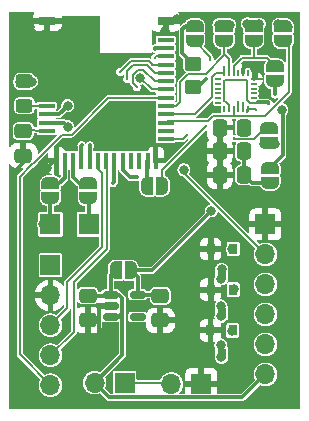
<source format=gbr>
%TF.GenerationSoftware,KiCad,Pcbnew,8.0.3*%
%TF.CreationDate,2024-07-06T18:06:20+05:30*%
%TF.ProjectId,nrf528_board,6e726635-3238-45f6-926f-6172642e6b69,rev?*%
%TF.SameCoordinates,Original*%
%TF.FileFunction,Copper,L1,Top*%
%TF.FilePolarity,Positive*%
%FSLAX46Y46*%
G04 Gerber Fmt 4.6, Leading zero omitted, Abs format (unit mm)*
G04 Created by KiCad (PCBNEW 8.0.3) date 2024-07-06 18:06:20*
%MOMM*%
%LPD*%
G01*
G04 APERTURE LIST*
G04 Aperture macros list*
%AMRoundRect*
0 Rectangle with rounded corners*
0 $1 Rounding radius*
0 $2 $3 $4 $5 $6 $7 $8 $9 X,Y pos of 4 corners*
0 Add a 4 corners polygon primitive as box body*
4,1,4,$2,$3,$4,$5,$6,$7,$8,$9,$2,$3,0*
0 Add four circle primitives for the rounded corners*
1,1,$1+$1,$2,$3*
1,1,$1+$1,$4,$5*
1,1,$1+$1,$6,$7*
1,1,$1+$1,$8,$9*
0 Add four rect primitives between the rounded corners*
20,1,$1+$1,$2,$3,$4,$5,0*
20,1,$1+$1,$4,$5,$6,$7,0*
20,1,$1+$1,$6,$7,$8,$9,0*
20,1,$1+$1,$8,$9,$2,$3,0*%
%AMFreePoly0*
4,1,33,0.500000,-0.750000,0.000000,-0.750000,0.000000,-0.749013,-0.031395,-0.749013,-0.093691,-0.741144,-0.154508,-0.725528,-0.212890,-0.702414,-0.267913,-0.672164,-0.318712,-0.635257,-0.364484,-0.592274,-0.404508,-0.543893,-0.438153,-0.490877,-0.464888,-0.434062,-0.484292,-0.374345,-0.496057,-0.312667,-0.500000,-0.250000,-0.500000,0.250000,-0.496057,0.312667,-0.484292,0.374345,-0.464888,0.434062,
-0.438153,0.490877,-0.404508,0.543893,-0.364484,0.592274,-0.318712,0.635257,-0.267913,0.672164,-0.212890,0.702414,-0.154508,0.725528,-0.093691,0.741144,-0.031395,0.749013,0.000000,0.749013,0.000000,0.750000,0.500000,0.750000,0.500000,-0.750000,0.500000,-0.750000,$1*%
%AMFreePoly1*
4,1,33,0.000000,0.749013,0.031395,0.749013,0.093691,0.741144,0.154508,0.725528,0.212890,0.702414,0.267913,0.672164,0.318712,0.635257,0.364484,0.592274,0.404508,0.543893,0.438153,0.490877,0.464888,0.434062,0.484292,0.374345,0.496057,0.312667,0.500000,0.250000,0.500000,-0.250000,0.496057,-0.312667,0.484292,-0.374345,0.464888,-0.434062,0.438153,-0.490877,0.404508,-0.543893,
0.364484,-0.592274,0.318712,-0.635257,0.267913,-0.672164,0.212890,-0.702414,0.154508,-0.725528,0.093691,-0.741144,0.031395,-0.749013,0.000000,-0.749013,0.000000,-0.750000,-0.500000,-0.750000,-0.500000,0.750000,0.000000,0.750000,0.000000,0.749013,0.000000,0.749013,$1*%
G04 Aperture macros list end*
%TA.AperFunction,SMDPad,CuDef*%
%ADD10RoundRect,0.250000X0.475000X-0.337500X0.475000X0.337500X-0.475000X0.337500X-0.475000X-0.337500X0*%
%TD*%
%TA.AperFunction,ComponentPad*%
%ADD11R,1.700000X1.700000*%
%TD*%
%TA.AperFunction,ComponentPad*%
%ADD12O,1.700000X1.700000*%
%TD*%
%TA.AperFunction,SMDPad,CuDef*%
%ADD13FreePoly0,90.000000*%
%TD*%
%TA.AperFunction,SMDPad,CuDef*%
%ADD14FreePoly1,90.000000*%
%TD*%
%TA.AperFunction,SMDPad,CuDef*%
%ADD15RoundRect,0.250000X-0.337500X-0.475000X0.337500X-0.475000X0.337500X0.475000X-0.337500X0.475000X0*%
%TD*%
%TA.AperFunction,SMDPad,CuDef*%
%ADD16FreePoly0,270.000000*%
%TD*%
%TA.AperFunction,SMDPad,CuDef*%
%ADD17FreePoly1,270.000000*%
%TD*%
%TA.AperFunction,SMDPad,CuDef*%
%ADD18RoundRect,0.050000X-0.225000X-0.050000X0.225000X-0.050000X0.225000X0.050000X-0.225000X0.050000X0*%
%TD*%
%TA.AperFunction,SMDPad,CuDef*%
%ADD19RoundRect,0.050000X0.050000X-0.225000X0.050000X0.225000X-0.050000X0.225000X-0.050000X-0.225000X0*%
%TD*%
%TA.AperFunction,SMDPad,CuDef*%
%ADD20RoundRect,0.250000X-0.450000X0.325000X-0.450000X-0.325000X0.450000X-0.325000X0.450000X0.325000X0*%
%TD*%
%TA.AperFunction,SMDPad,CuDef*%
%ADD21R,1.750000X1.800000*%
%TD*%
%TA.AperFunction,SMDPad,CuDef*%
%ADD22RoundRect,0.150000X-0.512500X-0.150000X0.512500X-0.150000X0.512500X0.150000X-0.512500X0.150000X0*%
%TD*%
%TA.AperFunction,SMDPad,CuDef*%
%ADD23FreePoly0,0.000000*%
%TD*%
%TA.AperFunction,SMDPad,CuDef*%
%ADD24FreePoly1,0.000000*%
%TD*%
%TA.AperFunction,SMDPad,CuDef*%
%ADD25R,0.800000X0.900000*%
%TD*%
%TA.AperFunction,SMDPad,CuDef*%
%ADD26R,1.400000X0.800000*%
%TD*%
%TA.AperFunction,SMDPad,CuDef*%
%ADD27R,1.400000X0.400000*%
%TD*%
%TA.AperFunction,SMDPad,CuDef*%
%ADD28R,0.400000X1.400000*%
%TD*%
%TA.AperFunction,SMDPad,CuDef*%
%ADD29RoundRect,0.250000X-0.450000X0.350000X-0.450000X-0.350000X0.450000X-0.350000X0.450000X0.350000X0*%
%TD*%
%TA.AperFunction,ViaPad*%
%ADD30C,0.300000*%
%TD*%
%TA.AperFunction,ViaPad*%
%ADD31C,0.800000*%
%TD*%
%TA.AperFunction,Conductor*%
%ADD32C,0.200000*%
%TD*%
%TA.AperFunction,Conductor*%
%ADD33C,0.300000*%
%TD*%
G04 APERTURE END LIST*
D10*
%TO.P,C3,1*%
%TO.N,GND*%
X135105500Y-71528300D03*
%TO.P,C3,2*%
%TO.N,+1V8*%
X135105500Y-69453300D03*
%TD*%
D11*
%TO.P,J7,1,Pin_1*%
%TO.N,Current_Measure_In*%
X132075000Y-76800000D03*
D12*
%TO.P,J7,2,Pin_2*%
%TO.N,+5V*%
X129535000Y-76800000D03*
%TD*%
D11*
%TO.P,J12,1,Pin_1*%
%TO.N,+5V*%
X125800000Y-66860000D03*
D12*
%TO.P,J12,2,Pin_2*%
%TO.N,GND*%
X125800000Y-69400000D03*
%TO.P,J12,3,Pin_3*%
%TO.N,Prox_SCL*%
X125800000Y-71940000D03*
%TO.P,J12,4,Pin_4*%
%TO.N,Prox_SDA*%
X125800000Y-74480000D03*
%TO.P,J12,5,Pin_5*%
%TO.N,Prox_INT*%
X125800000Y-77020000D03*
%TD*%
D13*
%TO.P,JP2,1,A*%
%TO.N,IMU_SDO*%
X145500000Y-47900000D03*
D14*
%TO.P,JP2,2,B*%
%TO.N,Net-(JP2-B)*%
X145500000Y-46600000D03*
%TD*%
D15*
%TO.P,C6,1*%
%TO.N,GND*%
X140125000Y-57200000D03*
%TO.P,C6,2*%
%TO.N,+1V8*%
X142200000Y-57200000D03*
%TD*%
D16*
%TO.P,JP1,1,A*%
%TO.N,Net-(JP1-A)*%
X144386000Y-58594000D03*
D17*
%TO.P,JP1,2,B*%
%TO.N,+1V8*%
X144386000Y-59894000D03*
%TD*%
D18*
%TO.P,U1,1,NC*%
%TO.N,unconnected-(U1-NC-Pad1)*%
X140000000Y-51100000D03*
%TO.P,U1,2,NC*%
%TO.N,unconnected-(U1-NC-Pad2)*%
X140000000Y-51500000D03*
%TO.P,U1,3,NC*%
%TO.N,unconnected-(U1-NC-Pad3)*%
X140000000Y-51900000D03*
%TO.P,U1,4,NC*%
%TO.N,unconnected-(U1-NC-Pad4)*%
X140000000Y-52300000D03*
%TO.P,U1,5,NC*%
%TO.N,unconnected-(U1-NC-Pad5)*%
X140000000Y-52700000D03*
%TO.P,U1,6,NC*%
%TO.N,unconnected-(U1-NC-Pad6)*%
X140000000Y-53100000D03*
D19*
%TO.P,U1,7,AUX_CL*%
%TO.N,unconnected-(U1-AUX_CL-Pad7)*%
X140500000Y-53600000D03*
%TO.P,U1,8,VDDIO*%
%TO.N,Net-(JP1-A)*%
X140900000Y-53600000D03*
%TO.P,U1,9,SDO/AD0*%
%TO.N,IMU_SDO*%
X141300000Y-53600000D03*
%TO.P,U1,10,REGOUT*%
%TO.N,IMU_REGOUT*%
X141700000Y-53600000D03*
%TO.P,U1,11,FSYNC*%
%TO.N,IMU_FSYNC*%
X142100000Y-53600000D03*
%TO.P,U1,12,INT1*%
%TO.N,IMU_INT*%
X142500000Y-53600000D03*
D18*
%TO.P,U1,13,VDD*%
%TO.N,Net-(JP1-A)*%
X143000000Y-53100000D03*
%TO.P,U1,14,NC*%
%TO.N,unconnected-(U1-NC-Pad14)*%
X143000000Y-52700000D03*
%TO.P,U1,15,NC*%
%TO.N,unconnected-(U1-NC-Pad15)*%
X143000000Y-52300000D03*
%TO.P,U1,16,NC*%
%TO.N,unconnected-(U1-NC-Pad16)*%
X143000000Y-51900000D03*
%TO.P,U1,17,NC*%
%TO.N,unconnected-(U1-NC-Pad17)*%
X143000000Y-51500000D03*
%TO.P,U1,18,GND*%
%TO.N,GND*%
X143000000Y-51100000D03*
D19*
%TO.P,U1,19,RESV*%
%TO.N,unconnected-(U1-RESV-Pad19)*%
X142500000Y-50600000D03*
%TO.P,U1,20,GND*%
%TO.N,GND*%
X142100000Y-50600000D03*
%TO.P,U1,21,AUX_DA*%
%TO.N,unconnected-(U1-AUX_DA-Pad21)*%
X141700000Y-50600000D03*
%TO.P,U1,22,~{CS}*%
%TO.N,IMU_CS*%
X141300000Y-50600000D03*
%TO.P,U1,23,SCL/SCLK*%
%TO.N,IMU_SCL*%
X140900000Y-50600000D03*
%TO.P,U1,24,SDA/SDI*%
%TO.N,IMU_SDA*%
X140500000Y-50600000D03*
%TD*%
D20*
%TO.P,D1,1,K*%
%TO.N,Net-(D1-K)*%
X123600000Y-51300000D03*
%TO.P,D1,2,A*%
%TO.N,BLE_Status*%
X123600000Y-53350000D03*
%TD*%
D11*
%TO.P,J5,1,Pin_1*%
%TO.N,GND*%
X138575000Y-76900000D03*
D12*
%TO.P,J5,2,Pin_2*%
%TO.N,Current_Measure_In*%
X136035000Y-76900000D03*
%TD*%
D21*
%TO.P,Y1,1,1*%
%TO.N,Net-(JP10-B)*%
X125800000Y-63400000D03*
%TO.P,Y1,2,2*%
%TO.N,Net-(JP12-B)*%
X129050000Y-63400000D03*
%TD*%
D22*
%TO.P,U2,1,VIN*%
%TO.N,+5V*%
X130900000Y-69350000D03*
%TO.P,U2,2,GND*%
%TO.N,GND*%
X130900000Y-70300000D03*
%TO.P,U2,3,EN*%
%TO.N,+5V*%
X130900000Y-71250000D03*
%TO.P,U2,4,NC*%
%TO.N,unconnected-(U2-NC-Pad4)*%
X133175000Y-71250000D03*
%TO.P,U2,5,VOUT*%
%TO.N,+1V8*%
X133175000Y-69350000D03*
%TD*%
D23*
%TO.P,JP9,1,A*%
%TO.N,+5V*%
X131305900Y-67290400D03*
D24*
%TO.P,JP9,2,B*%
%TO.N,+1V8*%
X132605900Y-67290400D03*
%TD*%
D10*
%TO.P,C5,1*%
%TO.N,GND*%
X128958700Y-71499000D03*
%TO.P,C5,2*%
%TO.N,+5V*%
X128958700Y-69424000D03*
%TD*%
D25*
%TO.P,Q1,1,G*%
%TO.N,LED_GREEN_MCU*%
X141247200Y-72381600D03*
%TO.P,Q1,2,S*%
%TO.N,GND*%
X139347200Y-72381600D03*
%TO.P,Q1,3,D*%
%TO.N,Net-(Q1-D)*%
X140297200Y-74381600D03*
%TD*%
D13*
%TO.P,JP7,1,A*%
%TO.N,Net-(JP7-A)*%
X144800000Y-51300000D03*
D14*
%TO.P,JP7,2,B*%
%TO.N,IMU_CS*%
X144800000Y-50000000D03*
%TD*%
D26*
%TO.P,E1,1,GND*%
%TO.N,GND*%
X125537700Y-46170000D03*
D27*
%TO.P,E1,8,P0.31*%
%TO.N,BLE_Status*%
X125486900Y-53380000D03*
%TO.P,E1,9,DEC4*%
%TO.N,BLE_DEC4*%
X125486900Y-54080000D03*
%TO.P,E1,10,DCC*%
%TO.N,BLE_DCC*%
X125486900Y-54780000D03*
%TO.P,E1,11,VDD*%
%TO.N,+1V8*%
X125486900Y-55480000D03*
D28*
%TO.P,E1,12,GND*%
%TO.N,GND*%
X126316100Y-58006400D03*
%TO.P,E1,13,P0.00/XL1*%
%TO.N,MCU_XL1*%
X127016100Y-58006400D03*
%TO.P,E1,14,P0.01/XL2*%
%TO.N,MCU_XL2*%
X127716100Y-58006400D03*
%TO.P,E1,15,P0.02*%
%TO.N,V_Measure*%
X128416100Y-58006400D03*
%TO.P,E1,16,P0.03*%
%TO.N,Net-(E1-P0.03)*%
X129116100Y-58006400D03*
%TO.P,E1,17,P0.04*%
%TO.N,Prox_SCL*%
X129816100Y-58006400D03*
%TO.P,E1,18,P0.05*%
%TO.N,Prox_SDA*%
X130516100Y-58006400D03*
%TO.P,E1,19,P0.06*%
%TO.N,Net-(E1-P0.06)*%
X131216100Y-58006400D03*
%TO.P,E1,20,P0.07*%
%TO.N,Net-(E1-P0.07)*%
X131916100Y-58006400D03*
%TO.P,E1,21,P0.08*%
%TO.N,unconnected-(E1-P0.08-Pad21)*%
X132616100Y-58006400D03*
%TO.P,E1,22,P0.09*%
%TO.N,unconnected-(E1-P0.09-Pad22)*%
X133316100Y-58006400D03*
%TO.P,E1,23,P0.10*%
%TO.N,Net-(E1-P0.10)*%
X134016100Y-58006400D03*
%TO.P,E1,24,GND*%
%TO.N,GND*%
X134716100Y-58006400D03*
D27*
%TO.P,E1,25,P0.11*%
%TO.N,IMU_INT*%
X135545300Y-56180000D03*
%TO.P,E1,26,P0.12*%
%TO.N,unconnected-(E1-P0.12-Pad26)*%
X135545300Y-55480000D03*
%TO.P,E1,27,P0.13*%
%TO.N,IMU_SDO*%
X135545300Y-54780000D03*
%TO.P,E1,28,P0.14*%
%TO.N,IMU_SDA*%
X135545300Y-54080000D03*
%TO.P,E1,29,P0.15*%
%TO.N,IMU_SCL*%
X135545300Y-53380000D03*
%TO.P,E1,30,P0.16*%
%TO.N,Prox_INT*%
X135545300Y-52680000D03*
%TO.P,E1,31,P0.17*%
%TO.N,LED_DATA*%
X135545300Y-51980000D03*
%TO.P,E1,32,P0.18*%
%TO.N,LED_BLUE_MCU*%
X135545300Y-51280000D03*
%TO.P,E1,33,P0.19*%
%TO.N,LED_RED_MCU*%
X135545300Y-50580000D03*
%TO.P,E1,34,P0.20*%
%TO.N,LED_GREEN_MCU*%
X135545300Y-49880000D03*
%TO.P,E1,35,P0.21/RESET*%
%TO.N,MCU_Reset*%
X135545300Y-49180000D03*
%TO.P,E1,36,SWDCLK*%
%TO.N,MCU_SWCLK*%
X135545300Y-48480000D03*
%TO.P,E1,37,SWDIO*%
%TO.N,MCU_SWCDIO*%
X135545300Y-47780000D03*
D26*
%TO.P,E1,39,GND*%
%TO.N,GND*%
X135545300Y-46180000D03*
%TD*%
D13*
%TO.P,JP4,1,A*%
%TO.N,IMU_SCL*%
X140500000Y-47900000D03*
D14*
%TO.P,JP4,2,B*%
%TO.N,Net-(JP4-B)*%
X140500000Y-46600000D03*
%TD*%
D13*
%TO.P,JP6,1,A*%
%TO.N,IMU_CS*%
X143000000Y-47900000D03*
D14*
%TO.P,JP6,2,B*%
%TO.N,Net-(JP6-B)*%
X143000000Y-46600000D03*
%TD*%
D15*
%TO.P,C8,1*%
%TO.N,GND*%
X140125000Y-55200000D03*
%TO.P,C8,2*%
%TO.N,IMU_REGOUT*%
X142200000Y-55200000D03*
%TD*%
D16*
%TO.P,JP10,1,A*%
%TO.N,MCU_XL1*%
X125800000Y-59900000D03*
D17*
%TO.P,JP10,2,B*%
%TO.N,Net-(JP10-B)*%
X125800000Y-61200000D03*
%TD*%
D25*
%TO.P,Q3,1,G*%
%TO.N,LED_BLUE_MCU*%
X141261200Y-65482800D03*
%TO.P,Q3,2,S*%
%TO.N,GND*%
X139361200Y-65482800D03*
%TO.P,Q3,3,D*%
%TO.N,Net-(Q3-D)*%
X140311200Y-67482800D03*
%TD*%
D16*
%TO.P,JP5,1,A*%
%TO.N,IMU_INT*%
X144300000Y-55200000D03*
D17*
%TO.P,JP5,2,B*%
%TO.N,Net-(JP5-B)*%
X144300000Y-56500000D03*
%TD*%
D13*
%TO.P,JP3,1,A*%
%TO.N,IMU_SDA*%
X138000000Y-47900000D03*
D14*
%TO.P,JP3,2,B*%
%TO.N,Net-(JP3-B)*%
X138000000Y-46600000D03*
%TD*%
D25*
%TO.P,Q2,1,G*%
%TO.N,LED_RED_MCU*%
X141259600Y-68921200D03*
%TO.P,Q2,2,S*%
%TO.N,GND*%
X139359600Y-68921200D03*
%TO.P,Q2,3,D*%
%TO.N,Net-(Q2-D)*%
X140309600Y-70921200D03*
%TD*%
D11*
%TO.P,J6,1,Pin_1*%
%TO.N,GND*%
X144000000Y-63400000D03*
D12*
%TO.P,J6,2,Pin_2*%
%TO.N,LED_DATA*%
X144000000Y-65940000D03*
%TO.P,J6,3,Pin_3*%
%TO.N,LED_BLUE*%
X144000000Y-68480000D03*
%TO.P,J6,4,Pin_4*%
%TO.N,LED_RED*%
X144000000Y-71020000D03*
%TO.P,J6,5,Pin_5*%
%TO.N,LED_GREEN*%
X144000000Y-73560000D03*
%TO.P,J6,6,Pin_6*%
%TO.N,+5V*%
X144000000Y-76100000D03*
%TD*%
D23*
%TO.P,JP11,1,A*%
%TO.N,Net-(E1-P0.10)*%
X133970000Y-60150000D03*
D24*
%TO.P,JP11,2,B*%
%TO.N,IMU_FSYNC*%
X135270000Y-60150000D03*
%TD*%
D15*
%TO.P,C7,1*%
%TO.N,GND*%
X140125000Y-59200000D03*
%TO.P,C7,2*%
%TO.N,+1V8*%
X142200000Y-59200000D03*
%TD*%
D16*
%TO.P,JP12,1,A*%
%TO.N,MCU_XL2*%
X129000000Y-59900000D03*
D17*
%TO.P,JP12,2,B*%
%TO.N,Net-(JP12-B)*%
X129000000Y-61200000D03*
%TD*%
D10*
%TO.P,C2,1*%
%TO.N,GND*%
X123500000Y-57575000D03*
%TO.P,C2,2*%
%TO.N,+1V8*%
X123500000Y-55500000D03*
%TD*%
D29*
%TO.P,R2,1*%
%TO.N,Net-(JP3-B)*%
X137900000Y-49800000D03*
%TO.P,R2,2*%
%TO.N,+1V8*%
X137900000Y-51800000D03*
%TD*%
D30*
%TO.N,+1V8*%
X139000000Y-51075000D03*
D31*
X123444000Y-55372000D03*
X132588000Y-67310000D03*
X142240000Y-57150000D03*
X139408380Y-62267620D03*
%TO.N,+5V*%
X131318000Y-67310000D03*
D30*
%TO.N,MCU_SWCLK*%
X134620000Y-48514000D03*
%TO.N,IMU_REGOUT*%
X141650000Y-53050000D03*
X142160000Y-55130000D03*
%TO.N,MCU_Reset*%
X134650000Y-49300000D03*
%TO.N,MCU_SWCDIO*%
X135545300Y-47780000D03*
%TO.N,IMU_SDA*%
X140480000Y-50070000D03*
X139300000Y-49500000D03*
D31*
%TO.N,GND*%
X131300000Y-53600000D03*
X125500000Y-58600000D03*
X123700000Y-48500000D03*
X128200000Y-48000000D03*
X128750000Y-65375000D03*
D30*
X139200000Y-53625000D03*
D31*
X146200000Y-66700000D03*
X137475000Y-73850000D03*
D30*
X142300000Y-50000000D03*
D31*
X146100000Y-78300000D03*
X126800000Y-47200000D03*
X125200000Y-47400000D03*
D30*
X129937500Y-72525000D03*
D31*
X131000000Y-51700000D03*
D30*
X130000000Y-70300000D03*
D31*
X128975000Y-71600000D03*
X124175000Y-70900000D03*
X123375000Y-46050000D03*
D30*
X122800000Y-58900000D03*
D31*
X135471962Y-47029998D03*
X123200000Y-77900000D03*
X129200000Y-47000000D03*
X136400000Y-62675000D03*
X136550000Y-46000000D03*
X137100000Y-71200000D03*
X126700000Y-49000000D03*
X141200000Y-61800000D03*
X129500000Y-74200000D03*
X132500000Y-54000000D03*
X127775000Y-75650000D03*
X132900000Y-62500000D03*
X131000000Y-49900000D03*
X138325000Y-58950000D03*
X126500000Y-65100000D03*
D30*
X143200000Y-50400000D03*
D31*
X146300000Y-61800000D03*
X133900000Y-64800000D03*
X125000000Y-49800000D03*
X124100000Y-46700000D03*
X146300000Y-72400000D03*
D30*
X129937500Y-71250000D03*
D31*
X139300000Y-64100000D03*
X140125000Y-55150000D03*
X127600000Y-46400000D03*
X128600000Y-49900000D03*
X137175000Y-68075000D03*
%TO.N,BLE_DEC4*%
X127254000Y-53340000D03*
D30*
%TO.N,LED_BLUE_MCU*%
X133100000Y-51800000D03*
D31*
X141200000Y-65500000D03*
%TO.N,LED_DATA*%
X137097120Y-58777880D03*
X133419210Y-51012214D03*
%TO.N,LED_RED_MCU*%
X141300000Y-68900000D03*
D30*
X132300000Y-51100000D03*
D31*
%TO.N,BLE_DCC*%
X127254000Y-55118000D03*
%TO.N,Net-(Q2-D)*%
X140240000Y-70310000D03*
X140230000Y-71200000D03*
%TO.N,Net-(Q3-D)*%
X140300000Y-67210000D03*
X140280000Y-67990000D03*
%TO.N,Net-(JP4-B)*%
X140060000Y-46480000D03*
X140970000Y-46490000D03*
%TO.N,Net-(JP5-B)*%
X143880000Y-56630000D03*
X144780000Y-56630000D03*
%TO.N,Net-(JP6-B)*%
X143490000Y-46430000D03*
X142470000Y-46410000D03*
D30*
%TO.N,IMU_FSYNC*%
X142100000Y-53085000D03*
X139000000Y-55100000D03*
%TO.N,IMU_INT*%
X141300000Y-56100000D03*
X144250000Y-55510000D03*
X143240000Y-53680000D03*
X137350000Y-55825000D03*
%TO.N,V_Measure*%
X128440000Y-56700000D03*
D31*
%TO.N,Net-(JP12-B)*%
X129500000Y-63500000D03*
X128600000Y-63500000D03*
D30*
%TO.N,Net-(JP1-A)*%
X144300000Y-53200000D03*
D31*
X145400000Y-53700000D03*
%TO.N,LED_GREEN_MCU*%
X141200000Y-72400000D03*
D30*
X131700000Y-50500000D03*
D31*
%TO.N,Net-(Q1-D)*%
X140270000Y-74660000D03*
X140230000Y-73610000D03*
%TO.N,Net-(D1-K)*%
X124206000Y-51308000D03*
X123190000Y-51308000D03*
D30*
%TO.N,Net-(E1-P0.03)*%
X129140000Y-56720000D03*
D31*
%TO.N,Net-(JP10-B)*%
X125200000Y-63400000D03*
X126100000Y-63400000D03*
D30*
%TO.N,Net-(E1-P0.06)*%
X131100000Y-59900000D03*
%TO.N,Net-(E1-P0.07)*%
X133100000Y-59400000D03*
D31*
%TO.N,Net-(JP2-B)*%
X145901910Y-46728205D03*
X145092110Y-46469887D03*
D30*
%TO.N,Net-(JP7-A)*%
X144800000Y-52400000D03*
%TD*%
D32*
%TO.N,+1V8*%
X123444000Y-55372000D02*
X125466900Y-55500000D01*
D33*
X142200000Y-59200000D02*
X142200000Y-57200000D01*
X135002200Y-69350000D02*
X135105500Y-69453300D01*
X133175000Y-69350000D02*
X135002200Y-69350000D01*
D32*
X125466900Y-55500000D02*
X125486900Y-55480000D01*
D33*
X133175000Y-69350000D02*
X133175000Y-67859500D01*
X139408380Y-62267620D02*
X134385600Y-67290400D01*
X139000000Y-51075000D02*
X138275000Y-51800000D01*
X133175000Y-67859500D02*
X132605900Y-67290400D01*
D32*
X123500000Y-55500000D02*
X123444000Y-55372000D01*
D33*
X138275000Y-51800000D02*
X137900000Y-51800000D01*
X142894000Y-59894000D02*
X144386000Y-59894000D01*
X142200000Y-59200000D02*
X142894000Y-59894000D01*
X134385600Y-67290400D02*
X132605900Y-67290400D01*
%TO.N,+5V*%
X130785000Y-78050000D02*
X129535000Y-76800000D01*
X144000000Y-76100000D02*
X142050000Y-78050000D01*
X131562499Y-69350000D02*
X130900000Y-69350000D01*
X142050000Y-78050000D02*
X130785000Y-78050000D01*
X131562499Y-71250000D02*
X131880000Y-70932499D01*
X131880000Y-70932499D02*
X131880000Y-74455000D01*
X131880000Y-74455000D02*
X129535000Y-76800000D01*
X130900000Y-69350000D02*
X130900000Y-67696300D01*
X128958700Y-69424000D02*
X130826000Y-69424000D01*
X130900000Y-71250000D02*
X131562499Y-71250000D01*
X130900000Y-67696300D02*
X131305900Y-67290400D01*
X131880000Y-70932499D02*
X131880000Y-69667501D01*
X131880000Y-69667501D02*
X131562499Y-69350000D01*
X130826000Y-69424000D02*
X130900000Y-69350000D01*
%TO.N,MCU_SWCLK*%
X134654000Y-48480000D02*
X135545300Y-48480000D01*
X134620000Y-48514000D02*
X134654000Y-48480000D01*
D32*
%TO.N,IMU_REGOUT*%
X141671091Y-53071091D02*
X141671091Y-53218909D01*
X141700000Y-53100000D02*
X141700000Y-53600000D01*
X141650000Y-53050000D02*
X141671091Y-53071091D01*
X141650000Y-53050000D02*
X141700000Y-53100000D01*
%TO.N,MCU_Reset*%
X134650000Y-49300000D02*
X134770000Y-49180000D01*
X134770000Y-49180000D02*
X135545300Y-49180000D01*
%TO.N,IMU_SCL*%
X140900000Y-49375000D02*
X140500000Y-48975000D01*
X135545300Y-53380000D02*
X136445300Y-53380000D01*
X140500000Y-49077818D02*
X140500000Y-47900000D01*
X140900000Y-50600000D02*
X140900000Y-49375000D01*
X136800000Y-51330000D02*
X137480000Y-50650000D01*
X136445300Y-53380000D02*
X136800000Y-53025300D01*
X140500000Y-48975000D02*
X140500000Y-47900000D01*
X137480000Y-50650000D02*
X138927818Y-50650000D01*
X138927818Y-50650000D02*
X140500000Y-49077818D01*
X136800000Y-53025300D02*
X136800000Y-51330000D01*
%TO.N,IMU_SDA*%
X139300000Y-49500000D02*
X139300000Y-49200000D01*
X139475000Y-52650000D02*
X139475000Y-50924350D01*
X140500000Y-50600000D02*
X140500000Y-50090000D01*
X139809350Y-50590000D02*
X140510000Y-50590000D01*
X140500000Y-50090000D02*
X140480000Y-50070000D01*
X138000000Y-47900000D02*
X139300000Y-49200000D01*
X139475000Y-50924350D02*
X139809350Y-50590000D01*
X138045000Y-54080000D02*
X139475000Y-52650000D01*
X135545300Y-54080000D02*
X138045000Y-54080000D01*
D33*
%TO.N,GND*%
X126316100Y-58006400D02*
X126093600Y-58006400D01*
X142328640Y-50000000D02*
X142800000Y-50000000D01*
X142300000Y-50028640D02*
X142300000Y-50000000D01*
X142300000Y-50000000D02*
X142328640Y-50000000D01*
X142328640Y-50000000D02*
X142328640Y-50000000D01*
X130100000Y-70300000D02*
X129937500Y-70462500D01*
X142100000Y-50228640D02*
X142300000Y-50028640D01*
X126093600Y-58006400D02*
X125500000Y-58600000D01*
X129937500Y-73762500D02*
X129500000Y-74200000D01*
X142800000Y-50000000D02*
X143200000Y-50400000D01*
X129937500Y-70462500D02*
X129937500Y-73762500D01*
X122800000Y-58900000D02*
X123500000Y-58200000D01*
X123500000Y-58200000D02*
X123500000Y-57575000D01*
X143200000Y-50900000D02*
X143200000Y-50400000D01*
X130900000Y-70300000D02*
X130100000Y-70300000D01*
X143000000Y-51100000D02*
X143200000Y-50900000D01*
X142100000Y-50600000D02*
X142100000Y-50228640D01*
D32*
%TO.N,IMU_SDO*%
X141310000Y-54225000D02*
X141195000Y-54225000D01*
X139158466Y-54640000D02*
X135685300Y-54640000D01*
X141300000Y-54215000D02*
X141310000Y-54225000D01*
X145500000Y-47900000D02*
X145959496Y-48359496D01*
X145959496Y-52215504D02*
X143955000Y-54220000D01*
X143955000Y-54220000D02*
X141200000Y-54220000D01*
X145959496Y-48359496D02*
X145959496Y-52215504D01*
X141300000Y-53600000D02*
X141300000Y-54215000D01*
X135685300Y-54640000D02*
X135545300Y-54780000D01*
X141195000Y-54225000D02*
X139573466Y-54225000D01*
X141200000Y-54220000D02*
X141195000Y-54225000D01*
X139573466Y-54225000D02*
X139158466Y-54640000D01*
%TO.N,IMU_CS*%
X144100000Y-49300000D02*
X144800000Y-50000000D01*
X141300000Y-50600000D02*
X141300000Y-50000000D01*
X143000000Y-49300000D02*
X143000000Y-47900000D01*
X142000000Y-49300000D02*
X144100000Y-49300000D01*
X141300000Y-50000000D02*
X142000000Y-49300000D01*
D33*
%TO.N,MCU_XL1*%
X126555000Y-59900000D02*
X127016100Y-59438900D01*
X127016100Y-59438900D02*
X127016100Y-58006400D01*
X125800000Y-59900000D02*
X126555000Y-59900000D01*
%TO.N,MCU_XL2*%
X127716100Y-58006400D02*
X127716100Y-59371100D01*
X128245000Y-59900000D02*
X129000000Y-59900000D01*
X127716100Y-59371100D02*
X128245000Y-59900000D01*
D32*
%TO.N,Current_Measure_In*%
X135935000Y-76800000D02*
X136035000Y-76900000D01*
X132075000Y-76800000D02*
X135935000Y-76800000D01*
D33*
%TO.N,BLE_DEC4*%
X125486900Y-54080000D02*
X126514000Y-54080000D01*
X126514000Y-54080000D02*
X127254000Y-53340000D01*
D32*
%TO.N,LED_BLUE_MCU*%
X133200000Y-50300000D02*
X133665300Y-50300000D01*
X133665300Y-50300000D02*
X134645300Y-51280000D01*
X132769210Y-51469210D02*
X132769210Y-50730790D01*
X132769210Y-50730790D02*
X133200000Y-50300000D01*
X133100000Y-51800000D02*
X132769210Y-51469210D01*
X134645300Y-51280000D02*
X135545300Y-51280000D01*
%TO.N,LED_DATA*%
X133419210Y-51012214D02*
X134386996Y-51980000D01*
X137097120Y-59037120D02*
X144000000Y-65940000D01*
X137097120Y-58777880D02*
X137097120Y-59037120D01*
X134386996Y-51980000D02*
X135545300Y-51980000D01*
%TO.N,LED_RED_MCU*%
X132300000Y-50400000D02*
X132750000Y-49950000D01*
X132750000Y-49950000D02*
X134008182Y-49950000D01*
X134008182Y-49950000D02*
X134638182Y-50580000D01*
X132300000Y-51100000D02*
X132300000Y-50400000D01*
X134638182Y-50580000D02*
X135545300Y-50580000D01*
D33*
%TO.N,BLE_DCC*%
X126916000Y-54780000D02*
X127254000Y-55118000D01*
X125486900Y-54780000D02*
X126916000Y-54780000D01*
D32*
%TO.N,Net-(Q2-D)*%
X140240000Y-70851600D02*
X140309600Y-70921200D01*
X140240000Y-70310000D02*
X140240000Y-70851600D01*
%TO.N,Net-(Q3-D)*%
X140300000Y-67210000D02*
X140300000Y-67970000D01*
X140300000Y-67970000D02*
X140280000Y-67990000D01*
%TO.N,Prox_SDA*%
X130550000Y-65525000D02*
X130550000Y-58040300D01*
X127800000Y-68275000D02*
X130550000Y-65525000D01*
X125800000Y-74480000D02*
X127800000Y-72480000D01*
X127800000Y-72480000D02*
X127800000Y-68275000D01*
X130550000Y-58040300D02*
X130516100Y-58006400D01*
%TO.N,Prox_INT*%
X124475000Y-58080026D02*
X126755026Y-55800000D01*
X127588000Y-55800000D02*
X130708000Y-52680000D01*
X124475000Y-58119606D02*
X124475000Y-58080026D01*
X123190000Y-74410000D02*
X123190000Y-59365026D01*
X130708000Y-52680000D02*
X135545300Y-52680000D01*
X124142526Y-58412500D02*
X124182106Y-58412500D01*
X125800000Y-77020000D02*
X123190000Y-74410000D01*
X126755026Y-55800000D02*
X127588000Y-55800000D01*
X124182106Y-58412500D02*
X124475000Y-58119606D01*
X123190000Y-59365026D02*
X124142526Y-58412500D01*
%TO.N,Prox_SCL*%
X129816100Y-58706400D02*
X129816100Y-58006400D01*
X130200000Y-65317000D02*
X130200000Y-59090300D01*
X127225000Y-70515000D02*
X127225000Y-68292000D01*
X127225000Y-68292000D02*
X130200000Y-65317000D01*
X130200000Y-59090300D02*
X129816100Y-58706400D01*
X125800000Y-71940000D02*
X127225000Y-70515000D01*
%TO.N,IMU_FSYNC*%
X139000000Y-55100000D02*
X138950000Y-55100000D01*
X142100000Y-53600000D02*
X142100000Y-53085000D01*
X138950000Y-55100000D02*
X135270000Y-58780000D01*
X135270000Y-58780000D02*
X135270000Y-60150000D01*
%TO.N,IMU_INT*%
X137350000Y-55825000D02*
X136995000Y-56180000D01*
X142450000Y-53605849D02*
X142450000Y-53870000D01*
X143240000Y-53680000D02*
X143240000Y-53720000D01*
X141375000Y-56175000D02*
X143014373Y-56175000D01*
X143240000Y-53720000D02*
X143170000Y-53650000D01*
X142455849Y-53600000D02*
X142450000Y-53605849D01*
X143200000Y-53680000D02*
X143240000Y-53680000D01*
X143014373Y-56175000D02*
X143989373Y-55200000D01*
X136995000Y-56180000D02*
X135545300Y-56180000D01*
X142500000Y-53600000D02*
X142455849Y-53600000D01*
X142500000Y-53600000D02*
X143120000Y-53600000D01*
X143120000Y-53600000D02*
X143200000Y-53680000D01*
X143989373Y-55200000D02*
X144300000Y-55200000D01*
X141300000Y-56100000D02*
X141375000Y-56175000D01*
D33*
%TO.N,V_Measure*%
X128416100Y-56783900D02*
X128416100Y-56723900D01*
X128416100Y-56723900D02*
X128440000Y-56700000D01*
X128416100Y-58006400D02*
X128416100Y-56783900D01*
%TO.N,Net-(JP12-B)*%
X129050000Y-63400000D02*
X129050000Y-61250000D01*
X129050000Y-61250000D02*
X129000000Y-61200000D01*
D32*
%TO.N,Net-(JP1-A)*%
X142416422Y-51205000D02*
X140583578Y-51205000D01*
X140525000Y-51263578D02*
X140525000Y-52945000D01*
X142699350Y-53100000D02*
X142475000Y-52875650D01*
D33*
X145480000Y-57500000D02*
X145480000Y-53880000D01*
X143700000Y-53080000D02*
X143391360Y-53080000D01*
D32*
X140583578Y-51205000D02*
X140525000Y-51263578D01*
D33*
X145300000Y-53700000D02*
X145200000Y-53600000D01*
X145400000Y-53700000D02*
X145300000Y-53700000D01*
D32*
X142475000Y-52875650D02*
X142475000Y-51263578D01*
X140675650Y-53075000D02*
X140900000Y-53299350D01*
X143680000Y-53100000D02*
X143700000Y-53080000D01*
D33*
X144386000Y-58594000D02*
X145480000Y-57500000D01*
D32*
X140525000Y-52945000D02*
X140655000Y-53075000D01*
X143000000Y-53100000D02*
X142699350Y-53100000D01*
D33*
X145400000Y-53800000D02*
X145400000Y-53700000D01*
X144200000Y-53100000D02*
X144180000Y-53080000D01*
D32*
X142475000Y-51263578D02*
X142416422Y-51205000D01*
D33*
X144180000Y-53080000D02*
X143700000Y-53080000D01*
D32*
X140900000Y-53299350D02*
X140900000Y-53600000D01*
D33*
X145480000Y-53880000D02*
X145400000Y-53800000D01*
D32*
X143000000Y-53100000D02*
X143680000Y-53100000D01*
X140655000Y-53075000D02*
X140675650Y-53075000D01*
%TO.N,LED_GREEN_MCU*%
X134433156Y-49880000D02*
X134358182Y-49805025D01*
X131700000Y-50500000D02*
X132600000Y-49600000D01*
X134358182Y-49805025D02*
X134153157Y-49600000D01*
X135545300Y-49880000D02*
X134433156Y-49880000D01*
X132600000Y-49600000D02*
X133222182Y-49600000D01*
X134153157Y-49600000D02*
X133222182Y-49600000D01*
%TO.N,Net-(Q1-D)*%
X140230000Y-74314400D02*
X140297200Y-74381600D01*
X140230000Y-73610000D02*
X140230000Y-74314400D01*
%TO.N,BLE_Status*%
X123600000Y-53350000D02*
X125456900Y-53350000D01*
X125456900Y-53350000D02*
X125486900Y-53380000D01*
D33*
%TO.N,Net-(E1-P0.03)*%
X129116100Y-58006400D02*
X129116100Y-56716100D01*
%TO.N,Net-(E1-P0.10)*%
X133970000Y-60150000D02*
X133970000Y-58052500D01*
X133970000Y-58052500D02*
X134016100Y-58006400D01*
%TO.N,Net-(JP10-B)*%
X125800000Y-63400000D02*
X125800000Y-61200000D01*
%TO.N,Net-(E1-P0.06)*%
X131216100Y-58006400D02*
X131216100Y-59783900D01*
X131216100Y-59783900D02*
X131100000Y-59900000D01*
%TO.N,Net-(E1-P0.07)*%
X133100000Y-59400000D02*
X132509700Y-59400000D01*
X132509700Y-59400000D02*
X131916100Y-58806400D01*
X131916100Y-58806400D02*
X131916100Y-58006400D01*
%TO.N,Net-(JP3-B)*%
X137245000Y-46600000D02*
X138000000Y-46600000D01*
X137900000Y-49800000D02*
X136950000Y-48850000D01*
X136950000Y-46895000D02*
X137245000Y-46600000D01*
X136950000Y-48850000D02*
X136950000Y-46895000D01*
%TO.N,Net-(JP7-A)*%
X144800000Y-52400000D02*
X144800000Y-52300000D01*
X144800000Y-51300000D02*
X144800000Y-52400000D01*
%TD*%
%TA.AperFunction,Conductor*%
%TO.N,GND*%
G36*
X146869751Y-45403730D02*
G01*
X146885648Y-45414352D01*
X146896270Y-45430249D01*
X146900000Y-45449000D01*
X146900000Y-79001000D01*
X146896270Y-79019751D01*
X146885648Y-79035648D01*
X146869751Y-79046270D01*
X146851000Y-79050000D01*
X122349000Y-79050000D01*
X122330249Y-79046270D01*
X122314352Y-79035648D01*
X122303730Y-79019751D01*
X122300000Y-79001000D01*
X122300000Y-58339376D01*
X122303730Y-58320625D01*
X122314352Y-58304728D01*
X122330249Y-58294106D01*
X122349000Y-58290376D01*
X122367751Y-58294106D01*
X122383648Y-58304728D01*
X122391330Y-58314695D01*
X122396568Y-58323679D01*
X122396576Y-58323691D01*
X122442171Y-58386108D01*
X122442181Y-58386121D01*
X122493965Y-58443534D01*
X122551378Y-58495318D01*
X122551391Y-58495328D01*
X122613808Y-58540923D01*
X122613813Y-58540926D01*
X122680623Y-58579883D01*
X122680622Y-58579883D01*
X122751051Y-58611747D01*
X122751067Y-58611753D01*
X122824399Y-58636208D01*
X122824405Y-58636210D01*
X122899886Y-58653001D01*
X122899900Y-58653003D01*
X122976681Y-58661939D01*
X122994085Y-58662499D01*
X123419968Y-58662499D01*
X123438719Y-58666229D01*
X123454616Y-58676851D01*
X123465238Y-58692747D01*
X123468968Y-58711499D01*
X123465238Y-58730250D01*
X123454616Y-58746147D01*
X123127954Y-59072811D01*
X123026810Y-59173955D01*
X123019303Y-59181462D01*
X122998929Y-59201835D01*
X122975753Y-59233735D01*
X122957850Y-59268870D01*
X122945667Y-59306367D01*
X122939500Y-59345311D01*
X122939500Y-74429714D01*
X122945667Y-74468658D01*
X122957850Y-74506155D01*
X122957851Y-74506158D01*
X122957852Y-74506159D01*
X122975753Y-74541291D01*
X122996447Y-74569774D01*
X122998930Y-74573191D01*
X122998933Y-74573195D01*
X124911618Y-76485879D01*
X124922240Y-76501775D01*
X124925970Y-76520527D01*
X124922240Y-76539278D01*
X124920120Y-76543746D01*
X124897668Y-76585470D01*
X124862353Y-76668093D01*
X124862352Y-76668096D01*
X124834584Y-76753557D01*
X124814586Y-76841177D01*
X124802524Y-76930224D01*
X124798492Y-77020000D01*
X124802524Y-77109775D01*
X124814586Y-77198822D01*
X124834584Y-77286442D01*
X124862352Y-77371903D01*
X124862353Y-77371906D01*
X124897667Y-77454529D01*
X124940257Y-77533674D01*
X124972824Y-77583010D01*
X124989763Y-77608672D01*
X125030723Y-77660034D01*
X125045793Y-77678931D01*
X125100195Y-77735832D01*
X125107895Y-77743885D01*
X125175570Y-77803010D01*
X125248272Y-77855832D01*
X125325417Y-77901923D01*
X125369841Y-77923316D01*
X125406374Y-77940911D01*
X125406379Y-77940913D01*
X125490516Y-77972491D01*
X125490520Y-77972492D01*
X125538843Y-77985827D01*
X125577144Y-77996398D01*
X125665564Y-78012444D01*
X125755068Y-78020500D01*
X125755074Y-78020500D01*
X125844926Y-78020500D01*
X125844932Y-78020500D01*
X125934436Y-78012444D01*
X126022856Y-77996398D01*
X126109483Y-77972491D01*
X126193618Y-77940914D01*
X126193620Y-77940912D01*
X126193625Y-77940911D01*
X126209523Y-77933254D01*
X126274583Y-77901923D01*
X126351728Y-77855832D01*
X126424430Y-77803010D01*
X126492105Y-77743885D01*
X126554207Y-77678931D01*
X126610237Y-77608672D01*
X126659743Y-77533673D01*
X126702328Y-77454538D01*
X126737647Y-77371905D01*
X126765417Y-77286438D01*
X126785413Y-77198826D01*
X126797476Y-77109774D01*
X126801508Y-77020000D01*
X126797476Y-76930226D01*
X126785413Y-76841174D01*
X126765417Y-76753562D01*
X126737647Y-76668095D01*
X126722885Y-76633557D01*
X126702332Y-76585470D01*
X126694848Y-76571563D01*
X126659743Y-76506327D01*
X126656738Y-76501775D01*
X126610240Y-76431333D01*
X126610237Y-76431328D01*
X126554207Y-76361069D01*
X126492105Y-76296115D01*
X126424430Y-76236990D01*
X126389110Y-76211328D01*
X126351730Y-76184169D01*
X126326561Y-76169132D01*
X126274583Y-76138077D01*
X126252370Y-76127380D01*
X126193625Y-76099088D01*
X126193620Y-76099086D01*
X126109483Y-76067508D01*
X126109479Y-76067507D01*
X126022869Y-76043605D01*
X126022862Y-76043603D01*
X126022856Y-76043602D01*
X125934436Y-76027556D01*
X125844932Y-76019500D01*
X125755068Y-76019500D01*
X125665564Y-76027556D01*
X125577144Y-76043602D01*
X125577139Y-76043603D01*
X125577130Y-76043605D01*
X125490520Y-76067507D01*
X125490516Y-76067508D01*
X125406379Y-76099086D01*
X125406374Y-76099088D01*
X125325422Y-76138074D01*
X125325405Y-76138083D01*
X125324963Y-76138348D01*
X125324817Y-76138399D01*
X125324436Y-76138605D01*
X125324404Y-76138546D01*
X125306952Y-76144761D01*
X125287857Y-76143793D01*
X125270587Y-76135592D01*
X125265189Y-76130928D01*
X123454852Y-74320591D01*
X123444230Y-74304694D01*
X123440500Y-74285943D01*
X123440500Y-65999963D01*
X124799500Y-65999963D01*
X124799500Y-67720036D01*
X124801604Y-67740638D01*
X124801605Y-67740641D01*
X124812672Y-67774037D01*
X124831141Y-67803981D01*
X124856019Y-67828859D01*
X124885963Y-67847328D01*
X124919359Y-67858395D01*
X124929662Y-67859447D01*
X124939964Y-67860500D01*
X124939966Y-67860500D01*
X126660036Y-67860500D01*
X126668276Y-67859658D01*
X126680641Y-67858395D01*
X126714037Y-67847328D01*
X126743981Y-67828859D01*
X126768859Y-67803981D01*
X126787328Y-67774037D01*
X126798395Y-67740641D01*
X126800500Y-67720034D01*
X126800500Y-65999966D01*
X126800180Y-65996838D01*
X126798456Y-65979954D01*
X126798395Y-65979359D01*
X126787328Y-65945963D01*
X126768859Y-65916019D01*
X126743981Y-65891141D01*
X126714037Y-65872672D01*
X126680641Y-65861605D01*
X126680638Y-65861604D01*
X126660036Y-65859500D01*
X126660034Y-65859500D01*
X124939966Y-65859500D01*
X124939964Y-65859500D01*
X124919361Y-65861604D01*
X124919359Y-65861605D01*
X124885963Y-65872672D01*
X124885961Y-65872672D01*
X124885961Y-65872673D01*
X124856020Y-65891140D01*
X124856018Y-65891141D01*
X124831141Y-65916018D01*
X124831140Y-65916020D01*
X124812673Y-65945961D01*
X124812672Y-65945963D01*
X124801605Y-65979359D01*
X124801605Y-65979361D01*
X124801604Y-65979361D01*
X124799500Y-65999963D01*
X123440500Y-65999963D01*
X123440500Y-59489082D01*
X123444230Y-59470331D01*
X123454850Y-59454436D01*
X124249763Y-58659522D01*
X124265656Y-58648903D01*
X124269271Y-58647570D01*
X124274423Y-58645896D01*
X124278265Y-58644648D01*
X124313397Y-58626747D01*
X124345296Y-58603571D01*
X124498034Y-58450831D01*
X124499814Y-58449142D01*
X124506034Y-58443533D01*
X124511644Y-58437312D01*
X124513352Y-58435512D01*
X124638186Y-58310679D01*
X124638190Y-58310677D01*
X124666071Y-58282796D01*
X124689247Y-58250897D01*
X124707148Y-58215765D01*
X124710070Y-58206771D01*
X124719410Y-58190089D01*
X124722012Y-58187273D01*
X125532455Y-57376830D01*
X125548349Y-57366211D01*
X125567100Y-57362481D01*
X125585851Y-57366211D01*
X125601748Y-57376833D01*
X125612370Y-57392730D01*
X125616100Y-57411481D01*
X125616100Y-57806400D01*
X126116100Y-57806400D01*
X126116100Y-56813481D01*
X126119830Y-56794730D01*
X126130449Y-56778836D01*
X126844434Y-56064852D01*
X126860331Y-56054230D01*
X126879082Y-56050500D01*
X127607715Y-56050500D01*
X127646659Y-56044332D01*
X127684159Y-56032148D01*
X127719291Y-56014247D01*
X127751190Y-55991071D01*
X130797409Y-52944852D01*
X130813306Y-52934230D01*
X130832057Y-52930500D01*
X134672275Y-52930500D01*
X134691026Y-52934230D01*
X134706923Y-52944852D01*
X134713976Y-52953772D01*
X134722660Y-52967851D01*
X134726441Y-52973981D01*
X134747812Y-52995352D01*
X134758434Y-53011249D01*
X134762164Y-53030000D01*
X134758434Y-53048751D01*
X134747812Y-53064648D01*
X134726441Y-53086018D01*
X134726440Y-53086020D01*
X134708815Y-53114596D01*
X134707972Y-53115963D01*
X134696905Y-53149359D01*
X134696905Y-53149361D01*
X134696904Y-53149361D01*
X134694800Y-53169963D01*
X134694800Y-53590036D01*
X134696904Y-53610638D01*
X134696905Y-53610641D01*
X134707972Y-53644037D01*
X134713980Y-53653778D01*
X134726440Y-53673979D01*
X134726441Y-53673981D01*
X134747812Y-53695352D01*
X134758434Y-53711249D01*
X134762164Y-53730000D01*
X134758434Y-53748751D01*
X134747812Y-53764648D01*
X134726441Y-53786018D01*
X134726440Y-53786020D01*
X134707973Y-53815961D01*
X134707972Y-53815963D01*
X134696905Y-53849359D01*
X134696905Y-53849361D01*
X134696904Y-53849361D01*
X134694800Y-53869963D01*
X134694800Y-54290036D01*
X134696904Y-54310638D01*
X134696905Y-54310641D01*
X134707972Y-54344037D01*
X134725898Y-54373100D01*
X134726440Y-54373979D01*
X134726441Y-54373981D01*
X134747812Y-54395352D01*
X134758434Y-54411249D01*
X134762164Y-54430000D01*
X134758434Y-54448751D01*
X134747812Y-54464648D01*
X134726441Y-54486018D01*
X134726440Y-54486020D01*
X134714272Y-54505749D01*
X134707972Y-54515963D01*
X134696905Y-54549359D01*
X134696905Y-54549361D01*
X134696904Y-54549361D01*
X134694800Y-54569963D01*
X134694800Y-54990036D01*
X134696904Y-55010638D01*
X134696905Y-55010641D01*
X134707972Y-55044037D01*
X134723038Y-55068464D01*
X134726440Y-55073979D01*
X134726441Y-55073981D01*
X134747812Y-55095352D01*
X134758434Y-55111249D01*
X134762164Y-55130000D01*
X134758434Y-55148751D01*
X134747812Y-55164648D01*
X134726441Y-55186018D01*
X134726440Y-55186020D01*
X134707973Y-55215961D01*
X134707972Y-55215963D01*
X134696905Y-55249359D01*
X134696905Y-55249361D01*
X134696904Y-55249361D01*
X134694800Y-55269963D01*
X134694800Y-55690036D01*
X134696904Y-55710638D01*
X134696905Y-55710641D01*
X134707972Y-55744037D01*
X134725601Y-55772619D01*
X134726440Y-55773979D01*
X134726441Y-55773981D01*
X134747812Y-55795352D01*
X134758434Y-55811249D01*
X134762164Y-55830000D01*
X134758434Y-55848751D01*
X134747812Y-55864648D01*
X134726441Y-55886018D01*
X134726440Y-55886020D01*
X134707973Y-55915961D01*
X134707972Y-55915963D01*
X134696905Y-55949359D01*
X134696905Y-55949361D01*
X134696904Y-55949361D01*
X134694800Y-55969963D01*
X134694800Y-56390036D01*
X134696904Y-56410638D01*
X134696905Y-56410641D01*
X134707972Y-56444037D01*
X134726441Y-56473981D01*
X134751319Y-56498859D01*
X134781263Y-56517328D01*
X134814659Y-56528395D01*
X134824962Y-56529447D01*
X134835264Y-56530500D01*
X134835266Y-56530500D01*
X136255336Y-56530500D01*
X136263576Y-56529658D01*
X136275941Y-56528395D01*
X136309337Y-56517328D01*
X136339281Y-56498859D01*
X136364159Y-56473981D01*
X136376621Y-56453775D01*
X136389637Y-56439776D01*
X136407023Y-56431821D01*
X136418325Y-56430500D01*
X137014715Y-56430500D01*
X137053659Y-56424332D01*
X137091159Y-56412148D01*
X137126291Y-56394247D01*
X137158190Y-56371071D01*
X137339409Y-56189852D01*
X137355305Y-56179230D01*
X137374057Y-56175500D01*
X137376264Y-56175500D01*
X137376266Y-56175500D01*
X137398545Y-56172142D01*
X137417641Y-56173036D01*
X137434943Y-56181170D01*
X137447816Y-56195306D01*
X137454299Y-56213292D01*
X137453405Y-56232390D01*
X137445271Y-56249692D01*
X137440494Y-56255243D01*
X135487367Y-58208370D01*
X135471470Y-58218992D01*
X135452719Y-58222722D01*
X135433968Y-58218992D01*
X135418071Y-58208370D01*
X135416101Y-58206400D01*
X134565100Y-58206400D01*
X134546349Y-58202670D01*
X134530452Y-58192048D01*
X134519830Y-58176151D01*
X134516100Y-58157400D01*
X134516100Y-57806400D01*
X134916100Y-57806400D01*
X135416099Y-57806400D01*
X135416099Y-57285440D01*
X135416098Y-57285419D01*
X135414865Y-57259245D01*
X135405024Y-57197115D01*
X135405021Y-57197100D01*
X135387475Y-57136708D01*
X135387474Y-57136704D01*
X135362485Y-57078958D01*
X135330461Y-57024808D01*
X135291893Y-56975086D01*
X135247413Y-56930606D01*
X135197691Y-56892038D01*
X135143541Y-56860014D01*
X135085795Y-56835025D01*
X135085791Y-56835024D01*
X135025399Y-56817478D01*
X135025384Y-56817475D01*
X134963249Y-56807634D01*
X134963256Y-56807634D01*
X134937079Y-56806400D01*
X134916100Y-56806400D01*
X134916100Y-57806400D01*
X134516100Y-57806400D01*
X134516100Y-56806400D01*
X134516099Y-56806399D01*
X134495142Y-56806400D01*
X134495118Y-56806401D01*
X134468945Y-56807634D01*
X134406815Y-56817475D01*
X134406800Y-56817478D01*
X134346408Y-56835024D01*
X134346404Y-56835025D01*
X134288658Y-56860014D01*
X134234508Y-56892038D01*
X134184786Y-56930606D01*
X134140306Y-56975086D01*
X134101738Y-57024808D01*
X134069716Y-57078956D01*
X134049202Y-57126361D01*
X134038331Y-57142089D01*
X134022270Y-57152459D01*
X134004232Y-57155900D01*
X133806064Y-57155900D01*
X133785461Y-57158004D01*
X133785459Y-57158005D01*
X133752063Y-57169072D01*
X133752061Y-57169072D01*
X133752061Y-57169073D01*
X133722120Y-57187540D01*
X133722118Y-57187541D01*
X133700748Y-57208912D01*
X133684851Y-57219534D01*
X133666100Y-57223264D01*
X133647349Y-57219534D01*
X133631452Y-57208912D01*
X133610081Y-57187541D01*
X133610079Y-57187540D01*
X133600296Y-57181506D01*
X133580137Y-57169072D01*
X133546741Y-57158005D01*
X133546738Y-57158004D01*
X133526136Y-57155900D01*
X133526134Y-57155900D01*
X133106066Y-57155900D01*
X133106064Y-57155900D01*
X133085461Y-57158004D01*
X133085459Y-57158005D01*
X133052063Y-57169072D01*
X133052061Y-57169072D01*
X133052061Y-57169073D01*
X133022120Y-57187540D01*
X133022118Y-57187541D01*
X133000748Y-57208912D01*
X132984851Y-57219534D01*
X132966100Y-57223264D01*
X132947349Y-57219534D01*
X132931452Y-57208912D01*
X132910081Y-57187541D01*
X132910079Y-57187540D01*
X132900296Y-57181506D01*
X132880137Y-57169072D01*
X132846741Y-57158005D01*
X132846738Y-57158004D01*
X132826136Y-57155900D01*
X132826134Y-57155900D01*
X132406066Y-57155900D01*
X132406064Y-57155900D01*
X132385461Y-57158004D01*
X132385459Y-57158005D01*
X132352063Y-57169072D01*
X132352061Y-57169072D01*
X132352061Y-57169073D01*
X132322120Y-57187540D01*
X132322118Y-57187541D01*
X132300748Y-57208912D01*
X132284851Y-57219534D01*
X132266100Y-57223264D01*
X132247349Y-57219534D01*
X132231452Y-57208912D01*
X132210081Y-57187541D01*
X132210079Y-57187540D01*
X132200296Y-57181506D01*
X132180137Y-57169072D01*
X132146741Y-57158005D01*
X132146738Y-57158004D01*
X132126136Y-57155900D01*
X132126134Y-57155900D01*
X131706066Y-57155900D01*
X131706064Y-57155900D01*
X131685461Y-57158004D01*
X131685459Y-57158005D01*
X131652063Y-57169072D01*
X131652061Y-57169072D01*
X131652061Y-57169073D01*
X131622120Y-57187540D01*
X131622118Y-57187541D01*
X131600748Y-57208912D01*
X131584851Y-57219534D01*
X131566100Y-57223264D01*
X131547349Y-57219534D01*
X131531452Y-57208912D01*
X131510081Y-57187541D01*
X131510079Y-57187540D01*
X131500296Y-57181506D01*
X131480137Y-57169072D01*
X131446741Y-57158005D01*
X131446738Y-57158004D01*
X131426136Y-57155900D01*
X131426134Y-57155900D01*
X131006066Y-57155900D01*
X131006064Y-57155900D01*
X130985461Y-57158004D01*
X130985459Y-57158005D01*
X130952063Y-57169072D01*
X130952061Y-57169072D01*
X130952061Y-57169073D01*
X130922120Y-57187540D01*
X130922118Y-57187541D01*
X130900748Y-57208912D01*
X130884851Y-57219534D01*
X130866100Y-57223264D01*
X130847349Y-57219534D01*
X130831452Y-57208912D01*
X130810081Y-57187541D01*
X130810079Y-57187540D01*
X130800296Y-57181506D01*
X130780137Y-57169072D01*
X130746741Y-57158005D01*
X130746738Y-57158004D01*
X130726136Y-57155900D01*
X130726134Y-57155900D01*
X130306066Y-57155900D01*
X130306064Y-57155900D01*
X130285461Y-57158004D01*
X130285459Y-57158005D01*
X130252063Y-57169072D01*
X130252061Y-57169072D01*
X130252061Y-57169073D01*
X130222120Y-57187540D01*
X130222118Y-57187541D01*
X130200748Y-57208912D01*
X130184851Y-57219534D01*
X130166100Y-57223264D01*
X130147349Y-57219534D01*
X130131452Y-57208912D01*
X130110081Y-57187541D01*
X130110079Y-57187540D01*
X130100296Y-57181506D01*
X130080137Y-57169072D01*
X130046741Y-57158005D01*
X130046738Y-57158004D01*
X130026136Y-57155900D01*
X130026134Y-57155900D01*
X129606066Y-57155900D01*
X129606064Y-57155900D01*
X129585461Y-57158004D01*
X129585459Y-57158005D01*
X129552063Y-57169072D01*
X129552061Y-57169072D01*
X129552061Y-57169073D01*
X129522120Y-57187540D01*
X129522118Y-57187541D01*
X129500748Y-57208912D01*
X129484851Y-57219534D01*
X129466100Y-57223264D01*
X129447349Y-57219534D01*
X129431452Y-57208912D01*
X129430952Y-57208412D01*
X129420330Y-57192515D01*
X129416600Y-57173764D01*
X129416600Y-56952458D01*
X129420330Y-56933707D01*
X129427291Y-56921907D01*
X129430403Y-56918004D01*
X129430409Y-56917997D01*
X129456675Y-56872503D01*
X129475868Y-56823601D01*
X129487557Y-56772386D01*
X129491483Y-56720000D01*
X129487557Y-56667614D01*
X129475868Y-56616399D01*
X129456675Y-56567497D01*
X129454972Y-56564548D01*
X129430408Y-56522001D01*
X129430407Y-56522000D01*
X129397659Y-56480935D01*
X129397654Y-56480930D01*
X129359147Y-56445201D01*
X129359145Y-56445199D01*
X129349016Y-56438293D01*
X129315742Y-56415607D01*
X129268411Y-56392814D01*
X129268408Y-56392813D01*
X129268406Y-56392812D01*
X129268404Y-56392811D01*
X129218206Y-56377327D01*
X129172545Y-56370446D01*
X129166266Y-56369500D01*
X129113734Y-56369500D01*
X129106590Y-56370576D01*
X129061795Y-56377327D01*
X129061789Y-56377328D01*
X129061788Y-56377329D01*
X129011589Y-56392814D01*
X129011585Y-56392815D01*
X129011581Y-56392817D01*
X128964259Y-56415606D01*
X128920854Y-56445199D01*
X128920852Y-56445201D01*
X128882345Y-56480930D01*
X128882340Y-56480935D01*
X128849592Y-56522000D01*
X128849592Y-56522001D01*
X128838207Y-56541719D01*
X128825601Y-56556093D01*
X128808453Y-56564548D01*
X128789375Y-56565798D01*
X128771271Y-56559651D01*
X128756897Y-56547045D01*
X128753338Y-56541717D01*
X128730408Y-56502001D01*
X128730407Y-56502000D01*
X128697659Y-56460935D01*
X128697654Y-56460930D01*
X128659147Y-56425201D01*
X128659145Y-56425199D01*
X128649016Y-56418293D01*
X128615742Y-56395607D01*
X128568411Y-56372814D01*
X128568408Y-56372813D01*
X128568406Y-56372812D01*
X128568404Y-56372811D01*
X128518206Y-56357327D01*
X128472545Y-56350446D01*
X128466266Y-56349500D01*
X128413734Y-56349500D01*
X128406590Y-56350576D01*
X128361795Y-56357327D01*
X128361789Y-56357328D01*
X128361788Y-56357329D01*
X128311589Y-56372814D01*
X128311585Y-56372815D01*
X128311581Y-56372817D01*
X128264259Y-56395606D01*
X128220854Y-56425199D01*
X128220852Y-56425201D01*
X128182345Y-56460930D01*
X128182340Y-56460935D01*
X128149592Y-56502000D01*
X128149591Y-56502001D01*
X128123326Y-56547493D01*
X128123324Y-56547498D01*
X128104131Y-56596400D01*
X128092443Y-56647616D01*
X128092442Y-56647619D01*
X128088517Y-56699999D01*
X128088517Y-56700000D01*
X128092442Y-56752380D01*
X128092442Y-56752382D01*
X128092443Y-56752386D01*
X128097007Y-56772383D01*
X128104132Y-56803603D01*
X128112212Y-56824189D01*
X128115600Y-56842092D01*
X128115600Y-57173764D01*
X128111870Y-57192515D01*
X128101248Y-57208412D01*
X128100748Y-57208912D01*
X128084851Y-57219534D01*
X128066100Y-57223264D01*
X128047349Y-57219534D01*
X128031452Y-57208912D01*
X128010081Y-57187541D01*
X128010079Y-57187540D01*
X128000296Y-57181506D01*
X127980137Y-57169072D01*
X127946741Y-57158005D01*
X127946738Y-57158004D01*
X127926136Y-57155900D01*
X127926134Y-57155900D01*
X127506066Y-57155900D01*
X127506064Y-57155900D01*
X127485461Y-57158004D01*
X127485459Y-57158005D01*
X127452063Y-57169072D01*
X127452061Y-57169072D01*
X127452061Y-57169073D01*
X127422120Y-57187540D01*
X127422118Y-57187541D01*
X127400748Y-57208912D01*
X127384851Y-57219534D01*
X127366100Y-57223264D01*
X127347349Y-57219534D01*
X127331452Y-57208912D01*
X127310081Y-57187541D01*
X127310079Y-57187540D01*
X127300296Y-57181506D01*
X127280137Y-57169072D01*
X127246741Y-57158005D01*
X127246738Y-57158004D01*
X127226136Y-57155900D01*
X127226134Y-57155900D01*
X127027968Y-57155900D01*
X127009217Y-57152170D01*
X126993320Y-57141548D01*
X126982998Y-57126361D01*
X126962483Y-57078956D01*
X126930461Y-57024808D01*
X126891893Y-56975086D01*
X126847413Y-56930606D01*
X126797691Y-56892038D01*
X126743541Y-56860014D01*
X126685795Y-56835025D01*
X126685791Y-56835024D01*
X126625399Y-56817478D01*
X126625384Y-56817475D01*
X126563249Y-56807634D01*
X126563256Y-56807634D01*
X126537079Y-56806400D01*
X126516100Y-56806400D01*
X126516100Y-59206399D01*
X126537059Y-59206399D01*
X126537080Y-59206398D01*
X126563254Y-59205165D01*
X126625384Y-59195324D01*
X126625394Y-59195322D01*
X126652929Y-59187322D01*
X126671976Y-59185672D01*
X126690205Y-59191437D01*
X126704840Y-59203738D01*
X126713654Y-59220705D01*
X126715600Y-59234376D01*
X126715600Y-59294131D01*
X126711870Y-59312882D01*
X126701248Y-59328779D01*
X126585418Y-59444609D01*
X126569521Y-59455231D01*
X126550770Y-59458961D01*
X126532019Y-59455231D01*
X126516122Y-59444609D01*
X126515088Y-59443543D01*
X126503390Y-59431086D01*
X126489521Y-59418063D01*
X126441044Y-59377959D01*
X126425651Y-59366775D01*
X126425646Y-59366771D01*
X126425638Y-59366766D01*
X126372553Y-59333078D01*
X126372541Y-59333071D01*
X126372530Y-59333064D01*
X126355859Y-59323899D01*
X126355853Y-59323896D01*
X126355851Y-59323895D01*
X126355850Y-59323894D01*
X126312573Y-59303530D01*
X126298932Y-59297111D01*
X126281243Y-59290107D01*
X126281238Y-59290105D01*
X126221412Y-59270666D01*
X126221398Y-59270662D01*
X126202995Y-59265936D01*
X126202968Y-59265930D01*
X126155918Y-59256955D01*
X126138198Y-59249777D01*
X126124573Y-59236365D01*
X126117118Y-59218759D01*
X126116100Y-59208823D01*
X126116100Y-58206400D01*
X125616101Y-58206400D01*
X125616101Y-58727380D01*
X125617334Y-58753554D01*
X125627175Y-58815684D01*
X125627178Y-58815699D01*
X125644724Y-58876091D01*
X125644725Y-58876095D01*
X125669714Y-58933841D01*
X125701738Y-58987991D01*
X125740306Y-59037713D01*
X125784786Y-59082193D01*
X125834508Y-59120761D01*
X125888658Y-59152785D01*
X125892691Y-59154530D01*
X125908419Y-59165400D01*
X125918790Y-59181462D01*
X125922225Y-59200270D01*
X125918201Y-59218960D01*
X125907331Y-59234688D01*
X125891269Y-59245059D01*
X125873231Y-59248500D01*
X125572015Y-59248500D01*
X125568939Y-59248403D01*
X125566858Y-59248272D01*
X125559518Y-59247810D01*
X125559511Y-59247810D01*
X125540488Y-59247810D01*
X125540478Y-59247810D01*
X125477710Y-59251758D01*
X125477707Y-59251759D01*
X125477701Y-59251759D01*
X125477697Y-59251760D01*
X125458821Y-59254144D01*
X125458816Y-59254145D01*
X125397036Y-59265929D01*
X125397004Y-59265936D01*
X125378601Y-59270662D01*
X125378587Y-59270666D01*
X125318761Y-59290105D01*
X125301068Y-59297111D01*
X125244149Y-59323894D01*
X125244148Y-59323895D01*
X125244141Y-59323899D01*
X125227470Y-59333064D01*
X125227465Y-59333067D01*
X125227458Y-59333071D01*
X125227446Y-59333078D01*
X125174361Y-59366766D01*
X125158948Y-59377965D01*
X125110484Y-59418058D01*
X125110480Y-59418061D01*
X125096609Y-59431086D01*
X125053546Y-59476944D01*
X125053545Y-59476944D01*
X125041414Y-59491609D01*
X125004436Y-59542506D01*
X125004427Y-59542519D01*
X124994242Y-59558566D01*
X124963930Y-59613703D01*
X124955828Y-59630922D01*
X124955822Y-59630937D01*
X124932673Y-59689404D01*
X124932669Y-59689413D01*
X124926795Y-59707496D01*
X124926792Y-59707504D01*
X124926791Y-59707510D01*
X124911145Y-59768448D01*
X124911141Y-59768464D01*
X124907581Y-59787129D01*
X124899693Y-59849567D01*
X124898500Y-59868533D01*
X124898500Y-60399996D01*
X124898501Y-60400020D01*
X124900801Y-60426304D01*
X124910890Y-60460005D01*
X124910891Y-60460008D01*
X124917989Y-60472303D01*
X124928478Y-60490470D01*
X124934997Y-60497380D01*
X124953405Y-60516890D01*
X124963560Y-60533089D01*
X124966743Y-60551941D01*
X124962470Y-60570576D01*
X124951392Y-60586156D01*
X124933940Y-60602622D01*
X124914617Y-60632003D01*
X124914613Y-60632011D01*
X124902584Y-60665060D01*
X124902584Y-60665062D01*
X124898503Y-60699979D01*
X124898500Y-60700004D01*
X124898500Y-61231466D01*
X124899693Y-61250432D01*
X124907581Y-61312870D01*
X124911141Y-61331535D01*
X124911143Y-61331546D01*
X124911145Y-61331552D01*
X124926791Y-61392490D01*
X124926794Y-61392499D01*
X124926795Y-61392503D01*
X124932669Y-61410586D01*
X124932673Y-61410595D01*
X124955822Y-61469062D01*
X124955828Y-61469077D01*
X124963930Y-61486296D01*
X124994242Y-61541433D01*
X125004427Y-61557480D01*
X125004436Y-61557493D01*
X125041414Y-61608390D01*
X125053545Y-61623055D01*
X125070503Y-61641113D01*
X125096610Y-61668914D01*
X125110479Y-61681937D01*
X125158956Y-61722041D01*
X125174349Y-61733225D01*
X125174356Y-61733229D01*
X125174361Y-61733233D01*
X125203860Y-61751953D01*
X125227470Y-61766936D01*
X125244141Y-61776101D01*
X125244148Y-61776104D01*
X125244149Y-61776105D01*
X125250909Y-61779286D01*
X125301068Y-61802889D01*
X125318757Y-61809893D01*
X125378592Y-61829335D01*
X125387065Y-61831510D01*
X125397004Y-61834063D01*
X125397013Y-61834065D01*
X125397021Y-61834067D01*
X125397031Y-61834068D01*
X125397036Y-61834070D01*
X125409670Y-61836480D01*
X125458821Y-61845856D01*
X125458824Y-61845856D01*
X125459577Y-61846000D01*
X125459521Y-61846289D01*
X125475917Y-61852256D01*
X125490014Y-61865171D01*
X125498095Y-61882498D01*
X125499500Y-61894148D01*
X125499500Y-62300500D01*
X125495770Y-62319251D01*
X125485148Y-62335148D01*
X125469251Y-62345770D01*
X125450500Y-62349500D01*
X124914964Y-62349500D01*
X124894361Y-62351604D01*
X124894359Y-62351605D01*
X124860963Y-62362672D01*
X124860961Y-62362672D01*
X124860961Y-62362673D01*
X124831020Y-62381140D01*
X124831018Y-62381141D01*
X124806141Y-62406018D01*
X124806140Y-62406020D01*
X124787672Y-62435963D01*
X124776605Y-62469359D01*
X124776605Y-62469361D01*
X124776604Y-62469361D01*
X124774500Y-62489963D01*
X124774500Y-63033574D01*
X124770770Y-63052325D01*
X124764072Y-63063793D01*
X124746127Y-63086697D01*
X124746114Y-63086717D01*
X124731914Y-63110208D01*
X124711666Y-63143702D01*
X124697537Y-63175093D01*
X124684335Y-63204427D01*
X124684329Y-63204443D01*
X124664524Y-63268000D01*
X124664518Y-63268023D01*
X124652516Y-63333513D01*
X124652515Y-63333522D01*
X124648494Y-63400000D01*
X124652515Y-63466477D01*
X124652516Y-63466486D01*
X124664518Y-63531976D01*
X124664524Y-63531999D01*
X124684329Y-63595556D01*
X124684332Y-63595565D01*
X124684333Y-63595567D01*
X124711666Y-63656298D01*
X124746119Y-63713291D01*
X124764073Y-63736207D01*
X124772700Y-63753266D01*
X124774500Y-63766425D01*
X124774500Y-64310036D01*
X124776604Y-64330638D01*
X124776605Y-64330641D01*
X124787672Y-64364037D01*
X124806141Y-64393981D01*
X124831019Y-64418859D01*
X124860963Y-64437328D01*
X124894359Y-64448395D01*
X124904662Y-64449447D01*
X124914964Y-64450500D01*
X124914966Y-64450500D01*
X126685036Y-64450500D01*
X126693276Y-64449658D01*
X126705641Y-64448395D01*
X126739037Y-64437328D01*
X126768981Y-64418859D01*
X126793859Y-64393981D01*
X126812328Y-64364037D01*
X126823395Y-64330641D01*
X126825500Y-64310034D01*
X126825500Y-62489966D01*
X126823395Y-62469359D01*
X126812328Y-62435963D01*
X126793859Y-62406019D01*
X126768981Y-62381141D01*
X126739037Y-62362672D01*
X126705641Y-62351605D01*
X126705638Y-62351604D01*
X126685036Y-62349500D01*
X126685034Y-62349500D01*
X126149500Y-62349500D01*
X126130749Y-62345770D01*
X126114852Y-62335148D01*
X126104230Y-62319251D01*
X126100500Y-62300500D01*
X126100500Y-61894148D01*
X126104230Y-61875397D01*
X126114852Y-61859500D01*
X126130749Y-61848878D01*
X126140454Y-61846163D01*
X126140423Y-61846000D01*
X126141175Y-61845856D01*
X126141179Y-61845856D01*
X126202979Y-61834067D01*
X126203003Y-61834061D01*
X126205943Y-61833305D01*
X126221408Y-61829335D01*
X126281243Y-61809893D01*
X126298932Y-61802889D01*
X126355859Y-61776101D01*
X126372530Y-61766936D01*
X126425651Y-61733225D01*
X126441044Y-61722041D01*
X126489521Y-61681937D01*
X126503390Y-61668914D01*
X126546458Y-61623051D01*
X126558585Y-61608391D01*
X126595565Y-61557492D01*
X126605760Y-61541429D01*
X126636069Y-61486297D01*
X126644169Y-61469083D01*
X126667330Y-61410586D01*
X126673209Y-61392490D01*
X126688855Y-61331552D01*
X126692420Y-61312863D01*
X126700305Y-61250444D01*
X126700306Y-61250432D01*
X126701500Y-61231466D01*
X126701500Y-60700003D01*
X126701498Y-60699979D01*
X126699198Y-60673695D01*
X126699198Y-60673692D01*
X126689110Y-60639994D01*
X126671522Y-60609530D01*
X126647382Y-60583944D01*
X126647381Y-60583943D01*
X126646594Y-60583109D01*
X126636439Y-60566910D01*
X126633256Y-60548058D01*
X126637529Y-60529423D01*
X126648606Y-60513844D01*
X126666056Y-60497382D01*
X126685385Y-60467993D01*
X126697416Y-60434938D01*
X126701500Y-60400000D01*
X126701500Y-60189966D01*
X126705230Y-60171215D01*
X126715852Y-60155318D01*
X126721700Y-60150323D01*
X126724061Y-60148608D01*
X126750763Y-60129209D01*
X127245309Y-59634662D01*
X127245341Y-59634618D01*
X127273106Y-59596402D01*
X127273106Y-59596400D01*
X127273110Y-59596396D01*
X127294584Y-59554252D01*
X127309200Y-59509267D01*
X127312125Y-59490800D01*
X127316600Y-59462550D01*
X127316600Y-58839036D01*
X127320330Y-58820285D01*
X127330952Y-58804388D01*
X127331452Y-58803888D01*
X127347349Y-58793266D01*
X127366100Y-58789536D01*
X127384851Y-58793266D01*
X127400748Y-58803888D01*
X127401248Y-58804388D01*
X127411870Y-58820285D01*
X127415600Y-58839036D01*
X127415600Y-59394749D01*
X127421057Y-59429205D01*
X127423000Y-59441467D01*
X127437615Y-59486450D01*
X127459089Y-59528594D01*
X127459090Y-59528597D01*
X127486888Y-59566859D01*
X127486900Y-59566873D01*
X128049236Y-60129208D01*
X128078300Y-60150323D01*
X128091279Y-60164362D01*
X128097896Y-60182299D01*
X128098500Y-60189966D01*
X128098500Y-60399996D01*
X128098501Y-60400020D01*
X128100801Y-60426304D01*
X128110890Y-60460005D01*
X128110891Y-60460008D01*
X128117989Y-60472303D01*
X128128478Y-60490470D01*
X128134997Y-60497380D01*
X128153405Y-60516890D01*
X128163560Y-60533089D01*
X128166743Y-60551941D01*
X128162470Y-60570576D01*
X128151392Y-60586156D01*
X128133940Y-60602622D01*
X128114617Y-60632003D01*
X128114613Y-60632011D01*
X128102584Y-60665060D01*
X128102584Y-60665062D01*
X128098503Y-60699979D01*
X128098500Y-60700004D01*
X128098500Y-61231466D01*
X128099693Y-61250432D01*
X128107581Y-61312870D01*
X128111141Y-61331535D01*
X128111143Y-61331546D01*
X128111145Y-61331552D01*
X128126791Y-61392490D01*
X128126794Y-61392499D01*
X128126795Y-61392503D01*
X128132669Y-61410586D01*
X128132673Y-61410595D01*
X128155822Y-61469062D01*
X128155828Y-61469077D01*
X128163930Y-61486296D01*
X128194242Y-61541433D01*
X128204427Y-61557480D01*
X128204436Y-61557493D01*
X128241414Y-61608390D01*
X128253545Y-61623055D01*
X128270503Y-61641113D01*
X128296610Y-61668914D01*
X128310479Y-61681937D01*
X128358956Y-61722041D01*
X128374349Y-61733225D01*
X128374356Y-61733229D01*
X128374361Y-61733233D01*
X128403860Y-61751953D01*
X128427470Y-61766936D01*
X128444141Y-61776101D01*
X128444148Y-61776104D01*
X128444149Y-61776105D01*
X128450909Y-61779286D01*
X128501068Y-61802889D01*
X128518757Y-61809893D01*
X128578592Y-61829335D01*
X128587065Y-61831510D01*
X128597004Y-61834063D01*
X128597013Y-61834065D01*
X128597021Y-61834067D01*
X128597031Y-61834068D01*
X128597036Y-61834070D01*
X128604262Y-61835448D01*
X128658821Y-61845856D01*
X128677697Y-61848240D01*
X128677710Y-61848240D01*
X128677711Y-61848241D01*
X128703576Y-61849868D01*
X128722056Y-61854767D01*
X128737255Y-61866366D01*
X128746858Y-61882898D01*
X128749500Y-61898771D01*
X128749500Y-62300500D01*
X128745770Y-62319251D01*
X128735148Y-62335148D01*
X128719251Y-62345770D01*
X128700500Y-62349500D01*
X128164964Y-62349500D01*
X128144361Y-62351604D01*
X128144359Y-62351605D01*
X128110963Y-62362672D01*
X128110961Y-62362672D01*
X128110961Y-62362673D01*
X128081020Y-62381140D01*
X128081018Y-62381141D01*
X128056141Y-62406018D01*
X128056140Y-62406020D01*
X128037672Y-62435963D01*
X128026605Y-62469359D01*
X128026605Y-62469361D01*
X128026604Y-62469361D01*
X128024500Y-62489963D01*
X128024500Y-64310036D01*
X128026604Y-64330638D01*
X128026605Y-64330641D01*
X128037672Y-64364037D01*
X128056141Y-64393981D01*
X128081019Y-64418859D01*
X128110963Y-64437328D01*
X128144359Y-64448395D01*
X128154662Y-64449447D01*
X128164964Y-64450500D01*
X129900500Y-64450500D01*
X129919251Y-64454230D01*
X129935148Y-64464852D01*
X129945770Y-64480749D01*
X129949500Y-64499500D01*
X129949500Y-65192943D01*
X129945770Y-65211694D01*
X129935148Y-65227591D01*
X127061810Y-68100929D01*
X127054346Y-68108393D01*
X127033929Y-68128809D01*
X127010753Y-68160709D01*
X126992850Y-68195844D01*
X126980667Y-68233341D01*
X126974500Y-68272285D01*
X126974500Y-68568795D01*
X126970770Y-68587546D01*
X126960148Y-68603443D01*
X126944251Y-68614065D01*
X126925500Y-68617795D01*
X126906749Y-68614065D01*
X126890852Y-68603443D01*
X126886531Y-68598500D01*
X126842276Y-68540443D01*
X126773412Y-68463173D01*
X126698844Y-68391408D01*
X126619008Y-68325568D01*
X126534355Y-68266025D01*
X126445389Y-68213134D01*
X126445387Y-68213133D01*
X126352653Y-68167218D01*
X126352654Y-68167218D01*
X126256654Y-68128527D01*
X126256647Y-68128524D01*
X126157994Y-68097303D01*
X126057223Y-68073722D01*
X126057207Y-68073719D01*
X126050001Y-68072605D01*
X126050000Y-68072606D01*
X126050000Y-68966574D01*
X126042241Y-68961699D01*
X125991643Y-68937332D01*
X125938636Y-68918784D01*
X125883885Y-68906288D01*
X125828079Y-68900000D01*
X125771921Y-68900000D01*
X125716115Y-68906288D01*
X125661364Y-68918784D01*
X125608357Y-68937332D01*
X125557759Y-68961699D01*
X125550000Y-68966574D01*
X125550000Y-68072606D01*
X125549998Y-68072605D01*
X125542792Y-68073719D01*
X125542776Y-68073722D01*
X125442005Y-68097303D01*
X125343352Y-68128524D01*
X125343345Y-68128527D01*
X125247345Y-68167218D01*
X125154612Y-68213133D01*
X125154610Y-68213134D01*
X125065644Y-68266025D01*
X124980991Y-68325568D01*
X124901155Y-68391408D01*
X124826587Y-68463173D01*
X124757723Y-68540443D01*
X124694990Y-68622742D01*
X124694982Y-68622753D01*
X124638729Y-68709617D01*
X124638717Y-68709637D01*
X124589291Y-68800530D01*
X124546951Y-68894980D01*
X124511968Y-68992383D01*
X124511965Y-68992392D01*
X124484550Y-69092154D01*
X124484545Y-69092177D01*
X124473332Y-69150000D01*
X125366574Y-69150000D01*
X125361699Y-69157759D01*
X125337332Y-69208357D01*
X125318784Y-69261364D01*
X125306288Y-69316115D01*
X125300000Y-69371921D01*
X125300000Y-69428079D01*
X125306288Y-69483885D01*
X125318784Y-69538636D01*
X125337332Y-69591643D01*
X125361699Y-69642241D01*
X125366574Y-69650000D01*
X124473332Y-69650000D01*
X124484545Y-69707822D01*
X124484550Y-69707845D01*
X124511965Y-69807607D01*
X124511968Y-69807616D01*
X124546951Y-69905019D01*
X124589291Y-69999469D01*
X124638717Y-70090362D01*
X124638729Y-70090382D01*
X124694982Y-70177246D01*
X124694990Y-70177257D01*
X124757723Y-70259556D01*
X124826587Y-70336826D01*
X124901155Y-70408591D01*
X124980991Y-70474431D01*
X125065644Y-70533974D01*
X125154610Y-70586865D01*
X125154612Y-70586866D01*
X125247346Y-70632781D01*
X125247345Y-70632781D01*
X125343345Y-70671472D01*
X125343352Y-70671475D01*
X125442005Y-70702696D01*
X125542780Y-70726278D01*
X125542801Y-70726282D01*
X125550000Y-70727393D01*
X125550000Y-69833425D01*
X125557759Y-69838301D01*
X125608357Y-69862668D01*
X125661364Y-69881216D01*
X125716115Y-69893712D01*
X125771921Y-69900000D01*
X125828079Y-69900000D01*
X125883885Y-69893712D01*
X125938636Y-69881216D01*
X125991643Y-69862668D01*
X126042241Y-69838301D01*
X126050000Y-69833425D01*
X126050000Y-70727392D01*
X126057198Y-70726282D01*
X126057219Y-70726278D01*
X126157994Y-70702696D01*
X126256647Y-70671475D01*
X126256654Y-70671472D01*
X126352654Y-70632781D01*
X126445387Y-70586866D01*
X126445389Y-70586865D01*
X126534355Y-70533974D01*
X126619008Y-70474431D01*
X126698844Y-70408591D01*
X126773412Y-70336826D01*
X126842269Y-70259564D01*
X126886530Y-70201499D01*
X126900864Y-70188847D01*
X126918949Y-70182644D01*
X126938031Y-70183833D01*
X126955205Y-70192234D01*
X126967857Y-70206568D01*
X126974060Y-70224653D01*
X126974500Y-70231204D01*
X126974500Y-70390942D01*
X126970770Y-70409693D01*
X126960148Y-70425590D01*
X126334810Y-71050927D01*
X126318913Y-71061549D01*
X126300162Y-71065279D01*
X126281410Y-71061549D01*
X126275045Y-71058352D01*
X126274605Y-71058089D01*
X126274586Y-71058079D01*
X126274583Y-71058077D01*
X126274577Y-71058074D01*
X126193625Y-71019088D01*
X126193620Y-71019086D01*
X126109483Y-70987508D01*
X126109479Y-70987507D01*
X126022869Y-70963605D01*
X126022862Y-70963603D01*
X126022856Y-70963602D01*
X125934436Y-70947556D01*
X125844932Y-70939500D01*
X125755068Y-70939500D01*
X125665564Y-70947556D01*
X125577144Y-70963602D01*
X125577139Y-70963603D01*
X125577130Y-70963605D01*
X125490520Y-70987507D01*
X125490516Y-70987508D01*
X125406379Y-71019086D01*
X125406374Y-71019088D01*
X125325415Y-71058078D01*
X125248269Y-71104169D01*
X125175573Y-71156987D01*
X125175570Y-71156989D01*
X125107890Y-71216119D01*
X125045793Y-71281068D01*
X124989759Y-71351333D01*
X124940257Y-71426325D01*
X124897667Y-71505470D01*
X124862353Y-71588093D01*
X124862352Y-71588096D01*
X124834584Y-71673557D01*
X124814586Y-71761177D01*
X124802524Y-71850224D01*
X124798492Y-71940000D01*
X124802524Y-72029775D01*
X124807484Y-72066394D01*
X124814587Y-72118826D01*
X124834122Y-72204420D01*
X124834584Y-72206442D01*
X124862352Y-72291903D01*
X124862353Y-72291906D01*
X124897667Y-72374529D01*
X124940257Y-72453674D01*
X124967461Y-72494886D01*
X124989763Y-72528672D01*
X125033571Y-72583605D01*
X125045793Y-72598931D01*
X125088109Y-72643191D01*
X125107895Y-72663885D01*
X125175570Y-72723010D01*
X125248272Y-72775832D01*
X125325417Y-72821923D01*
X125366347Y-72841634D01*
X125406374Y-72860911D01*
X125406379Y-72860913D01*
X125490516Y-72892491D01*
X125490520Y-72892492D01*
X125501920Y-72895638D01*
X125577144Y-72916398D01*
X125665564Y-72932444D01*
X125755068Y-72940500D01*
X125755074Y-72940500D01*
X125844926Y-72940500D01*
X125844932Y-72940500D01*
X125934436Y-72932444D01*
X126022856Y-72916398D01*
X126109483Y-72892491D01*
X126193618Y-72860914D01*
X126193620Y-72860912D01*
X126193625Y-72860911D01*
X126210963Y-72852561D01*
X126274583Y-72821923D01*
X126351728Y-72775832D01*
X126424430Y-72723010D01*
X126492105Y-72663885D01*
X126554207Y-72598931D01*
X126610237Y-72528672D01*
X126659743Y-72453673D01*
X126702328Y-72374538D01*
X126737647Y-72291905D01*
X126765417Y-72206438D01*
X126785413Y-72118826D01*
X126797476Y-72029774D01*
X126801508Y-71940000D01*
X126797476Y-71850226D01*
X126785413Y-71761174D01*
X126765417Y-71673562D01*
X126737647Y-71588095D01*
X126709421Y-71522057D01*
X126702332Y-71505471D01*
X126702331Y-71505469D01*
X126702328Y-71505462D01*
X126679877Y-71463743D01*
X126674278Y-71445468D01*
X126676098Y-71426436D01*
X126685063Y-71409549D01*
X126688370Y-71405889D01*
X127416071Y-70678190D01*
X127439247Y-70646291D01*
X127456841Y-70611760D01*
X127468677Y-70596746D01*
X127485358Y-70587404D01*
X127504344Y-70585157D01*
X127522745Y-70590347D01*
X127537760Y-70602183D01*
X127547102Y-70618864D01*
X127549500Y-70634006D01*
X127549500Y-72355942D01*
X127545770Y-72374693D01*
X127535148Y-72390590D01*
X126334810Y-73590927D01*
X126318913Y-73601549D01*
X126300162Y-73605279D01*
X126281410Y-73601549D01*
X126275045Y-73598352D01*
X126274605Y-73598089D01*
X126274586Y-73598079D01*
X126274583Y-73598077D01*
X126274577Y-73598074D01*
X126193625Y-73559088D01*
X126193620Y-73559086D01*
X126109483Y-73527508D01*
X126109479Y-73527507D01*
X126022869Y-73503605D01*
X126022862Y-73503603D01*
X126022856Y-73503602D01*
X125934436Y-73487556D01*
X125844932Y-73479500D01*
X125755068Y-73479500D01*
X125665564Y-73487556D01*
X125577144Y-73503602D01*
X125577139Y-73503603D01*
X125577130Y-73503605D01*
X125490520Y-73527507D01*
X125490516Y-73527508D01*
X125406379Y-73559086D01*
X125406374Y-73559088D01*
X125325415Y-73598078D01*
X125248269Y-73644169D01*
X125175573Y-73696987D01*
X125175570Y-73696989D01*
X125107890Y-73756119D01*
X125045793Y-73821068D01*
X124989759Y-73891333D01*
X124940257Y-73966325D01*
X124897667Y-74045470D01*
X124862353Y-74128093D01*
X124862352Y-74128096D01*
X124834584Y-74213557D01*
X124814586Y-74301177D01*
X124802524Y-74390224D01*
X124798492Y-74480000D01*
X124802524Y-74569775D01*
X124814586Y-74658822D01*
X124834584Y-74746442D01*
X124862352Y-74831903D01*
X124862353Y-74831906D01*
X124897667Y-74914529D01*
X124940257Y-74993674D01*
X124941635Y-74995761D01*
X124989763Y-75068672D01*
X125045793Y-75138931D01*
X125107895Y-75203885D01*
X125175570Y-75263010D01*
X125248272Y-75315832D01*
X125325417Y-75361923D01*
X125369841Y-75383316D01*
X125406374Y-75400911D01*
X125406379Y-75400913D01*
X125490516Y-75432491D01*
X125490520Y-75432492D01*
X125521596Y-75441068D01*
X125577144Y-75456398D01*
X125665564Y-75472444D01*
X125755068Y-75480500D01*
X125755074Y-75480500D01*
X125844926Y-75480500D01*
X125844932Y-75480500D01*
X125934436Y-75472444D01*
X126022856Y-75456398D01*
X126109483Y-75432491D01*
X126193618Y-75400914D01*
X126193620Y-75400912D01*
X126193625Y-75400911D01*
X126209523Y-75393254D01*
X126274583Y-75361923D01*
X126351728Y-75315832D01*
X126424430Y-75263010D01*
X126492105Y-75203885D01*
X126554207Y-75138931D01*
X126610237Y-75068672D01*
X126659743Y-74993673D01*
X126702328Y-74914538D01*
X126737647Y-74831905D01*
X126765417Y-74746438D01*
X126785413Y-74658826D01*
X126797476Y-74569774D01*
X126801508Y-74480000D01*
X126797476Y-74390226D01*
X126785413Y-74301174D01*
X126765417Y-74213562D01*
X126737647Y-74128095D01*
X126702328Y-74045462D01*
X126679877Y-74003743D01*
X126674278Y-73985468D01*
X126676098Y-73966436D01*
X126685063Y-73949549D01*
X126688370Y-73945889D01*
X127991071Y-72643190D01*
X128014247Y-72611291D01*
X128032148Y-72576159D01*
X128044332Y-72538659D01*
X128044793Y-72535753D01*
X128046200Y-72526864D01*
X128052816Y-72508926D01*
X128065793Y-72494886D01*
X128083155Y-72486881D01*
X128102259Y-72486129D01*
X128119279Y-72492196D01*
X128139323Y-72503883D01*
X128139322Y-72503883D01*
X128209751Y-72535747D01*
X128209767Y-72535753D01*
X128283099Y-72560208D01*
X128283105Y-72560210D01*
X128358586Y-72577001D01*
X128358600Y-72577003D01*
X128435381Y-72585939D01*
X128452785Y-72586499D01*
X128708699Y-72586499D01*
X128708700Y-72586498D01*
X128708700Y-70411500D01*
X128452785Y-70411500D01*
X128435380Y-70412060D01*
X128358602Y-70420995D01*
X128358586Y-70420998D01*
X128283105Y-70437789D01*
X128283099Y-70437791D01*
X128209767Y-70462246D01*
X128209751Y-70462252D01*
X128139322Y-70494116D01*
X128139314Y-70494121D01*
X128124181Y-70502945D01*
X128106104Y-70509168D01*
X128087021Y-70507999D01*
X128069837Y-70499617D01*
X128057170Y-70485296D01*
X128050947Y-70467219D01*
X128050500Y-70460615D01*
X128050500Y-69995817D01*
X128054230Y-69977066D01*
X128064852Y-69961169D01*
X128080749Y-69950547D01*
X128099500Y-69946817D01*
X128118251Y-69950547D01*
X128134148Y-69961169D01*
X128142507Y-69972335D01*
X128145916Y-69978578D01*
X128180248Y-70024442D01*
X128220757Y-70064951D01*
X128248191Y-70085487D01*
X128266620Y-70099283D01*
X128316901Y-70126738D01*
X128370578Y-70146758D01*
X128426557Y-70158936D01*
X128469397Y-70162000D01*
X129448002Y-70161999D01*
X129448009Y-70161999D01*
X129475264Y-70160049D01*
X129490843Y-70158936D01*
X129546822Y-70146758D01*
X129600499Y-70126738D01*
X129650780Y-70099283D01*
X129696642Y-70064951D01*
X129696645Y-70064948D01*
X129697242Y-70064352D01*
X129697643Y-70064083D01*
X129697964Y-70063806D01*
X129697998Y-70063846D01*
X129713139Y-70053730D01*
X129731890Y-70050000D01*
X131101000Y-70050000D01*
X131119751Y-70053730D01*
X131135648Y-70064352D01*
X131146270Y-70080249D01*
X131150000Y-70099000D01*
X131150000Y-70501000D01*
X131146270Y-70519751D01*
X131135648Y-70535648D01*
X131119751Y-70546270D01*
X131101000Y-70550000D01*
X129747500Y-70550000D01*
X129728749Y-70546270D01*
X129712852Y-70535648D01*
X129702230Y-70519751D01*
X129698500Y-70501000D01*
X129698500Y-70459200D01*
X129634288Y-70437788D01*
X129558813Y-70420998D01*
X129558799Y-70420996D01*
X129482018Y-70412060D01*
X129464615Y-70411500D01*
X129208700Y-70411500D01*
X129208700Y-72586499D01*
X129464615Y-72586499D01*
X129482019Y-72585939D01*
X129558797Y-72577004D01*
X129558813Y-72577001D01*
X129634294Y-72560210D01*
X129634300Y-72560208D01*
X129707632Y-72535753D01*
X129707648Y-72535747D01*
X129778076Y-72503883D01*
X129844886Y-72464926D01*
X129844891Y-72464923D01*
X129907308Y-72419328D01*
X129907321Y-72419318D01*
X129964734Y-72367534D01*
X130016518Y-72310121D01*
X130016528Y-72310108D01*
X130062123Y-72247691D01*
X130062126Y-72247686D01*
X130101083Y-72180876D01*
X130132947Y-72110448D01*
X130132953Y-72110432D01*
X130157408Y-72037100D01*
X130157410Y-72037094D01*
X130174201Y-71961613D01*
X130174203Y-71961599D01*
X130183139Y-71884818D01*
X130183699Y-71867414D01*
X130183699Y-71714497D01*
X130187429Y-71695746D01*
X130198051Y-71679849D01*
X130213947Y-71669227D01*
X130232699Y-71665497D01*
X130251450Y-71669227D01*
X130254229Y-71670481D01*
X130255068Y-71670891D01*
X130255069Y-71670892D01*
X130301463Y-71688995D01*
X130350203Y-71699214D01*
X130370913Y-71700500D01*
X131429086Y-71700499D01*
X131449797Y-71699214D01*
X131498537Y-71688995D01*
X131498540Y-71688993D01*
X131498546Y-71688992D01*
X131512687Y-71683474D01*
X131531511Y-71680131D01*
X131550182Y-71684248D01*
X131565856Y-71695195D01*
X131576147Y-71711308D01*
X131579500Y-71729121D01*
X131579500Y-74310231D01*
X131575770Y-74328982D01*
X131565148Y-74344879D01*
X130022266Y-75887760D01*
X130006369Y-75898382D01*
X129987618Y-75902112D01*
X129968866Y-75898382D01*
X129966358Y-75897260D01*
X129928619Y-75879086D01*
X129928608Y-75879082D01*
X129844483Y-75847508D01*
X129844479Y-75847507D01*
X129757869Y-75823605D01*
X129757862Y-75823603D01*
X129757856Y-75823602D01*
X129669436Y-75807556D01*
X129579932Y-75799500D01*
X129490068Y-75799500D01*
X129400564Y-75807556D01*
X129312144Y-75823602D01*
X129312139Y-75823603D01*
X129312130Y-75823605D01*
X129225520Y-75847507D01*
X129225516Y-75847508D01*
X129141379Y-75879086D01*
X129141374Y-75879088D01*
X129060415Y-75918078D01*
X128983269Y-75964169D01*
X128910573Y-76016987D01*
X128910570Y-76016989D01*
X128842890Y-76076119D01*
X128780793Y-76141068D01*
X128724759Y-76211333D01*
X128675257Y-76286325D01*
X128632667Y-76365470D01*
X128597353Y-76448093D01*
X128597352Y-76448096D01*
X128569584Y-76533557D01*
X128549586Y-76621177D01*
X128537524Y-76710224D01*
X128533492Y-76800000D01*
X128537524Y-76889775D01*
X128549586Y-76978822D01*
X128569584Y-77066442D01*
X128597352Y-77151903D01*
X128597353Y-77151906D01*
X128632667Y-77234529D01*
X128675257Y-77313674D01*
X128707598Y-77362668D01*
X128724763Y-77388672D01*
X128780793Y-77458931D01*
X128842895Y-77523885D01*
X128910570Y-77583010D01*
X128983272Y-77635832D01*
X129060417Y-77681923D01*
X129099273Y-77700635D01*
X129141374Y-77720911D01*
X129141379Y-77720913D01*
X129225516Y-77752491D01*
X129225520Y-77752492D01*
X129273843Y-77765827D01*
X129312144Y-77776398D01*
X129400564Y-77792444D01*
X129490068Y-77800500D01*
X129490074Y-77800500D01*
X129579926Y-77800500D01*
X129579932Y-77800500D01*
X129669436Y-77792444D01*
X129757856Y-77776398D01*
X129844483Y-77752491D01*
X129928618Y-77720914D01*
X129966360Y-77702737D01*
X129984869Y-77697963D01*
X130003800Y-77700635D01*
X130020268Y-77710348D01*
X130022266Y-77712238D01*
X130589238Y-78279210D01*
X130627497Y-78307006D01*
X130627501Y-78307008D01*
X130627504Y-78307010D01*
X130669648Y-78328484D01*
X130714633Y-78343100D01*
X130761350Y-78350500D01*
X130761353Y-78350500D01*
X142073647Y-78350500D01*
X142073650Y-78350500D01*
X142120367Y-78343100D01*
X142165352Y-78328484D01*
X142207496Y-78307010D01*
X142245763Y-78279209D01*
X143512735Y-77012234D01*
X143528628Y-77001615D01*
X143547380Y-76997885D01*
X143566131Y-77001615D01*
X143568631Y-77002733D01*
X143606382Y-77020914D01*
X143653601Y-77038636D01*
X143690516Y-77052491D01*
X143690520Y-77052492D01*
X143696818Y-77054230D01*
X143777144Y-77076398D01*
X143865564Y-77092444D01*
X143955068Y-77100500D01*
X143955074Y-77100500D01*
X144044926Y-77100500D01*
X144044932Y-77100500D01*
X144134436Y-77092444D01*
X144222856Y-77076398D01*
X144309483Y-77052491D01*
X144393618Y-77020914D01*
X144393620Y-77020912D01*
X144393625Y-77020911D01*
X144411636Y-77012237D01*
X144474583Y-76981923D01*
X144551728Y-76935832D01*
X144624430Y-76883010D01*
X144692105Y-76823885D01*
X144754207Y-76758931D01*
X144810237Y-76688672D01*
X144859743Y-76613673D01*
X144902328Y-76534538D01*
X144902532Y-76534062D01*
X144914387Y-76506325D01*
X144937647Y-76451905D01*
X144965417Y-76366438D01*
X144985413Y-76278826D01*
X144997476Y-76189774D01*
X145001508Y-76100000D01*
X144997476Y-76010226D01*
X144985413Y-75921174D01*
X144965417Y-75833562D01*
X144937647Y-75748095D01*
X144925077Y-75718686D01*
X144902332Y-75665470D01*
X144859742Y-75586325D01*
X144810240Y-75511333D01*
X144810237Y-75511328D01*
X144754207Y-75441069D01*
X144692105Y-75376115D01*
X144624430Y-75316990D01*
X144622836Y-75315832D01*
X144551730Y-75264169D01*
X144526561Y-75249132D01*
X144474583Y-75218077D01*
X144452370Y-75207380D01*
X144393625Y-75179088D01*
X144393620Y-75179086D01*
X144309483Y-75147508D01*
X144309479Y-75147507D01*
X144222869Y-75123605D01*
X144222862Y-75123603D01*
X144222856Y-75123602D01*
X144134436Y-75107556D01*
X144044932Y-75099500D01*
X143955068Y-75099500D01*
X143865564Y-75107556D01*
X143777144Y-75123602D01*
X143777139Y-75123603D01*
X143777130Y-75123605D01*
X143690520Y-75147507D01*
X143690516Y-75147508D01*
X143606379Y-75179086D01*
X143606374Y-75179088D01*
X143525415Y-75218078D01*
X143448269Y-75264169D01*
X143375573Y-75316987D01*
X143375570Y-75316989D01*
X143307890Y-75376119D01*
X143245793Y-75441068D01*
X143189759Y-75511333D01*
X143140257Y-75586325D01*
X143097667Y-75665470D01*
X143062353Y-75748093D01*
X143062352Y-75748096D01*
X143034584Y-75833557D01*
X143014586Y-75921177D01*
X143002524Y-76010224D01*
X142998492Y-76100000D01*
X143002524Y-76189775D01*
X143014586Y-76278822D01*
X143016299Y-76286327D01*
X143034468Y-76365936D01*
X143034584Y-76366442D01*
X143062352Y-76451903D01*
X143062353Y-76451906D01*
X143097468Y-76534062D01*
X143101408Y-76552771D01*
X143097889Y-76571563D01*
X143087446Y-76587578D01*
X143087059Y-76587968D01*
X141939880Y-77735148D01*
X141923984Y-77745770D01*
X141905232Y-77749500D01*
X139974000Y-77749500D01*
X139955249Y-77745770D01*
X139939352Y-77735148D01*
X139928730Y-77719251D01*
X139925000Y-77700500D01*
X139925000Y-77150000D01*
X139008426Y-77150000D01*
X139013301Y-77142241D01*
X139037668Y-77091643D01*
X139056216Y-77038636D01*
X139068712Y-76983885D01*
X139075000Y-76928079D01*
X139075000Y-76871921D01*
X139068712Y-76816115D01*
X139056216Y-76761364D01*
X139037668Y-76708357D01*
X139013301Y-76657759D01*
X139008426Y-76650000D01*
X139924999Y-76650000D01*
X139924999Y-76029040D01*
X139924998Y-76029019D01*
X139923765Y-76002845D01*
X139913924Y-75940715D01*
X139913921Y-75940700D01*
X139896375Y-75880308D01*
X139896374Y-75880304D01*
X139871385Y-75822558D01*
X139839361Y-75768408D01*
X139800793Y-75718686D01*
X139756313Y-75674206D01*
X139706591Y-75635638D01*
X139652441Y-75603614D01*
X139594695Y-75578625D01*
X139594691Y-75578624D01*
X139534299Y-75561078D01*
X139534284Y-75561075D01*
X139472149Y-75551234D01*
X139472156Y-75551234D01*
X139445979Y-75550000D01*
X138825000Y-75550000D01*
X138825000Y-76466574D01*
X138817241Y-76461699D01*
X138766643Y-76437332D01*
X138713636Y-76418784D01*
X138658885Y-76406288D01*
X138603079Y-76400000D01*
X138546921Y-76400000D01*
X138491115Y-76406288D01*
X138436364Y-76418784D01*
X138383357Y-76437332D01*
X138332759Y-76461699D01*
X138325000Y-76466574D01*
X138325000Y-75550000D01*
X137704040Y-75550000D01*
X137704019Y-75550001D01*
X137677845Y-75551234D01*
X137615715Y-75561075D01*
X137615700Y-75561078D01*
X137555308Y-75578624D01*
X137555304Y-75578625D01*
X137497558Y-75603614D01*
X137443408Y-75635638D01*
X137393686Y-75674206D01*
X137349206Y-75718686D01*
X137310638Y-75768408D01*
X137278614Y-75822558D01*
X137253625Y-75880304D01*
X137253624Y-75880308D01*
X137236078Y-75940700D01*
X137236075Y-75940715D01*
X137226234Y-76002846D01*
X137225000Y-76029020D01*
X137225000Y-76650000D01*
X138141574Y-76650000D01*
X138136699Y-76657759D01*
X138112332Y-76708357D01*
X138093784Y-76761364D01*
X138081288Y-76816115D01*
X138075000Y-76871921D01*
X138075000Y-76928079D01*
X138081288Y-76983885D01*
X138093784Y-77038636D01*
X138112332Y-77091643D01*
X138136699Y-77142241D01*
X138141574Y-77150000D01*
X137225001Y-77150000D01*
X137225001Y-77700500D01*
X137221271Y-77719251D01*
X137210649Y-77735148D01*
X137194752Y-77745770D01*
X137176001Y-77749500D01*
X136713886Y-77749500D01*
X136695135Y-77745770D01*
X136679238Y-77735148D01*
X136668616Y-77719251D01*
X136664886Y-77700500D01*
X136668616Y-77681749D01*
X136679238Y-77665852D01*
X136681632Y-77663612D01*
X136727105Y-77623885D01*
X136789207Y-77558931D01*
X136845237Y-77488672D01*
X136894743Y-77413673D01*
X136937328Y-77334538D01*
X136972647Y-77251905D01*
X137000417Y-77166438D01*
X137020413Y-77078826D01*
X137032476Y-76989774D01*
X137036508Y-76900000D01*
X137032476Y-76810226D01*
X137020413Y-76721174D01*
X137000417Y-76633562D01*
X136972647Y-76548095D01*
X136960535Y-76519758D01*
X136937332Y-76465470D01*
X136930032Y-76451905D01*
X136894743Y-76386327D01*
X136881614Y-76366438D01*
X136845240Y-76311333D01*
X136845237Y-76311328D01*
X136789207Y-76241069D01*
X136740164Y-76189774D01*
X136727109Y-76176119D01*
X136727107Y-76176118D01*
X136727105Y-76176115D01*
X136659430Y-76116990D01*
X136636046Y-76100000D01*
X136586730Y-76064169D01*
X136561561Y-76049132D01*
X136509583Y-76018077D01*
X136477954Y-76002845D01*
X136428625Y-75979088D01*
X136428620Y-75979086D01*
X136344483Y-75947508D01*
X136344479Y-75947507D01*
X136257869Y-75923605D01*
X136257862Y-75923603D01*
X136257856Y-75923602D01*
X136169436Y-75907556D01*
X136079932Y-75899500D01*
X135990068Y-75899500D01*
X135900564Y-75907556D01*
X135812144Y-75923602D01*
X135812139Y-75923603D01*
X135812130Y-75923605D01*
X135725520Y-75947507D01*
X135725516Y-75947508D01*
X135641379Y-75979086D01*
X135641374Y-75979088D01*
X135560415Y-76018078D01*
X135483269Y-76064169D01*
X135410573Y-76116987D01*
X135410570Y-76116989D01*
X135342890Y-76176119D01*
X135280793Y-76241068D01*
X135224759Y-76311333D01*
X135175257Y-76386325D01*
X135132667Y-76465471D01*
X135109464Y-76519758D01*
X135098664Y-76535535D01*
X135082649Y-76545978D01*
X135064407Y-76549500D01*
X133124500Y-76549500D01*
X133105749Y-76545770D01*
X133089852Y-76535148D01*
X133079230Y-76519251D01*
X133075500Y-76500500D01*
X133075500Y-75939963D01*
X133073395Y-75919361D01*
X133073395Y-75919359D01*
X133062328Y-75885963D01*
X133043859Y-75856019D01*
X133018981Y-75831141D01*
X132989037Y-75812672D01*
X132955641Y-75801605D01*
X132955638Y-75801604D01*
X132935036Y-75799500D01*
X132935034Y-75799500D01*
X131214966Y-75799500D01*
X131214964Y-75799500D01*
X131194361Y-75801604D01*
X131194359Y-75801605D01*
X131160963Y-75812672D01*
X131160961Y-75812672D01*
X131160961Y-75812673D01*
X131131020Y-75831140D01*
X131131018Y-75831141D01*
X131106141Y-75856018D01*
X131106140Y-75856020D01*
X131091912Y-75879088D01*
X131087672Y-75885963D01*
X131076605Y-75919359D01*
X131076605Y-75919361D01*
X131076604Y-75919361D01*
X131074500Y-75939963D01*
X131074500Y-77660036D01*
X131076604Y-77680638D01*
X131076604Y-77680640D01*
X131076605Y-77680641D01*
X131077030Y-77681923D01*
X131078078Y-77685085D01*
X131080437Y-77704058D01*
X131075355Y-77722489D01*
X131063607Y-77737572D01*
X131046981Y-77747012D01*
X131031566Y-77749500D01*
X130929767Y-77749500D01*
X130911016Y-77745770D01*
X130895119Y-77735148D01*
X130447940Y-77287969D01*
X130437318Y-77272072D01*
X130433588Y-77253321D01*
X130437318Y-77234570D01*
X130437531Y-77234063D01*
X130452592Y-77198826D01*
X130472647Y-77151905D01*
X130500417Y-77066438D01*
X130520413Y-76978826D01*
X130532476Y-76889774D01*
X130536508Y-76800000D01*
X130532476Y-76710226D01*
X130520413Y-76621174D01*
X130500417Y-76533562D01*
X130472647Y-76448095D01*
X130446246Y-76386327D01*
X130437531Y-76365936D01*
X130433591Y-76347227D01*
X130437110Y-76328435D01*
X130447553Y-76312420D01*
X130447811Y-76312160D01*
X132109209Y-74650762D01*
X132137010Y-74612496D01*
X132158484Y-74570352D01*
X132173100Y-74525367D01*
X132175076Y-74512891D01*
X132180500Y-74478650D01*
X132180500Y-72852580D01*
X138447201Y-72852580D01*
X138448434Y-72878754D01*
X138458275Y-72940884D01*
X138458278Y-72940899D01*
X138475824Y-73001291D01*
X138475825Y-73001295D01*
X138500814Y-73059041D01*
X138532838Y-73113191D01*
X138571406Y-73162913D01*
X138615886Y-73207393D01*
X138665608Y-73245961D01*
X138719758Y-73277985D01*
X138777504Y-73302974D01*
X138777508Y-73302975D01*
X138837900Y-73320521D01*
X138837915Y-73320524D01*
X138900050Y-73330365D01*
X138900043Y-73330365D01*
X138926229Y-73331599D01*
X139097199Y-73331599D01*
X139597200Y-73331599D01*
X139675826Y-73331599D01*
X139694577Y-73335329D01*
X139710474Y-73345951D01*
X139721096Y-73361848D01*
X139724826Y-73380599D01*
X139721096Y-73399350D01*
X139720509Y-73400709D01*
X139714338Y-73414420D01*
X139714329Y-73414443D01*
X139694524Y-73478000D01*
X139694518Y-73478023D01*
X139682516Y-73543513D01*
X139682515Y-73543522D01*
X139678494Y-73610000D01*
X139682515Y-73676477D01*
X139682516Y-73676486D01*
X139694518Y-73741976D01*
X139694524Y-73741999D01*
X139714329Y-73805556D01*
X139714335Y-73805572D01*
X139741669Y-73866304D01*
X139741671Y-73866308D01*
X139742374Y-73867471D01*
X139748881Y-73885448D01*
X139748505Y-73898239D01*
X139749077Y-73898298D01*
X139746700Y-73921563D01*
X139746700Y-74481471D01*
X139744481Y-74496049D01*
X139734524Y-74528000D01*
X139734518Y-74528023D01*
X139722516Y-74593513D01*
X139722515Y-74593522D01*
X139718494Y-74660000D01*
X139722515Y-74726477D01*
X139722516Y-74726486D01*
X139734518Y-74791976D01*
X139734524Y-74791999D01*
X139744481Y-74823950D01*
X139746700Y-74838528D01*
X139746700Y-74841636D01*
X139748804Y-74862238D01*
X139748805Y-74862241D01*
X139759872Y-74895637D01*
X139771530Y-74914538D01*
X139778340Y-74925579D01*
X139778341Y-74925581D01*
X139796729Y-74943969D01*
X139804014Y-74953267D01*
X139816119Y-74973292D01*
X139816120Y-74973293D01*
X139857189Y-75025713D01*
X139904286Y-75072810D01*
X139938353Y-75099500D01*
X139956709Y-75113881D01*
X140013702Y-75148334D01*
X140074433Y-75175667D01*
X140138016Y-75195480D01*
X140203523Y-75207485D01*
X140270000Y-75211506D01*
X140336477Y-75207485D01*
X140401984Y-75195480D01*
X140465567Y-75175667D01*
X140526298Y-75148334D01*
X140583291Y-75113881D01*
X140635716Y-75072808D01*
X140682808Y-75025716D01*
X140706277Y-74995758D01*
X140720775Y-74983300D01*
X140729428Y-74979469D01*
X140761237Y-74968928D01*
X140791181Y-74950459D01*
X140816059Y-74925581D01*
X140834528Y-74895637D01*
X140845595Y-74862241D01*
X140847700Y-74841634D01*
X140847700Y-73921566D01*
X140845595Y-73900959D01*
X140834528Y-73867563D01*
X140816059Y-73837619D01*
X140791181Y-73812741D01*
X140783501Y-73808004D01*
X140769501Y-73794986D01*
X140761547Y-73777600D01*
X140760852Y-73758494D01*
X140762446Y-73751719D01*
X140765475Y-73741999D01*
X140765480Y-73741984D01*
X140777485Y-73676477D01*
X140781506Y-73610000D01*
X140778482Y-73560000D01*
X142998492Y-73560000D01*
X143002524Y-73649775D01*
X143014586Y-73738822D01*
X143034584Y-73826442D01*
X143062352Y-73911903D01*
X143062353Y-73911906D01*
X143097667Y-73994529D01*
X143140257Y-74073674D01*
X143176179Y-74128093D01*
X143189763Y-74148672D01*
X143245793Y-74218931D01*
X143307895Y-74283885D01*
X143375570Y-74343010D01*
X143448272Y-74395832D01*
X143525417Y-74441923D01*
X143569841Y-74463316D01*
X143606374Y-74480911D01*
X143606379Y-74480913D01*
X143690516Y-74512491D01*
X143690520Y-74512492D01*
X143737170Y-74525366D01*
X143777144Y-74536398D01*
X143865564Y-74552444D01*
X143955068Y-74560500D01*
X143955074Y-74560500D01*
X144044926Y-74560500D01*
X144044932Y-74560500D01*
X144134436Y-74552444D01*
X144222856Y-74536398D01*
X144309483Y-74512491D01*
X144393618Y-74480914D01*
X144393620Y-74480912D01*
X144393625Y-74480911D01*
X144409523Y-74473254D01*
X144474583Y-74441923D01*
X144551728Y-74395832D01*
X144624430Y-74343010D01*
X144692105Y-74283885D01*
X144754207Y-74218931D01*
X144810237Y-74148672D01*
X144859743Y-74073673D01*
X144902328Y-73994538D01*
X144937647Y-73911905D01*
X144965417Y-73826438D01*
X144985413Y-73738826D01*
X144997476Y-73649774D01*
X145001508Y-73560000D01*
X144997476Y-73470226D01*
X144985413Y-73381174D01*
X144965417Y-73293562D01*
X144937647Y-73208095D01*
X144930583Y-73191568D01*
X144902332Y-73125470D01*
X144895724Y-73113191D01*
X144859743Y-73046327D01*
X144858280Y-73044111D01*
X144810240Y-72971333D01*
X144810237Y-72971328D01*
X144754207Y-72901069D01*
X144692105Y-72836115D01*
X144624430Y-72776990D01*
X144622836Y-72775832D01*
X144551730Y-72724169D01*
X144526561Y-72709132D01*
X144474583Y-72678077D01*
X144452370Y-72667380D01*
X144393625Y-72639088D01*
X144393620Y-72639086D01*
X144309483Y-72607508D01*
X144309479Y-72607507D01*
X144222869Y-72583605D01*
X144222862Y-72583603D01*
X144222856Y-72583602D01*
X144134436Y-72567556D01*
X144044932Y-72559500D01*
X143955068Y-72559500D01*
X143865564Y-72567556D01*
X143777144Y-72583602D01*
X143777139Y-72583603D01*
X143777130Y-72583605D01*
X143690520Y-72607507D01*
X143690516Y-72607508D01*
X143606379Y-72639086D01*
X143606374Y-72639088D01*
X143525415Y-72678078D01*
X143448269Y-72724169D01*
X143375573Y-72776987D01*
X143375570Y-72776989D01*
X143307890Y-72836119D01*
X143245793Y-72901068D01*
X143189759Y-72971333D01*
X143140257Y-73046325D01*
X143097667Y-73125470D01*
X143062353Y-73208093D01*
X143062352Y-73208096D01*
X143034584Y-73293557D01*
X143014586Y-73381177D01*
X143002524Y-73470224D01*
X142998492Y-73560000D01*
X140778482Y-73560000D01*
X140777485Y-73543523D01*
X140765480Y-73478016D01*
X140745667Y-73414433D01*
X140718334Y-73353702D01*
X140683881Y-73296709D01*
X140677292Y-73288300D01*
X140642810Y-73244286D01*
X140595713Y-73197189D01*
X140543295Y-73156122D01*
X140543294Y-73156121D01*
X140543291Y-73156119D01*
X140486298Y-73121666D01*
X140447276Y-73104103D01*
X140425572Y-73094335D01*
X140425556Y-73094329D01*
X140361999Y-73074524D01*
X140361976Y-73074518D01*
X140296486Y-73062516D01*
X140296477Y-73062515D01*
X140263640Y-73060528D01*
X140245149Y-73055673D01*
X140229923Y-73044111D01*
X140220280Y-73027601D01*
X140217689Y-73008659D01*
X140219546Y-72997947D01*
X140236122Y-72940894D01*
X140236124Y-72940884D01*
X140245965Y-72878753D01*
X140247199Y-72852579D01*
X140247200Y-72852561D01*
X140247200Y-72631600D01*
X139597200Y-72631600D01*
X139597200Y-73331599D01*
X139097199Y-73331599D01*
X139097200Y-73331598D01*
X139097200Y-72631600D01*
X138447201Y-72631600D01*
X138447201Y-72852580D01*
X132180500Y-72852580D01*
X132180500Y-71083403D01*
X132362000Y-71083403D01*
X132362000Y-71416571D01*
X132362001Y-71416598D01*
X132363285Y-71437292D01*
X132363287Y-71437304D01*
X132373504Y-71486036D01*
X132373506Y-71486040D01*
X132389886Y-71528020D01*
X132391608Y-71532431D01*
X132417100Y-71575212D01*
X132449286Y-71613214D01*
X132487288Y-71645400D01*
X132530069Y-71670892D01*
X132576463Y-71688995D01*
X132625203Y-71699214D01*
X132645913Y-71700500D01*
X133704086Y-71700499D01*
X133724797Y-71699214D01*
X133773537Y-71688995D01*
X133813688Y-71673327D01*
X133832511Y-71669985D01*
X133851182Y-71674102D01*
X133866856Y-71685049D01*
X133877147Y-71701162D01*
X133880500Y-71718975D01*
X133880500Y-71896714D01*
X133881060Y-71914119D01*
X133889995Y-71990897D01*
X133889998Y-71990913D01*
X133906789Y-72066394D01*
X133906791Y-72066400D01*
X133931246Y-72139732D01*
X133931252Y-72139748D01*
X133963116Y-72210176D01*
X134002073Y-72276986D01*
X134002076Y-72276991D01*
X134047671Y-72339408D01*
X134047681Y-72339421D01*
X134099465Y-72396834D01*
X134156878Y-72448618D01*
X134156891Y-72448628D01*
X134219308Y-72494223D01*
X134219313Y-72494226D01*
X134286123Y-72533183D01*
X134286122Y-72533183D01*
X134356551Y-72565047D01*
X134356567Y-72565053D01*
X134429899Y-72589508D01*
X134429905Y-72589510D01*
X134505386Y-72606301D01*
X134505400Y-72606303D01*
X134582181Y-72615239D01*
X134599585Y-72615799D01*
X134855499Y-72615799D01*
X135355500Y-72615799D01*
X135611415Y-72615799D01*
X135628819Y-72615239D01*
X135705597Y-72606304D01*
X135705613Y-72606301D01*
X135781094Y-72589510D01*
X135781100Y-72589508D01*
X135854432Y-72565053D01*
X135854448Y-72565047D01*
X135924876Y-72533183D01*
X135991686Y-72494226D01*
X135991691Y-72494223D01*
X136054108Y-72448628D01*
X136054121Y-72448618D01*
X136108024Y-72400000D01*
X140648494Y-72400000D01*
X140652515Y-72466477D01*
X140652516Y-72466486D01*
X140664518Y-72531976D01*
X140664524Y-72531999D01*
X140684329Y-72595556D01*
X140684332Y-72595565D01*
X140684333Y-72595567D01*
X140692383Y-72613454D01*
X140696678Y-72632082D01*
X140696700Y-72633563D01*
X140696700Y-72841636D01*
X140698804Y-72862238D01*
X140698805Y-72862241D01*
X140709872Y-72895637D01*
X140728341Y-72925581D01*
X140753219Y-72950459D01*
X140783163Y-72968928D01*
X140816559Y-72979995D01*
X140826862Y-72981047D01*
X140837164Y-72982100D01*
X140837166Y-72982100D01*
X141657236Y-72982100D01*
X141665476Y-72981258D01*
X141677841Y-72979995D01*
X141711237Y-72968928D01*
X141741181Y-72950459D01*
X141766059Y-72925581D01*
X141784528Y-72895637D01*
X141795595Y-72862241D01*
X141797700Y-72841634D01*
X141797700Y-71921566D01*
X141795595Y-71900959D01*
X141784528Y-71867563D01*
X141766059Y-71837619D01*
X141741181Y-71812741D01*
X141711237Y-71794272D01*
X141677841Y-71783205D01*
X141677838Y-71783204D01*
X141657236Y-71781100D01*
X141657234Y-71781100D01*
X140837166Y-71781100D01*
X140837164Y-71781100D01*
X140816561Y-71783204D01*
X140816559Y-71783205D01*
X140783163Y-71794272D01*
X140783161Y-71794272D01*
X140783161Y-71794273D01*
X140753220Y-71812740D01*
X140753218Y-71812741D01*
X140728341Y-71837618D01*
X140728340Y-71837620D01*
X140709964Y-71867414D01*
X140709872Y-71867563D01*
X140698805Y-71900959D01*
X140698805Y-71900961D01*
X140698804Y-71900961D01*
X140696700Y-71921563D01*
X140696700Y-72166435D01*
X140692970Y-72185186D01*
X140692383Y-72186545D01*
X140684338Y-72204420D01*
X140684329Y-72204443D01*
X140664524Y-72268000D01*
X140664518Y-72268023D01*
X140652516Y-72333513D01*
X140652515Y-72333522D01*
X140648494Y-72400000D01*
X136108024Y-72400000D01*
X136111534Y-72396834D01*
X136163318Y-72339421D01*
X136163328Y-72339408D01*
X136208923Y-72276991D01*
X136208926Y-72276986D01*
X136247883Y-72210176D01*
X136279747Y-72139748D01*
X136279753Y-72139732D01*
X136304208Y-72066400D01*
X136304210Y-72066394D01*
X136321001Y-71990913D01*
X136321003Y-71990899D01*
X136329939Y-71914118D01*
X136330052Y-71910620D01*
X138447200Y-71910620D01*
X138447200Y-72131600D01*
X139097200Y-72131600D01*
X139097200Y-71431600D01*
X139597200Y-71431600D01*
X139597200Y-72131600D01*
X140247199Y-72131600D01*
X140247199Y-71910640D01*
X140247198Y-71910619D01*
X140245965Y-71884445D01*
X140236124Y-71822315D01*
X140236123Y-71822310D01*
X140232908Y-71811245D01*
X140231258Y-71792198D01*
X140237022Y-71773969D01*
X140249324Y-71759333D01*
X140266290Y-71750519D01*
X140276996Y-71748663D01*
X140296477Y-71747485D01*
X140361984Y-71735480D01*
X140425567Y-71715667D01*
X140486298Y-71688334D01*
X140543291Y-71653881D01*
X140595716Y-71612808D01*
X140642808Y-71565716D01*
X140662579Y-71540481D01*
X140677080Y-71528020D01*
X140695245Y-71522057D01*
X140701151Y-71521700D01*
X140719636Y-71521700D01*
X140727876Y-71520858D01*
X140740241Y-71519595D01*
X140773637Y-71508528D01*
X140803581Y-71490059D01*
X140828459Y-71465181D01*
X140846928Y-71435237D01*
X140857995Y-71401841D01*
X140860100Y-71381234D01*
X140860100Y-71020000D01*
X142998492Y-71020000D01*
X143002524Y-71109775D01*
X143014586Y-71198822D01*
X143034584Y-71286442D01*
X143062352Y-71371903D01*
X143062353Y-71371906D01*
X143097667Y-71454529D01*
X143140257Y-71533674D01*
X143161406Y-71565713D01*
X143189763Y-71608672D01*
X143219050Y-71645396D01*
X143245793Y-71678931D01*
X143265183Y-71699212D01*
X143307895Y-71743885D01*
X143375570Y-71803010D01*
X143448272Y-71855832D01*
X143525417Y-71901923D01*
X143566200Y-71921563D01*
X143606374Y-71940911D01*
X143606379Y-71940913D01*
X143690516Y-71972491D01*
X143690520Y-71972492D01*
X143738843Y-71985827D01*
X143777144Y-71996398D01*
X143865564Y-72012444D01*
X143955068Y-72020500D01*
X143955074Y-72020500D01*
X144044926Y-72020500D01*
X144044932Y-72020500D01*
X144134436Y-72012444D01*
X144222856Y-71996398D01*
X144309483Y-71972491D01*
X144393618Y-71940914D01*
X144393620Y-71940912D01*
X144393625Y-71940911D01*
X144409523Y-71933254D01*
X144474583Y-71901923D01*
X144551728Y-71855832D01*
X144624430Y-71803010D01*
X144692105Y-71743885D01*
X144754207Y-71678931D01*
X144810237Y-71608672D01*
X144859743Y-71533673D01*
X144902328Y-71454538D01*
X144907399Y-71442675D01*
X144923126Y-71405879D01*
X144937647Y-71371905D01*
X144965417Y-71286438D01*
X144985413Y-71198826D01*
X144997476Y-71109774D01*
X145001508Y-71020000D01*
X144997476Y-70930226D01*
X144985413Y-70841174D01*
X144965417Y-70753562D01*
X144937647Y-70668095D01*
X144913569Y-70611761D01*
X144902332Y-70585470D01*
X144898632Y-70578595D01*
X144859743Y-70506327D01*
X144859241Y-70505567D01*
X144822759Y-70450298D01*
X144810237Y-70431328D01*
X144754207Y-70361069D01*
X144692105Y-70296115D01*
X144624430Y-70236990D01*
X144603786Y-70221991D01*
X144551730Y-70184169D01*
X144514624Y-70162000D01*
X144474583Y-70138077D01*
X144451038Y-70126738D01*
X144393625Y-70099088D01*
X144393620Y-70099086D01*
X144309483Y-70067508D01*
X144309479Y-70067507D01*
X144222869Y-70043605D01*
X144222862Y-70043603D01*
X144222856Y-70043602D01*
X144134436Y-70027556D01*
X144044932Y-70019500D01*
X143955068Y-70019500D01*
X143865564Y-70027556D01*
X143777144Y-70043602D01*
X143777139Y-70043603D01*
X143777130Y-70043605D01*
X143690520Y-70067507D01*
X143690516Y-70067508D01*
X143606379Y-70099086D01*
X143606374Y-70099088D01*
X143525415Y-70138078D01*
X143448269Y-70184169D01*
X143375572Y-70236988D01*
X143307890Y-70296119D01*
X143245793Y-70361068D01*
X143189759Y-70431333D01*
X143140257Y-70506325D01*
X143097667Y-70585470D01*
X143062353Y-70668093D01*
X143062352Y-70668096D01*
X143034584Y-70753557D01*
X143014586Y-70841177D01*
X143002524Y-70930224D01*
X142998492Y-71020000D01*
X140860100Y-71020000D01*
X140860100Y-70461166D01*
X140857995Y-70440559D01*
X140846928Y-70407163D01*
X140828459Y-70377219D01*
X140805373Y-70354133D01*
X140794751Y-70338236D01*
X140791021Y-70319485D01*
X140791111Y-70316521D01*
X140791506Y-70310000D01*
X140787485Y-70243523D01*
X140775480Y-70178016D01*
X140755667Y-70114433D01*
X140728334Y-70053702D01*
X140693881Y-69996709D01*
X140679676Y-69978578D01*
X140652810Y-69944286D01*
X140605713Y-69897189D01*
X140553295Y-69856122D01*
X140553294Y-69856121D01*
X140553291Y-69856119D01*
X140496298Y-69821666D01*
X140457276Y-69804103D01*
X140435572Y-69794335D01*
X140435556Y-69794329D01*
X140371999Y-69774524D01*
X140371976Y-69774518D01*
X140306486Y-69762516D01*
X140306477Y-69762515D01*
X140287332Y-69761357D01*
X140240000Y-69758494D01*
X140239999Y-69758494D01*
X140192660Y-69761357D01*
X140173717Y-69758765D01*
X140157208Y-69749122D01*
X140145646Y-69733896D01*
X140140791Y-69715404D01*
X140143383Y-69696461D01*
X140150985Y-69682413D01*
X140173958Y-69652796D01*
X140205985Y-69598641D01*
X140230974Y-69540895D01*
X140230975Y-69540891D01*
X140248521Y-69480499D01*
X140248524Y-69480484D01*
X140258365Y-69418353D01*
X140259599Y-69392179D01*
X140259600Y-69392161D01*
X140259600Y-69171200D01*
X139609600Y-69171200D01*
X139609600Y-69871199D01*
X139780559Y-69871199D01*
X139780572Y-69871198D01*
X139781583Y-69871151D01*
X139800489Y-69873993D01*
X139816869Y-69883854D01*
X139828229Y-69899232D01*
X139832839Y-69917787D01*
X139829997Y-69936693D01*
X139822465Y-69950316D01*
X139786122Y-69996704D01*
X139751666Y-70053702D01*
X139724335Y-70114427D01*
X139724329Y-70114443D01*
X139704524Y-70178000D01*
X139704518Y-70178023D01*
X139692516Y-70243513D01*
X139692515Y-70243522D01*
X139688494Y-70310000D01*
X139692515Y-70376477D01*
X139692516Y-70376486D01*
X139704518Y-70441976D01*
X139704524Y-70441999D01*
X139724329Y-70505556D01*
X139724335Y-70505572D01*
X139751666Y-70566299D01*
X139752032Y-70566903D01*
X139752140Y-70567201D01*
X139752355Y-70567611D01*
X139752299Y-70567640D01*
X139758542Y-70584880D01*
X139759100Y-70592255D01*
X139759100Y-70901202D01*
X139755370Y-70919953D01*
X139752034Y-70926550D01*
X139749812Y-70930226D01*
X139741666Y-70943702D01*
X139735603Y-70957173D01*
X139714335Y-71004427D01*
X139714329Y-71004443D01*
X139694524Y-71068000D01*
X139694518Y-71068023D01*
X139682516Y-71133513D01*
X139682515Y-71133522D01*
X139678494Y-71200000D01*
X139682515Y-71266477D01*
X139682516Y-71266486D01*
X139694518Y-71331976D01*
X139694522Y-71331989D01*
X139705750Y-71368023D01*
X139707767Y-71387035D01*
X139702355Y-71405372D01*
X139690338Y-71420242D01*
X139673545Y-71429382D01*
X139658968Y-71431600D01*
X139597200Y-71431600D01*
X139097200Y-71431600D01*
X138926240Y-71431600D01*
X138926219Y-71431601D01*
X138900045Y-71432834D01*
X138837915Y-71442675D01*
X138837900Y-71442678D01*
X138777508Y-71460224D01*
X138777504Y-71460225D01*
X138719758Y-71485214D01*
X138665608Y-71517238D01*
X138615886Y-71555806D01*
X138571406Y-71600286D01*
X138532838Y-71650008D01*
X138500814Y-71704158D01*
X138475825Y-71761904D01*
X138475824Y-71761908D01*
X138458278Y-71822300D01*
X138458275Y-71822315D01*
X138448434Y-71884446D01*
X138447200Y-71910620D01*
X136330052Y-71910620D01*
X136330500Y-71896714D01*
X136330500Y-71778300D01*
X135355500Y-71778300D01*
X135355500Y-72615799D01*
X134855499Y-72615799D01*
X134855500Y-72615798D01*
X134855500Y-71278300D01*
X135355500Y-71278300D01*
X136330499Y-71278300D01*
X136330499Y-71159884D01*
X136329939Y-71142480D01*
X136321004Y-71065702D01*
X136321001Y-71065686D01*
X136304210Y-70990205D01*
X136304208Y-70990199D01*
X136279753Y-70916867D01*
X136279747Y-70916851D01*
X136247883Y-70846423D01*
X136208926Y-70779613D01*
X136208923Y-70779608D01*
X136163328Y-70717191D01*
X136163318Y-70717178D01*
X136111534Y-70659765D01*
X136054121Y-70607981D01*
X136054108Y-70607971D01*
X135991691Y-70562376D01*
X135991686Y-70562373D01*
X135924876Y-70523416D01*
X135924877Y-70523416D01*
X135854448Y-70491552D01*
X135854432Y-70491546D01*
X135781100Y-70467091D01*
X135781094Y-70467089D01*
X135705613Y-70450298D01*
X135705599Y-70450296D01*
X135628818Y-70441360D01*
X135611415Y-70440800D01*
X135355500Y-70440800D01*
X135355500Y-71278300D01*
X134855500Y-71278300D01*
X134855500Y-70440800D01*
X134599585Y-70440800D01*
X134582180Y-70441360D01*
X134505402Y-70450295D01*
X134505386Y-70450298D01*
X134429905Y-70467089D01*
X134429899Y-70467091D01*
X134356567Y-70491546D01*
X134356551Y-70491552D01*
X134286123Y-70523416D01*
X134219313Y-70562373D01*
X134219308Y-70562376D01*
X134156891Y-70607971D01*
X134156878Y-70607981D01*
X134099465Y-70659765D01*
X134047681Y-70717178D01*
X134047671Y-70717191D01*
X134002076Y-70779608D01*
X134002073Y-70779613D01*
X133963120Y-70846416D01*
X133959391Y-70854659D01*
X133948262Y-70870205D01*
X133932032Y-70880310D01*
X133913170Y-70883434D01*
X133894548Y-70879102D01*
X133883080Y-70871850D01*
X133862719Y-70854605D01*
X133862715Y-70854602D01*
X133862712Y-70854600D01*
X133819931Y-70829108D01*
X133819929Y-70829107D01*
X133819927Y-70829106D01*
X133773540Y-70811006D01*
X133773536Y-70811004D01*
X133724799Y-70800786D01*
X133714442Y-70800143D01*
X133704087Y-70799500D01*
X133704085Y-70799500D01*
X132645928Y-70799500D01*
X132645901Y-70799501D01*
X132625207Y-70800785D01*
X132625195Y-70800787D01*
X132576463Y-70811004D01*
X132576459Y-70811006D01*
X132530072Y-70829106D01*
X132519108Y-70835638D01*
X132487288Y-70854600D01*
X132487285Y-70854602D01*
X132487284Y-70854603D01*
X132449286Y-70886786D01*
X132423809Y-70916867D01*
X132417100Y-70924788D01*
X132413861Y-70930224D01*
X132391606Y-70967572D01*
X132373506Y-71013959D01*
X132373504Y-71013963D01*
X132363286Y-71062700D01*
X132362000Y-71083403D01*
X132180500Y-71083403D01*
X132180500Y-70908849D01*
X132180500Y-69643851D01*
X132173100Y-69597134D01*
X132158484Y-69552149D01*
X132150920Y-69537304D01*
X132137011Y-69510006D01*
X132137010Y-69510004D01*
X132135187Y-69507495D01*
X132135185Y-69507493D01*
X132118034Y-69483885D01*
X132109209Y-69471738D01*
X132109205Y-69471734D01*
X132109199Y-69471727D01*
X131758272Y-69120800D01*
X131758258Y-69120788D01*
X131719996Y-69092990D01*
X131719993Y-69092989D01*
X131701788Y-69083712D01*
X131686775Y-69071875D01*
X131681943Y-69065137D01*
X131657900Y-69024788D01*
X131639176Y-69002681D01*
X131625714Y-68986786D01*
X131587712Y-68954600D01*
X131544931Y-68929108D01*
X131544929Y-68929107D01*
X131544927Y-68929106D01*
X131498540Y-68911006D01*
X131498536Y-68911004D01*
X131449799Y-68900786D01*
X131429096Y-68899500D01*
X131429087Y-68899500D01*
X131249500Y-68899500D01*
X131230749Y-68895770D01*
X131214852Y-68885148D01*
X131204230Y-68869251D01*
X131200500Y-68850500D01*
X131200500Y-68239341D01*
X131204230Y-68220590D01*
X131214852Y-68204693D01*
X131230749Y-68194071D01*
X131249500Y-68190341D01*
X131254687Y-68190671D01*
X131254688Y-68190657D01*
X131254692Y-68190657D01*
X131254695Y-68190633D01*
X131255427Y-68190701D01*
X131255456Y-68190705D01*
X131265449Y-68191333D01*
X131274434Y-68191900D01*
X131274443Y-68191900D01*
X131805896Y-68191900D01*
X131805900Y-68191900D01*
X131832208Y-68189598D01*
X131865906Y-68179510D01*
X131896370Y-68161922D01*
X131921956Y-68137782D01*
X131921957Y-68137779D01*
X131922789Y-68136995D01*
X131938988Y-68126839D01*
X131957840Y-68123656D01*
X131976475Y-68127929D01*
X131992056Y-68139008D01*
X132008518Y-68156456D01*
X132037907Y-68175785D01*
X132070962Y-68187816D01*
X132105900Y-68191900D01*
X132105904Y-68191900D01*
X132637366Y-68191900D01*
X132656332Y-68190706D01*
X132656335Y-68190705D01*
X132656344Y-68190705D01*
X132718763Y-68182820D01*
X132737452Y-68179255D01*
X132798390Y-68163609D01*
X132810361Y-68159719D01*
X132829345Y-68157473D01*
X132847746Y-68162663D01*
X132862760Y-68174499D01*
X132872102Y-68191181D01*
X132874500Y-68206322D01*
X132874500Y-68850500D01*
X132870770Y-68869251D01*
X132860148Y-68885148D01*
X132844251Y-68895770D01*
X132825500Y-68899500D01*
X132645928Y-68899500D01*
X132645901Y-68899501D01*
X132625207Y-68900785D01*
X132625195Y-68900787D01*
X132576463Y-68911004D01*
X132576459Y-68911006D01*
X132530072Y-68929106D01*
X132530069Y-68929108D01*
X132487288Y-68954600D01*
X132487285Y-68954602D01*
X132487284Y-68954603D01*
X132449286Y-68986786D01*
X132435824Y-69002681D01*
X132417100Y-69024788D01*
X132402839Y-69048721D01*
X132391606Y-69067572D01*
X132373506Y-69113959D01*
X132373504Y-69113963D01*
X132363286Y-69162700D01*
X132362000Y-69183403D01*
X132362000Y-69516571D01*
X132362001Y-69516598D01*
X132363285Y-69537292D01*
X132363287Y-69537304D01*
X132373504Y-69586036D01*
X132373506Y-69586040D01*
X132377832Y-69597128D01*
X132391608Y-69632431D01*
X132417100Y-69675212D01*
X132449286Y-69713214D01*
X132487288Y-69745400D01*
X132530069Y-69770892D01*
X132576463Y-69788995D01*
X132625203Y-69799214D01*
X132645913Y-69800500D01*
X133704086Y-69800499D01*
X133724797Y-69799214D01*
X133773537Y-69788995D01*
X133819931Y-69770892D01*
X133862712Y-69745400D01*
X133900714Y-69713214D01*
X133932900Y-69675212D01*
X133933377Y-69674412D01*
X133933828Y-69673911D01*
X133934075Y-69673566D01*
X133934114Y-69673594D01*
X133946182Y-69660214D01*
X133963445Y-69651998D01*
X133975467Y-69650500D01*
X134181001Y-69650500D01*
X134199752Y-69654230D01*
X134215649Y-69664852D01*
X134226271Y-69680749D01*
X134230001Y-69699500D01*
X134230001Y-69805109D01*
X134233063Y-69847939D01*
X134233065Y-69847948D01*
X134245241Y-69903920D01*
X134245242Y-69903922D01*
X134265262Y-69957599D01*
X134292717Y-70007880D01*
X134292718Y-70007881D01*
X134327048Y-70053742D01*
X134367557Y-70094251D01*
X134394510Y-70114427D01*
X134413420Y-70128583D01*
X134463701Y-70156038D01*
X134517378Y-70176058D01*
X134573357Y-70188236D01*
X134616197Y-70191300D01*
X135594802Y-70191299D01*
X135594809Y-70191299D01*
X135622064Y-70189349D01*
X135637643Y-70188236D01*
X135693622Y-70176058D01*
X135747299Y-70156038D01*
X135797580Y-70128583D01*
X135843442Y-70094251D01*
X135883951Y-70053742D01*
X135918283Y-70007880D01*
X135945738Y-69957599D01*
X135965758Y-69903922D01*
X135977936Y-69847943D01*
X135981000Y-69805103D01*
X135980999Y-69392180D01*
X138459601Y-69392180D01*
X138460834Y-69418354D01*
X138470675Y-69480484D01*
X138470678Y-69480499D01*
X138488224Y-69540891D01*
X138488225Y-69540895D01*
X138513214Y-69598641D01*
X138545238Y-69652791D01*
X138583806Y-69702513D01*
X138628286Y-69746993D01*
X138678008Y-69785561D01*
X138732158Y-69817585D01*
X138789904Y-69842574D01*
X138789908Y-69842575D01*
X138850300Y-69860121D01*
X138850315Y-69860124D01*
X138912450Y-69869965D01*
X138912443Y-69869965D01*
X138938629Y-69871199D01*
X139109599Y-69871199D01*
X139109600Y-69871198D01*
X139109600Y-69171200D01*
X138459601Y-69171200D01*
X138459601Y-69392180D01*
X135980999Y-69392180D01*
X135980999Y-69101498D01*
X135980999Y-69101490D01*
X135977936Y-69058660D01*
X135977936Y-69058657D01*
X135965758Y-69002678D01*
X135945738Y-68949001D01*
X135918283Y-68898720D01*
X135896350Y-68869421D01*
X135883951Y-68852857D01*
X135843442Y-68812348D01*
X135797581Y-68778018D01*
X135797582Y-68778018D01*
X135797580Y-68778017D01*
X135747299Y-68750562D01*
X135730182Y-68744178D01*
X135693620Y-68730541D01*
X135637651Y-68718365D01*
X135637636Y-68718363D01*
X135594810Y-68715300D01*
X134616190Y-68715300D01*
X134573360Y-68718363D01*
X134573351Y-68718365D01*
X134517379Y-68730541D01*
X134463703Y-68750561D01*
X134413418Y-68778018D01*
X134367557Y-68812348D01*
X134327048Y-68852857D01*
X134292718Y-68898718D01*
X134265261Y-68949003D01*
X134245241Y-69002681D01*
X134243450Y-69010915D01*
X134235820Y-69028446D01*
X134222062Y-69041721D01*
X134204270Y-69048721D01*
X134195570Y-69049500D01*
X133975467Y-69049500D01*
X133956716Y-69045770D01*
X133940819Y-69035148D01*
X133933377Y-69025588D01*
X133933214Y-69025315D01*
X133932900Y-69024788D01*
X133900714Y-68986786D01*
X133862712Y-68954600D01*
X133819931Y-68929108D01*
X133819929Y-68929107D01*
X133819927Y-68929106D01*
X133773540Y-68911006D01*
X133773536Y-68911004D01*
X133724799Y-68900786D01*
X133704096Y-68899500D01*
X133704087Y-68899500D01*
X133524500Y-68899500D01*
X133505749Y-68895770D01*
X133489852Y-68885148D01*
X133479230Y-68869251D01*
X133475500Y-68850500D01*
X133475500Y-68450220D01*
X138459600Y-68450220D01*
X138459600Y-68671200D01*
X139109600Y-68671200D01*
X139109600Y-67971200D01*
X139609600Y-67971200D01*
X139609600Y-68671200D01*
X140259599Y-68671200D01*
X140259599Y-68588865D01*
X140263329Y-68570114D01*
X140273951Y-68554217D01*
X140289848Y-68543595D01*
X140305634Y-68539955D01*
X140346477Y-68537485D01*
X140411984Y-68525480D01*
X140475567Y-68505667D01*
X140536298Y-68478334D01*
X140593291Y-68443881D01*
X140630422Y-68414789D01*
X140647483Y-68406161D01*
X140666547Y-68404718D01*
X140684713Y-68410681D01*
X140699213Y-68423141D01*
X140707842Y-68440202D01*
X140709389Y-68458336D01*
X140709100Y-68461167D01*
X140709100Y-69381236D01*
X140711204Y-69401838D01*
X140711205Y-69401841D01*
X140722272Y-69435237D01*
X140740741Y-69465181D01*
X140765619Y-69490059D01*
X140795563Y-69508528D01*
X140828959Y-69519595D01*
X140839262Y-69520647D01*
X140849564Y-69521700D01*
X140849566Y-69521700D01*
X141669636Y-69521700D01*
X141677876Y-69520858D01*
X141690241Y-69519595D01*
X141723637Y-69508528D01*
X141753581Y-69490059D01*
X141778459Y-69465181D01*
X141796928Y-69435237D01*
X141807995Y-69401841D01*
X141810100Y-69381234D01*
X141810100Y-69118455D01*
X141813830Y-69099704D01*
X141814417Y-69098344D01*
X141815667Y-69095567D01*
X141835480Y-69031984D01*
X141847485Y-68966477D01*
X141851506Y-68900000D01*
X141847485Y-68833523D01*
X141835480Y-68768016D01*
X141823803Y-68730542D01*
X141815671Y-68704445D01*
X141815669Y-68704441D01*
X141815667Y-68704433D01*
X141815661Y-68704419D01*
X141814416Y-68701652D01*
X141810122Y-68683022D01*
X141810100Y-68681545D01*
X141810100Y-68480000D01*
X142998492Y-68480000D01*
X143002524Y-68569775D01*
X143009700Y-68622753D01*
X143014587Y-68658826D01*
X143027476Y-68715301D01*
X143034584Y-68746442D01*
X143062352Y-68831903D01*
X143062353Y-68831906D01*
X143097667Y-68914529D01*
X143140257Y-68993674D01*
X143177108Y-69049500D01*
X143189763Y-69068672D01*
X143245793Y-69138931D01*
X143307895Y-69203885D01*
X143375570Y-69263010D01*
X143448272Y-69315832D01*
X143525417Y-69361923D01*
X143565521Y-69381236D01*
X143606374Y-69400911D01*
X143606379Y-69400913D01*
X143690516Y-69432491D01*
X143690520Y-69432492D01*
X143738843Y-69445827D01*
X143777144Y-69456398D01*
X143865564Y-69472444D01*
X143955068Y-69480500D01*
X143955074Y-69480500D01*
X144044926Y-69480500D01*
X144044932Y-69480500D01*
X144134436Y-69472444D01*
X144222856Y-69456398D01*
X144309483Y-69432491D01*
X144393618Y-69400914D01*
X144393620Y-69400912D01*
X144393625Y-69400911D01*
X144411794Y-69392161D01*
X144474583Y-69361923D01*
X144551728Y-69315832D01*
X144624430Y-69263010D01*
X144692105Y-69203885D01*
X144754207Y-69138931D01*
X144810237Y-69068672D01*
X144859743Y-68993673D01*
X144902328Y-68914538D01*
X144937647Y-68831905D01*
X144965417Y-68746438D01*
X144985413Y-68658826D01*
X144997476Y-68569774D01*
X145001508Y-68480000D01*
X144997476Y-68390226D01*
X144985413Y-68301174D01*
X144965417Y-68213562D01*
X144965416Y-68213560D01*
X144965415Y-68213554D01*
X144941193Y-68139008D01*
X144937647Y-68128095D01*
X144913930Y-68072606D01*
X144902332Y-68045470D01*
X144891216Y-68024814D01*
X144859743Y-67966327D01*
X144810237Y-67891328D01*
X144754207Y-67821069D01*
X144692105Y-67756115D01*
X144624430Y-67696990D01*
X144619459Y-67693378D01*
X144551730Y-67644169D01*
X144478233Y-67600258D01*
X144474583Y-67598077D01*
X144439015Y-67580948D01*
X144393625Y-67559088D01*
X144393620Y-67559086D01*
X144309483Y-67527508D01*
X144309479Y-67527507D01*
X144222869Y-67503605D01*
X144222862Y-67503603D01*
X144222856Y-67503602D01*
X144134436Y-67487556D01*
X144044932Y-67479500D01*
X143955068Y-67479500D01*
X143865564Y-67487556D01*
X143777144Y-67503602D01*
X143777139Y-67503603D01*
X143777130Y-67503605D01*
X143690520Y-67527507D01*
X143690516Y-67527508D01*
X143606379Y-67559086D01*
X143606374Y-67559088D01*
X143525415Y-67598078D01*
X143448269Y-67644169D01*
X143375573Y-67696987D01*
X143375570Y-67696989D01*
X143307890Y-67756119D01*
X143245793Y-67821068D01*
X143189759Y-67891333D01*
X143140257Y-67966325D01*
X143097667Y-68045470D01*
X143062353Y-68128093D01*
X143062352Y-68128096D01*
X143034585Y-68213554D01*
X143014586Y-68301177D01*
X143002524Y-68390224D01*
X142998492Y-68480000D01*
X141810100Y-68480000D01*
X141810100Y-68461163D01*
X141807995Y-68440561D01*
X141807995Y-68440559D01*
X141796928Y-68407163D01*
X141778459Y-68377219D01*
X141753581Y-68352341D01*
X141723637Y-68333872D01*
X141690241Y-68322805D01*
X141690238Y-68322804D01*
X141669636Y-68320700D01*
X141669634Y-68320700D01*
X140849566Y-68320700D01*
X140849564Y-68320700D01*
X140828961Y-68322804D01*
X140828956Y-68322806D01*
X140821344Y-68325328D01*
X140802371Y-68327684D01*
X140783940Y-68322601D01*
X140768858Y-68310851D01*
X140759420Y-68294224D01*
X140757064Y-68275251D01*
X140762147Y-68256820D01*
X140763994Y-68253475D01*
X140768334Y-68246298D01*
X140795667Y-68185567D01*
X140815480Y-68121984D01*
X140827485Y-68056477D01*
X140828453Y-68040464D01*
X140833309Y-68021974D01*
X140835659Y-68017702D01*
X140837369Y-68014928D01*
X140848528Y-67996837D01*
X140859595Y-67963441D01*
X140861700Y-67942834D01*
X140861700Y-67022766D01*
X140859595Y-67002159D01*
X140848528Y-66968763D01*
X140830059Y-66938819D01*
X140805181Y-66913941D01*
X140805179Y-66913939D01*
X140775236Y-66895471D01*
X140775237Y-66895471D01*
X140759120Y-66890130D01*
X140742494Y-66880690D01*
X140735964Y-66873838D01*
X140712811Y-66844287D01*
X140665713Y-66797189D01*
X140613295Y-66756122D01*
X140613294Y-66756121D01*
X140613291Y-66756119D01*
X140556298Y-66721666D01*
X140517276Y-66704103D01*
X140495572Y-66694335D01*
X140495556Y-66694329D01*
X140431999Y-66674524D01*
X140431976Y-66674518D01*
X140366486Y-66662516D01*
X140366477Y-66662515D01*
X140300000Y-66658494D01*
X140233522Y-66662515D01*
X140233513Y-66662516D01*
X140168023Y-66674518D01*
X140168000Y-66674524D01*
X140104443Y-66694329D01*
X140104427Y-66694335D01*
X140043702Y-66721666D01*
X139986704Y-66756122D01*
X139934286Y-66797189D01*
X139887188Y-66844287D01*
X139852415Y-66888671D01*
X139839567Y-66900156D01*
X139817222Y-66913937D01*
X139792341Y-66938818D01*
X139792340Y-66938820D01*
X139774275Y-66968110D01*
X139773872Y-66968763D01*
X139762805Y-67002159D01*
X139762805Y-67002161D01*
X139762804Y-67002161D01*
X139760700Y-67022763D01*
X139760700Y-67094408D01*
X139759897Y-67103241D01*
X139752516Y-67143513D01*
X139752515Y-67143522D01*
X139748494Y-67210000D01*
X139752515Y-67276481D01*
X139759897Y-67316757D01*
X139760700Y-67325590D01*
X139760700Y-67798634D01*
X139758481Y-67813212D01*
X139744524Y-67858000D01*
X139744518Y-67858023D01*
X139732515Y-67923519D01*
X139732515Y-67923523D01*
X139732416Y-67925155D01*
X139727564Y-67943646D01*
X139716003Y-67958873D01*
X139699495Y-67968518D01*
X139683506Y-67971200D01*
X139609600Y-67971200D01*
X139109600Y-67971200D01*
X138938640Y-67971200D01*
X138938619Y-67971201D01*
X138912445Y-67972434D01*
X138850315Y-67982275D01*
X138850300Y-67982278D01*
X138789908Y-67999824D01*
X138789904Y-67999825D01*
X138732158Y-68024814D01*
X138678008Y-68056838D01*
X138628286Y-68095406D01*
X138583806Y-68139886D01*
X138545238Y-68189608D01*
X138513214Y-68243758D01*
X138488225Y-68301504D01*
X138488224Y-68301508D01*
X138470678Y-68361900D01*
X138470675Y-68361915D01*
X138460834Y-68424046D01*
X138459600Y-68450220D01*
X133475500Y-68450220D01*
X133475500Y-67835852D01*
X133475500Y-67835850D01*
X133468100Y-67789133D01*
X133453484Y-67744148D01*
X133432010Y-67702004D01*
X133425744Y-67693379D01*
X133407815Y-67668701D01*
X133399811Y-67651338D01*
X133399060Y-67632234D01*
X133405678Y-67614297D01*
X133418656Y-67600258D01*
X133436019Y-67592254D01*
X133447457Y-67590900D01*
X134409247Y-67590900D01*
X134409250Y-67590900D01*
X134455967Y-67583500D01*
X134500952Y-67568884D01*
X134543096Y-67547410D01*
X134543100Y-67547406D01*
X134543104Y-67547405D01*
X134554309Y-67539264D01*
X134554311Y-67539262D01*
X134559167Y-67535734D01*
X134581363Y-67519609D01*
X136147191Y-65953780D01*
X138461201Y-65953780D01*
X138462434Y-65979954D01*
X138472275Y-66042084D01*
X138472278Y-66042099D01*
X138489824Y-66102491D01*
X138489825Y-66102495D01*
X138514814Y-66160241D01*
X138546838Y-66214391D01*
X138585406Y-66264113D01*
X138629886Y-66308593D01*
X138679608Y-66347161D01*
X138733758Y-66379185D01*
X138791504Y-66404174D01*
X138791508Y-66404175D01*
X138851900Y-66421721D01*
X138851915Y-66421724D01*
X138914050Y-66431565D01*
X138914043Y-66431565D01*
X138940229Y-66432799D01*
X139111199Y-66432799D01*
X139611200Y-66432799D01*
X139782159Y-66432799D01*
X139782180Y-66432798D01*
X139808354Y-66431565D01*
X139870484Y-66421724D01*
X139870499Y-66421721D01*
X139930891Y-66404175D01*
X139930895Y-66404174D01*
X139988641Y-66379185D01*
X140042791Y-66347161D01*
X140092513Y-66308593D01*
X140136993Y-66264113D01*
X140175561Y-66214391D01*
X140207585Y-66160241D01*
X140232574Y-66102495D01*
X140232575Y-66102491D01*
X140250121Y-66042099D01*
X140250124Y-66042084D01*
X140259965Y-65979953D01*
X140261199Y-65953779D01*
X140261200Y-65953761D01*
X140261200Y-65732800D01*
X139611200Y-65732800D01*
X139611200Y-66432799D01*
X139111199Y-66432799D01*
X139111200Y-66432798D01*
X139111200Y-65732800D01*
X138461201Y-65732800D01*
X138461201Y-65953780D01*
X136147191Y-65953780D01*
X136600971Y-65500000D01*
X140648494Y-65500000D01*
X140652515Y-65566477D01*
X140652516Y-65566486D01*
X140664518Y-65631976D01*
X140664524Y-65631999D01*
X140684329Y-65695556D01*
X140684335Y-65695572D01*
X140706383Y-65744559D01*
X140710678Y-65763190D01*
X140710700Y-65764670D01*
X140710700Y-65942836D01*
X140712804Y-65963438D01*
X140712805Y-65963441D01*
X140723872Y-65996837D01*
X140742341Y-66026781D01*
X140767219Y-66051659D01*
X140797163Y-66070128D01*
X140830559Y-66081195D01*
X140840862Y-66082247D01*
X140851164Y-66083300D01*
X140851166Y-66083300D01*
X141671236Y-66083300D01*
X141679476Y-66082458D01*
X141691841Y-66081195D01*
X141725237Y-66070128D01*
X141755181Y-66051659D01*
X141780059Y-66026781D01*
X141798528Y-65996837D01*
X141809595Y-65963441D01*
X141810858Y-65951076D01*
X141811700Y-65942836D01*
X141811700Y-65022763D01*
X141809595Y-65002161D01*
X141809595Y-65002159D01*
X141798528Y-64968763D01*
X141780059Y-64938819D01*
X141755181Y-64913941D01*
X141725237Y-64895472D01*
X141691841Y-64884405D01*
X141691838Y-64884404D01*
X141671236Y-64882300D01*
X141671234Y-64882300D01*
X140851166Y-64882300D01*
X140851164Y-64882300D01*
X140830561Y-64884404D01*
X140830559Y-64884405D01*
X140797163Y-64895472D01*
X140797161Y-64895472D01*
X140797161Y-64895473D01*
X140767220Y-64913940D01*
X140767218Y-64913941D01*
X140742341Y-64938818D01*
X140742340Y-64938820D01*
X140723872Y-64968763D01*
X140712805Y-65002159D01*
X140712805Y-65002161D01*
X140712804Y-65002161D01*
X140710700Y-65022763D01*
X140710700Y-65235329D01*
X140706970Y-65254080D01*
X140706383Y-65255439D01*
X140684337Y-65304421D01*
X140684329Y-65304443D01*
X140664524Y-65368000D01*
X140664518Y-65368023D01*
X140652516Y-65433513D01*
X140652515Y-65433522D01*
X140648494Y-65500000D01*
X136600971Y-65500000D01*
X137089151Y-65011820D01*
X138461200Y-65011820D01*
X138461200Y-65232800D01*
X139111200Y-65232800D01*
X139611200Y-65232800D01*
X140261199Y-65232800D01*
X140261199Y-65011840D01*
X140261198Y-65011819D01*
X140259965Y-64985645D01*
X140250124Y-64923515D01*
X140250121Y-64923500D01*
X140232575Y-64863108D01*
X140232574Y-64863104D01*
X140207585Y-64805358D01*
X140175561Y-64751208D01*
X140136993Y-64701486D01*
X140092513Y-64657006D01*
X140042791Y-64618438D01*
X139988641Y-64586414D01*
X139930895Y-64561425D01*
X139930891Y-64561424D01*
X139870499Y-64543878D01*
X139870484Y-64543875D01*
X139808349Y-64534034D01*
X139808356Y-64534034D01*
X139782179Y-64532800D01*
X139611200Y-64532800D01*
X139611200Y-65232800D01*
X139111200Y-65232800D01*
X139111200Y-64532800D01*
X138940240Y-64532800D01*
X138940219Y-64532801D01*
X138914045Y-64534034D01*
X138851915Y-64543875D01*
X138851900Y-64543878D01*
X138791508Y-64561424D01*
X138791504Y-64561425D01*
X138733758Y-64586414D01*
X138679608Y-64618438D01*
X138629886Y-64657006D01*
X138585406Y-64701486D01*
X138546838Y-64751208D01*
X138514814Y-64805358D01*
X138489825Y-64863104D01*
X138489824Y-64863108D01*
X138472278Y-64923500D01*
X138472275Y-64923515D01*
X138462434Y-64985646D01*
X138461200Y-65011820D01*
X137089151Y-65011820D01*
X139276363Y-62824607D01*
X139292256Y-62813988D01*
X139311008Y-62810258D01*
X139319830Y-62811059D01*
X139341903Y-62815105D01*
X139408380Y-62819126D01*
X139474857Y-62815105D01*
X139540364Y-62803100D01*
X139603947Y-62783287D01*
X139664678Y-62755954D01*
X139721671Y-62721501D01*
X139774096Y-62680428D01*
X139821188Y-62633336D01*
X139862261Y-62580911D01*
X139896714Y-62523918D01*
X139924047Y-62463187D01*
X139943860Y-62399604D01*
X139952041Y-62354960D01*
X139959090Y-62337190D01*
X139972403Y-62323469D01*
X139989954Y-62315886D01*
X140009071Y-62315598D01*
X140026843Y-62322647D01*
X140034886Y-62329147D01*
X143111619Y-65405879D01*
X143122241Y-65421776D01*
X143125971Y-65440527D01*
X143122241Y-65459278D01*
X143120120Y-65463746D01*
X143097675Y-65505454D01*
X143097668Y-65505470D01*
X143062353Y-65588093D01*
X143062352Y-65588096D01*
X143034584Y-65673557D01*
X143014586Y-65761177D01*
X143002524Y-65850224D01*
X142998492Y-65940000D01*
X143002524Y-66029775D01*
X143014586Y-66118822D01*
X143034584Y-66206442D01*
X143062352Y-66291903D01*
X143062353Y-66291906D01*
X143097667Y-66374529D01*
X143140257Y-66453674D01*
X143167428Y-66494836D01*
X143189763Y-66528672D01*
X143245793Y-66598931D01*
X143307895Y-66663885D01*
X143375570Y-66723010D01*
X143448272Y-66775832D01*
X143525417Y-66821923D01*
X143569841Y-66843316D01*
X143606374Y-66860911D01*
X143606379Y-66860913D01*
X143690516Y-66892491D01*
X143690520Y-66892492D01*
X143701641Y-66895561D01*
X143777144Y-66916398D01*
X143865564Y-66932444D01*
X143955068Y-66940500D01*
X143955074Y-66940500D01*
X144044926Y-66940500D01*
X144044932Y-66940500D01*
X144134436Y-66932444D01*
X144222856Y-66916398D01*
X144309483Y-66892491D01*
X144393618Y-66860914D01*
X144393620Y-66860912D01*
X144393625Y-66860911D01*
X144409523Y-66853254D01*
X144474583Y-66821923D01*
X144551728Y-66775832D01*
X144624430Y-66723010D01*
X144692105Y-66663885D01*
X144754207Y-66598931D01*
X144810237Y-66528672D01*
X144859743Y-66453673D01*
X144902328Y-66374538D01*
X144937647Y-66291905D01*
X144965417Y-66206438D01*
X144985413Y-66118826D01*
X144997476Y-66029774D01*
X145001508Y-65940000D01*
X144997476Y-65850226D01*
X144985413Y-65761174D01*
X144965417Y-65673562D01*
X144937647Y-65588095D01*
X144919105Y-65544714D01*
X144902332Y-65505470D01*
X144902323Y-65505454D01*
X144859743Y-65426327D01*
X144810237Y-65351328D01*
X144754207Y-65281069D01*
X144728403Y-65254080D01*
X144692109Y-65216119D01*
X144692107Y-65216118D01*
X144692105Y-65216115D01*
X144624430Y-65156990D01*
X144624426Y-65156987D01*
X144551730Y-65104169D01*
X144485772Y-65064762D01*
X144474583Y-65058077D01*
X144452370Y-65047380D01*
X144393625Y-65019088D01*
X144393620Y-65019086D01*
X144309483Y-64987508D01*
X144309479Y-64987507D01*
X144222869Y-64963605D01*
X144222862Y-64963603D01*
X144222856Y-64963602D01*
X144134436Y-64947556D01*
X144044932Y-64939500D01*
X143955068Y-64939500D01*
X143865564Y-64947556D01*
X143777144Y-64963602D01*
X143777139Y-64963603D01*
X143777130Y-64963605D01*
X143690520Y-64987507D01*
X143690516Y-64987508D01*
X143606379Y-65019086D01*
X143606374Y-65019088D01*
X143525422Y-65058074D01*
X143525417Y-65058077D01*
X143524959Y-65058350D01*
X143524812Y-65058402D01*
X143524453Y-65058596D01*
X143524429Y-65058552D01*
X143524427Y-65058554D01*
X143524421Y-65058541D01*
X143506952Y-65064762D01*
X143487857Y-65063794D01*
X143470587Y-65055593D01*
X143465189Y-65050929D01*
X143247908Y-64833647D01*
X143237286Y-64817750D01*
X143233556Y-64798999D01*
X143237286Y-64780247D01*
X143247908Y-64764351D01*
X143263805Y-64753729D01*
X143282556Y-64749999D01*
X143750000Y-64749999D01*
X143750000Y-63833425D01*
X143757759Y-63838301D01*
X143808357Y-63862668D01*
X143861364Y-63881216D01*
X143916115Y-63893712D01*
X143971921Y-63900000D01*
X144028079Y-63900000D01*
X144083885Y-63893712D01*
X144138636Y-63881216D01*
X144191643Y-63862668D01*
X144242241Y-63838301D01*
X144250000Y-63833425D01*
X144250000Y-64749999D01*
X144870959Y-64749999D01*
X144870980Y-64749998D01*
X144897154Y-64748765D01*
X144959284Y-64738924D01*
X144959299Y-64738921D01*
X145019691Y-64721375D01*
X145019695Y-64721374D01*
X145077441Y-64696385D01*
X145131591Y-64664361D01*
X145181313Y-64625793D01*
X145225793Y-64581313D01*
X145264361Y-64531591D01*
X145296385Y-64477441D01*
X145321374Y-64419695D01*
X145321375Y-64419691D01*
X145338921Y-64359299D01*
X145338924Y-64359284D01*
X145348765Y-64297153D01*
X145349999Y-64270979D01*
X145350000Y-64270961D01*
X145350000Y-63650000D01*
X144433426Y-63650000D01*
X144438301Y-63642241D01*
X144462668Y-63591643D01*
X144481216Y-63538636D01*
X144493712Y-63483885D01*
X144500000Y-63428079D01*
X144500000Y-63371921D01*
X144493712Y-63316115D01*
X144481216Y-63261364D01*
X144462668Y-63208357D01*
X144438301Y-63157759D01*
X144433426Y-63150000D01*
X145349999Y-63150000D01*
X145349999Y-62529040D01*
X145349998Y-62529019D01*
X145348765Y-62502845D01*
X145338924Y-62440715D01*
X145338921Y-62440700D01*
X145321375Y-62380308D01*
X145321374Y-62380304D01*
X145296385Y-62322558D01*
X145264361Y-62268408D01*
X145225793Y-62218686D01*
X145181313Y-62174206D01*
X145131591Y-62135638D01*
X145077441Y-62103614D01*
X145019695Y-62078625D01*
X145019691Y-62078624D01*
X144959299Y-62061078D01*
X144959284Y-62061075D01*
X144897149Y-62051234D01*
X144897156Y-62051234D01*
X144870979Y-62050000D01*
X144250000Y-62050000D01*
X144250000Y-62966574D01*
X144242241Y-62961699D01*
X144191643Y-62937332D01*
X144138636Y-62918784D01*
X144083885Y-62906288D01*
X144028079Y-62900000D01*
X143971921Y-62900000D01*
X143916115Y-62906288D01*
X143861364Y-62918784D01*
X143808357Y-62937332D01*
X143757759Y-62961699D01*
X143750000Y-62966574D01*
X143750000Y-62050000D01*
X143129040Y-62050000D01*
X143129019Y-62050001D01*
X143102845Y-62051234D01*
X143040715Y-62061075D01*
X143040700Y-62061078D01*
X142980308Y-62078624D01*
X142980304Y-62078625D01*
X142922558Y-62103614D01*
X142868408Y-62135638D01*
X142818686Y-62174206D01*
X142774206Y-62218686D01*
X142735638Y-62268408D01*
X142703614Y-62322558D01*
X142678625Y-62380304D01*
X142678624Y-62380308D01*
X142661078Y-62440700D01*
X142661075Y-62440715D01*
X142651234Y-62502846D01*
X142650000Y-62529020D01*
X142650000Y-63150000D01*
X143566574Y-63150000D01*
X143561699Y-63157759D01*
X143537332Y-63208357D01*
X143518784Y-63261364D01*
X143506288Y-63316115D01*
X143500000Y-63371921D01*
X143500000Y-63428079D01*
X143506288Y-63483885D01*
X143518784Y-63538636D01*
X143537332Y-63591643D01*
X143561699Y-63642241D01*
X143566574Y-63650000D01*
X142650000Y-63650000D01*
X142650000Y-64117444D01*
X142646270Y-64136196D01*
X142635648Y-64152092D01*
X142619751Y-64162714D01*
X142601000Y-64166444D01*
X142582248Y-64162714D01*
X142566352Y-64152092D01*
X140492885Y-62078625D01*
X138120176Y-59705915D01*
X139037501Y-59705915D01*
X139038060Y-59723319D01*
X139046995Y-59800097D01*
X139046998Y-59800113D01*
X139063789Y-59875594D01*
X139063791Y-59875600D01*
X139088246Y-59948932D01*
X139088252Y-59948948D01*
X139120116Y-60019376D01*
X139159073Y-60086186D01*
X139159076Y-60086191D01*
X139204671Y-60148608D01*
X139204681Y-60148621D01*
X139256465Y-60206034D01*
X139313878Y-60257818D01*
X139313891Y-60257828D01*
X139376308Y-60303423D01*
X139376313Y-60303426D01*
X139443123Y-60342383D01*
X139443122Y-60342383D01*
X139513551Y-60374247D01*
X139513567Y-60374253D01*
X139586899Y-60398708D01*
X139586905Y-60398710D01*
X139662386Y-60415501D01*
X139662400Y-60415503D01*
X139739181Y-60424439D01*
X139756585Y-60424999D01*
X139874999Y-60424999D01*
X140375000Y-60424999D01*
X140493415Y-60424999D01*
X140510819Y-60424439D01*
X140587597Y-60415504D01*
X140587613Y-60415501D01*
X140663094Y-60398710D01*
X140663100Y-60398708D01*
X140736432Y-60374253D01*
X140736448Y-60374247D01*
X140806876Y-60342383D01*
X140873686Y-60303426D01*
X140873691Y-60303423D01*
X140936108Y-60257828D01*
X140936121Y-60257818D01*
X140993534Y-60206034D01*
X141045318Y-60148621D01*
X141045328Y-60148608D01*
X141090923Y-60086191D01*
X141090926Y-60086186D01*
X141129883Y-60019376D01*
X141161747Y-59948948D01*
X141161753Y-59948932D01*
X141186208Y-59875600D01*
X141186210Y-59875594D01*
X141203001Y-59800113D01*
X141203003Y-59800099D01*
X141211939Y-59723318D01*
X141212500Y-59705914D01*
X141212500Y-59450000D01*
X140375000Y-59450000D01*
X140375000Y-60424999D01*
X139874999Y-60424999D01*
X139875000Y-60424998D01*
X139875000Y-59450000D01*
X139037501Y-59450000D01*
X139037501Y-59705915D01*
X138120176Y-59705915D01*
X137560977Y-59146716D01*
X137550355Y-59130819D01*
X137546625Y-59112068D01*
X137550355Y-59093317D01*
X137553687Y-59086727D01*
X137585454Y-59034178D01*
X137612787Y-58973447D01*
X137632600Y-58909864D01*
X137644605Y-58844357D01*
X137648626Y-58777880D01*
X137644605Y-58711403D01*
X137641431Y-58694085D01*
X139037500Y-58694085D01*
X139037500Y-58950000D01*
X139875000Y-58950000D01*
X140375000Y-58950000D01*
X141212499Y-58950000D01*
X141212499Y-58694084D01*
X141211939Y-58676680D01*
X141203004Y-58599902D01*
X141203001Y-58599886D01*
X141186210Y-58524405D01*
X141186208Y-58524399D01*
X141161753Y-58451067D01*
X141161747Y-58451051D01*
X141129883Y-58380623D01*
X141090926Y-58313813D01*
X141090923Y-58313808D01*
X141045328Y-58251391D01*
X141045309Y-58251368D01*
X141028578Y-58232819D01*
X141018788Y-58216397D01*
X141016028Y-58197479D01*
X141020718Y-58178944D01*
X141028578Y-58167181D01*
X141045309Y-58148631D01*
X141045328Y-58148608D01*
X141090923Y-58086191D01*
X141090926Y-58086186D01*
X141129883Y-58019376D01*
X141161747Y-57948948D01*
X141161753Y-57948932D01*
X141186208Y-57875600D01*
X141186210Y-57875594D01*
X141203001Y-57800113D01*
X141203003Y-57800099D01*
X141211939Y-57723318D01*
X141212500Y-57705914D01*
X141212500Y-57450000D01*
X140375000Y-57450000D01*
X140375000Y-58950000D01*
X139875000Y-58950000D01*
X139875000Y-57450000D01*
X139037501Y-57450000D01*
X139037501Y-57705915D01*
X139038060Y-57723319D01*
X139046995Y-57800097D01*
X139046998Y-57800113D01*
X139063789Y-57875594D01*
X139063791Y-57875600D01*
X139088246Y-57948932D01*
X139088252Y-57948948D01*
X139120116Y-58019376D01*
X139159073Y-58086186D01*
X139159076Y-58086191D01*
X139204674Y-58148611D01*
X139204678Y-58148617D01*
X139221423Y-58167183D01*
X139231212Y-58183605D01*
X139233971Y-58202524D01*
X139229280Y-58221058D01*
X139221423Y-58232817D01*
X139204678Y-58251382D01*
X139204674Y-58251388D01*
X139159076Y-58313808D01*
X139159073Y-58313813D01*
X139120116Y-58380623D01*
X139088252Y-58451051D01*
X139088246Y-58451067D01*
X139063791Y-58524399D01*
X139063789Y-58524405D01*
X139046998Y-58599886D01*
X139046996Y-58599900D01*
X139038060Y-58676681D01*
X139037500Y-58694085D01*
X137641431Y-58694085D01*
X137632600Y-58645896D01*
X137612787Y-58582313D01*
X137585454Y-58521582D01*
X137551001Y-58464589D01*
X137540407Y-58451067D01*
X137509930Y-58412166D01*
X137462833Y-58365069D01*
X137410415Y-58324002D01*
X137410414Y-58324001D01*
X137410411Y-58323999D01*
X137353418Y-58289546D01*
X137314396Y-58271983D01*
X137292692Y-58262215D01*
X137292676Y-58262209D01*
X137229119Y-58242404D01*
X137229096Y-58242398D01*
X137163606Y-58230396D01*
X137163597Y-58230395D01*
X137097120Y-58226374D01*
X137030642Y-58230395D01*
X137030633Y-58230396D01*
X136965143Y-58242398D01*
X136965120Y-58242404D01*
X136901563Y-58262209D01*
X136901547Y-58262215D01*
X136840822Y-58289546D01*
X136783824Y-58324002D01*
X136731406Y-58365069D01*
X136684309Y-58412166D01*
X136643242Y-58464584D01*
X136608786Y-58521582D01*
X136581455Y-58582307D01*
X136581449Y-58582323D01*
X136561644Y-58645880D01*
X136561638Y-58645903D01*
X136549636Y-58711393D01*
X136549635Y-58711402D01*
X136545614Y-58777880D01*
X136549635Y-58844357D01*
X136549636Y-58844366D01*
X136561638Y-58909856D01*
X136561644Y-58909879D01*
X136581449Y-58973436D01*
X136581452Y-58973445D01*
X136581453Y-58973447D01*
X136608786Y-59034178D01*
X136643239Y-59091171D01*
X136643241Y-59091174D01*
X136643242Y-59091175D01*
X136684309Y-59143593D01*
X136731406Y-59190690D01*
X136763102Y-59215522D01*
X136783829Y-59231761D01*
X136840822Y-59266214D01*
X136901553Y-59293547D01*
X136965136Y-59313360D01*
X137016189Y-59322716D01*
X137033961Y-59329765D01*
X137042004Y-59336265D01*
X139346852Y-61641113D01*
X139357474Y-61657010D01*
X139361204Y-61675761D01*
X139357474Y-61694512D01*
X139346852Y-61710409D01*
X139330955Y-61721031D01*
X139321038Y-61723958D01*
X139276401Y-61732139D01*
X139276396Y-61732140D01*
X139276393Y-61732140D01*
X139276380Y-61732144D01*
X139212823Y-61751949D01*
X139212807Y-61751955D01*
X139152082Y-61779286D01*
X139095084Y-61813742D01*
X139042666Y-61854809D01*
X138995569Y-61901906D01*
X138954502Y-61954324D01*
X138920046Y-62011322D01*
X138892715Y-62072047D01*
X138892709Y-62072063D01*
X138872904Y-62135620D01*
X138872898Y-62135643D01*
X138860896Y-62201133D01*
X138860895Y-62201142D01*
X138860895Y-62201143D01*
X138856874Y-62267620D01*
X138860895Y-62334097D01*
X138864718Y-62354962D01*
X138864938Y-62356159D01*
X138864648Y-62375275D01*
X138857065Y-62392826D01*
X138851388Y-62399638D01*
X134275480Y-66975548D01*
X134259583Y-66986170D01*
X134240832Y-66989900D01*
X133300048Y-66989900D01*
X133281297Y-66986170D01*
X133265400Y-66975548D01*
X133254778Y-66959651D01*
X133252063Y-66949945D01*
X133251900Y-66949977D01*
X133249771Y-66938818D01*
X133240484Y-66890130D01*
X133239970Y-66887436D01*
X133239963Y-66887404D01*
X133235237Y-66869001D01*
X133235235Y-66868992D01*
X133215793Y-66809157D01*
X133208789Y-66791468D01*
X133182001Y-66734541D01*
X133172836Y-66717870D01*
X133157901Y-66694335D01*
X133139133Y-66664761D01*
X133139129Y-66664756D01*
X133139125Y-66664749D01*
X133127941Y-66649356D01*
X133087837Y-66600879D01*
X133074814Y-66587010D01*
X133028955Y-66543945D01*
X133014290Y-66531814D01*
X132963393Y-66494836D01*
X132963380Y-66494827D01*
X132947333Y-66484642D01*
X132892196Y-66454330D01*
X132874977Y-66446228D01*
X132874962Y-66446222D01*
X132816495Y-66423073D01*
X132816486Y-66423069D01*
X132798403Y-66417195D01*
X132798399Y-66417194D01*
X132798390Y-66417191D01*
X132737452Y-66401545D01*
X132737446Y-66401543D01*
X132737435Y-66401541D01*
X132718770Y-66397981D01*
X132718764Y-66397980D01*
X132718763Y-66397980D01*
X132706723Y-66396459D01*
X132656332Y-66390093D01*
X132637366Y-66388900D01*
X132637357Y-66388900D01*
X132105900Y-66388900D01*
X132105896Y-66388900D01*
X132105879Y-66388901D01*
X132079595Y-66391201D01*
X132045894Y-66401290D01*
X132045891Y-66401291D01*
X132015432Y-66418876D01*
X132015428Y-66418879D01*
X131989008Y-66443806D01*
X131972809Y-66453960D01*
X131953957Y-66457143D01*
X131935322Y-66452869D01*
X131919743Y-66441791D01*
X131911258Y-66432798D01*
X131903282Y-66424344D01*
X131903279Y-66424342D01*
X131903278Y-66424341D01*
X131873896Y-66405017D01*
X131873893Y-66405015D01*
X131873888Y-66405013D01*
X131840839Y-66392984D01*
X131833850Y-66392167D01*
X131805900Y-66388900D01*
X131274443Y-66388900D01*
X131274434Y-66388900D01*
X131255467Y-66390093D01*
X131193029Y-66397981D01*
X131174364Y-66401541D01*
X131174349Y-66401544D01*
X131174348Y-66401545D01*
X131113410Y-66417191D01*
X131113404Y-66417192D01*
X131113396Y-66417195D01*
X131095313Y-66423069D01*
X131095304Y-66423073D01*
X131036837Y-66446222D01*
X131036822Y-66446228D01*
X131019603Y-66454330D01*
X130964466Y-66484642D01*
X130948419Y-66494827D01*
X130948406Y-66494836D01*
X130897509Y-66531814D01*
X130882844Y-66543945D01*
X130882844Y-66543946D01*
X130836986Y-66587009D01*
X130823961Y-66600880D01*
X130823958Y-66600884D01*
X130783865Y-66649348D01*
X130772666Y-66664761D01*
X130738978Y-66717846D01*
X130738971Y-66717858D01*
X130729795Y-66734548D01*
X130729794Y-66734549D01*
X130703011Y-66791468D01*
X130696005Y-66809161D01*
X130676566Y-66868987D01*
X130676562Y-66869001D01*
X130671836Y-66887404D01*
X130671829Y-66887436D01*
X130660045Y-66949216D01*
X130657659Y-66968107D01*
X130657658Y-66968110D01*
X130653710Y-67030878D01*
X130653710Y-67049918D01*
X130654303Y-67059336D01*
X130654400Y-67062415D01*
X130654400Y-67507178D01*
X130650670Y-67525929D01*
X130645046Y-67535974D01*
X130642986Y-67538809D01*
X130642985Y-67538810D01*
X130621516Y-67580946D01*
X130606902Y-67625924D01*
X130606901Y-67625927D01*
X130606900Y-67625932D01*
X130606900Y-67625933D01*
X130604012Y-67644169D01*
X130599500Y-67672652D01*
X130599500Y-68850500D01*
X130595770Y-68869251D01*
X130585148Y-68885148D01*
X130569251Y-68895770D01*
X130550500Y-68899500D01*
X130370928Y-68899500D01*
X130370901Y-68899501D01*
X130350207Y-68900785D01*
X130350195Y-68900787D01*
X130301463Y-68911004D01*
X130301459Y-68911006D01*
X130255072Y-68929106D01*
X130255069Y-68929108D01*
X130212288Y-68954600D01*
X130212285Y-68954602D01*
X130212284Y-68954603D01*
X130174286Y-68986786D01*
X130160824Y-69002681D01*
X130142100Y-69024788D01*
X130127839Y-69048721D01*
X130116607Y-69067570D01*
X130106953Y-69092313D01*
X130096661Y-69108425D01*
X130080987Y-69119373D01*
X130062317Y-69123490D01*
X130061305Y-69123500D01*
X129883199Y-69123500D01*
X129864448Y-69119770D01*
X129848551Y-69109148D01*
X129837929Y-69093251D01*
X129834199Y-69074500D01*
X129834199Y-69072190D01*
X129831136Y-69029360D01*
X129831136Y-69029357D01*
X129818958Y-68973378D01*
X129798938Y-68919701D01*
X129771483Y-68869420D01*
X129744610Y-68833522D01*
X129737151Y-68823557D01*
X129696642Y-68783048D01*
X129659994Y-68755614D01*
X129650780Y-68748717D01*
X129600499Y-68721262D01*
X129583382Y-68714878D01*
X129546820Y-68701241D01*
X129490851Y-68689065D01*
X129490836Y-68689063D01*
X129448010Y-68686000D01*
X128469390Y-68686000D01*
X128426560Y-68689063D01*
X128426551Y-68689065D01*
X128370579Y-68701241D01*
X128316903Y-68721261D01*
X128316901Y-68721261D01*
X128316901Y-68721262D01*
X128299906Y-68730542D01*
X128266618Y-68748718D01*
X128220757Y-68783048D01*
X128180248Y-68823557D01*
X128145916Y-68869421D01*
X128142506Y-68875666D01*
X128130245Y-68890336D01*
X128113304Y-68899198D01*
X128094261Y-68900901D01*
X128076016Y-68895188D01*
X128061346Y-68882927D01*
X128052484Y-68865986D01*
X128050500Y-68852182D01*
X128050500Y-68399057D01*
X128054230Y-68380306D01*
X128064852Y-68364409D01*
X130741066Y-65688195D01*
X130741071Y-65688190D01*
X130764247Y-65656291D01*
X130782148Y-65621159D01*
X130794332Y-65583659D01*
X130800500Y-65544715D01*
X130800500Y-65505285D01*
X130800500Y-60212469D01*
X130804230Y-60193718D01*
X130814852Y-60177821D01*
X130830749Y-60167199D01*
X130849500Y-60163469D01*
X130868251Y-60167199D01*
X130880060Y-60174166D01*
X130880850Y-60174797D01*
X130880854Y-60174800D01*
X130924259Y-60204393D01*
X130971589Y-60227186D01*
X131021788Y-60242671D01*
X131073734Y-60250500D01*
X131073735Y-60250500D01*
X131126265Y-60250500D01*
X131126266Y-60250500D01*
X131158031Y-60245712D01*
X131178206Y-60242672D01*
X131178206Y-60242671D01*
X131178212Y-60242671D01*
X131228411Y-60227186D01*
X131275742Y-60204393D01*
X131319146Y-60174800D01*
X131357655Y-60139069D01*
X131390409Y-60097997D01*
X131416675Y-60052503D01*
X131435868Y-60003601D01*
X131437277Y-59997427D01*
X131445085Y-59979976D01*
X131445345Y-59979612D01*
X131473110Y-59941396D01*
X131494584Y-59899252D01*
X131509200Y-59854267D01*
X131513102Y-59829633D01*
X131516600Y-59807550D01*
X131516600Y-58839036D01*
X131520330Y-58820285D01*
X131530952Y-58804388D01*
X131531452Y-58803888D01*
X131547349Y-58793266D01*
X131566100Y-58789536D01*
X131584851Y-58793266D01*
X131600748Y-58803888D01*
X131602213Y-58805353D01*
X131612835Y-58821250D01*
X131615962Y-58832335D01*
X131621862Y-58869585D01*
X131623000Y-58876769D01*
X131637615Y-58921750D01*
X131659089Y-58963894D01*
X131659090Y-58963897D01*
X131686888Y-59002159D01*
X131686900Y-59002173D01*
X132313926Y-59629199D01*
X132313933Y-59629205D01*
X132313937Y-59629209D01*
X132321443Y-59634662D01*
X132352202Y-59657009D01*
X132352203Y-59657009D01*
X132352204Y-59657010D01*
X132394348Y-59678484D01*
X132439333Y-59693100D01*
X132486050Y-59700500D01*
X132904991Y-59700500D01*
X132923742Y-59704230D01*
X132926252Y-59705353D01*
X132927417Y-59705914D01*
X132971589Y-59727186D01*
X133021788Y-59742671D01*
X133073734Y-59750500D01*
X133073735Y-59750500D01*
X133126265Y-59750500D01*
X133126266Y-59750500D01*
X133158031Y-59745712D01*
X133178206Y-59742672D01*
X133178206Y-59742671D01*
X133178212Y-59742671D01*
X133228411Y-59727186D01*
X133263365Y-59710353D01*
X133281875Y-59705579D01*
X133300806Y-59708252D01*
X133317273Y-59717966D01*
X133328770Y-59733242D01*
X133333545Y-59751755D01*
X133332754Y-59763683D01*
X133324145Y-59808816D01*
X133321759Y-59827707D01*
X133321758Y-59827710D01*
X133317810Y-59890478D01*
X133317810Y-59909518D01*
X133318403Y-59918936D01*
X133318500Y-59922015D01*
X133318500Y-60377984D01*
X133318403Y-60381063D01*
X133317810Y-60390481D01*
X133317810Y-60409521D01*
X133321758Y-60472289D01*
X133321759Y-60472292D01*
X133321760Y-60472303D01*
X133324054Y-60490470D01*
X133324145Y-60491183D01*
X133335929Y-60552963D01*
X133335936Y-60552995D01*
X133340662Y-60571398D01*
X133340666Y-60571412D01*
X133360105Y-60631238D01*
X133367111Y-60648931D01*
X133393894Y-60705850D01*
X133393895Y-60705851D01*
X133393899Y-60705859D01*
X133403064Y-60722530D01*
X133403071Y-60722541D01*
X133403078Y-60722553D01*
X133436766Y-60775638D01*
X133436771Y-60775646D01*
X133436775Y-60775651D01*
X133447959Y-60791044D01*
X133447965Y-60791051D01*
X133488058Y-60839515D01*
X133488061Y-60839519D01*
X133501086Y-60853390D01*
X133546944Y-60896453D01*
X133546944Y-60896454D01*
X133546949Y-60896458D01*
X133561609Y-60908585D01*
X133612508Y-60945565D01*
X133628571Y-60955760D01*
X133683703Y-60986069D01*
X133700917Y-60994169D01*
X133700921Y-60994170D01*
X133700922Y-60994171D01*
X133700937Y-60994177D01*
X133759404Y-61017326D01*
X133759413Y-61017330D01*
X133766977Y-61019787D01*
X133777510Y-61023209D01*
X133838448Y-61038855D01*
X133857137Y-61042420D01*
X133919556Y-61050305D01*
X133919562Y-61050305D01*
X133919567Y-61050306D01*
X133938534Y-61051500D01*
X133938543Y-61051500D01*
X134469996Y-61051500D01*
X134470000Y-61051500D01*
X134496308Y-61049198D01*
X134530006Y-61039110D01*
X134560470Y-61021522D01*
X134586056Y-60997382D01*
X134586057Y-60997379D01*
X134586889Y-60996595D01*
X134603088Y-60986439D01*
X134621940Y-60983256D01*
X134640575Y-60987529D01*
X134656156Y-60998608D01*
X134672618Y-61016056D01*
X134702007Y-61035385D01*
X134735062Y-61047416D01*
X134770000Y-61051500D01*
X134770004Y-61051500D01*
X135301466Y-61051500D01*
X135320432Y-61050306D01*
X135320435Y-61050305D01*
X135320444Y-61050305D01*
X135382863Y-61042420D01*
X135401552Y-61038855D01*
X135462490Y-61023209D01*
X135480586Y-61017330D01*
X135539083Y-60994169D01*
X135556297Y-60986069D01*
X135611429Y-60955760D01*
X135627492Y-60945565D01*
X135678391Y-60908585D01*
X135693051Y-60896458D01*
X135738914Y-60853390D01*
X135751937Y-60839521D01*
X135792041Y-60791044D01*
X135803225Y-60775651D01*
X135836936Y-60722530D01*
X135846101Y-60705859D01*
X135872889Y-60648932D01*
X135879893Y-60631243D01*
X135899335Y-60571408D01*
X135904067Y-60552979D01*
X135915856Y-60491179D01*
X135918240Y-60472303D01*
X135918511Y-60467993D01*
X135922190Y-60409521D01*
X135922190Y-60390481D01*
X135921597Y-60381063D01*
X135921500Y-60377984D01*
X135921500Y-59922015D01*
X135921597Y-59918936D01*
X135922190Y-59909518D01*
X135922190Y-59890478D01*
X135918241Y-59827710D01*
X135918240Y-59827709D01*
X135918240Y-59827697D01*
X135915856Y-59808821D01*
X135904067Y-59747021D01*
X135902950Y-59742672D01*
X135899337Y-59728601D01*
X135899335Y-59728592D01*
X135879893Y-59668757D01*
X135872889Y-59651068D01*
X135846101Y-59594141D01*
X135836936Y-59577470D01*
X135824943Y-59558571D01*
X135803233Y-59524361D01*
X135803229Y-59524356D01*
X135803225Y-59524349D01*
X135792041Y-59508956D01*
X135751937Y-59460479D01*
X135738914Y-59446610D01*
X135735607Y-59443505D01*
X135722384Y-59431087D01*
X135693055Y-59403545D01*
X135678390Y-59391414D01*
X135642119Y-59365062D01*
X135627492Y-59354435D01*
X135627486Y-59354431D01*
X135627480Y-59354427D01*
X135611433Y-59344242D01*
X135556302Y-59313933D01*
X135551154Y-59311511D01*
X135548635Y-59310325D01*
X135533258Y-59298968D01*
X135523397Y-59282588D01*
X135520500Y-59265990D01*
X135520500Y-58904056D01*
X135524230Y-58885305D01*
X135534849Y-58869411D01*
X138939408Y-55464851D01*
X138955305Y-55454230D01*
X138974056Y-55450500D01*
X138988500Y-55450500D01*
X139007251Y-55454230D01*
X139023148Y-55464852D01*
X139033770Y-55480749D01*
X139037500Y-55499500D01*
X139037500Y-55705914D01*
X139038060Y-55723319D01*
X139046995Y-55800097D01*
X139046998Y-55800113D01*
X139063789Y-55875594D01*
X139063791Y-55875600D01*
X139088246Y-55948932D01*
X139088250Y-55948943D01*
X139120116Y-56019376D01*
X139159073Y-56086186D01*
X139159076Y-56086191D01*
X139204674Y-56148611D01*
X139204678Y-56148617D01*
X139221423Y-56167183D01*
X139231212Y-56183605D01*
X139233971Y-56202524D01*
X139229280Y-56221058D01*
X139221423Y-56232817D01*
X139204678Y-56251382D01*
X139204674Y-56251388D01*
X139159076Y-56313808D01*
X139159073Y-56313813D01*
X139120116Y-56380623D01*
X139088252Y-56451051D01*
X139088246Y-56451067D01*
X139063791Y-56524399D01*
X139063789Y-56524405D01*
X139046998Y-56599886D01*
X139046996Y-56599900D01*
X139038060Y-56676681D01*
X139037500Y-56694085D01*
X139037500Y-56950000D01*
X139875000Y-56950000D01*
X139875000Y-54524500D01*
X139878730Y-54505749D01*
X139889352Y-54489852D01*
X139905249Y-54479230D01*
X139924000Y-54475500D01*
X140326000Y-54475500D01*
X140344751Y-54479230D01*
X140360648Y-54489852D01*
X140371270Y-54505749D01*
X140375000Y-54524500D01*
X140375000Y-54950000D01*
X141212499Y-54950000D01*
X141212499Y-54694084D01*
X141211939Y-54676680D01*
X141203004Y-54599902D01*
X141203001Y-54599886D01*
X141188598Y-54535140D01*
X141188167Y-54516026D01*
X141195084Y-54498202D01*
X141208294Y-54484382D01*
X141225789Y-54476669D01*
X141236429Y-54475500D01*
X141329715Y-54475500D01*
X141357477Y-54471103D01*
X141365142Y-54470500D01*
X141462565Y-54470500D01*
X141481316Y-54474230D01*
X141497213Y-54484852D01*
X141507835Y-54500749D01*
X141511565Y-54519500D01*
X141507835Y-54538251D01*
X141505572Y-54542982D01*
X141497262Y-54558199D01*
X141477241Y-54611879D01*
X141465065Y-54667848D01*
X141465063Y-54667863D01*
X141462000Y-54710689D01*
X141462000Y-55689309D01*
X141465063Y-55732139D01*
X141465065Y-55732152D01*
X141471681Y-55762564D01*
X141472022Y-55781680D01*
X141465022Y-55799471D01*
X141451746Y-55813229D01*
X141434216Y-55820859D01*
X141415100Y-55821200D01*
X141407892Y-55819324D01*
X141374024Y-55807698D01*
X141374023Y-55807697D01*
X141374021Y-55807697D01*
X141324900Y-55799500D01*
X141275100Y-55799500D01*
X141265913Y-55801032D01*
X141246804Y-55800440D01*
X141229376Y-55792579D01*
X141216283Y-55778647D01*
X141209518Y-55760765D01*
X141209179Y-55747035D01*
X141211939Y-55723317D01*
X141212500Y-55705914D01*
X141212500Y-55450000D01*
X140375000Y-55450000D01*
X140375000Y-56950000D01*
X141212499Y-56950000D01*
X141212499Y-56694084D01*
X141211939Y-56676680D01*
X141203004Y-56599902D01*
X141203001Y-56599886D01*
X141186210Y-56524405D01*
X141162677Y-56453838D01*
X141160283Y-56434869D01*
X141165330Y-56416429D01*
X141177050Y-56401323D01*
X141193658Y-56391853D01*
X141212627Y-56389459D01*
X141225066Y-56391989D01*
X141225979Y-56392303D01*
X141253810Y-56396946D01*
X141267991Y-56401619D01*
X141278841Y-56407148D01*
X141316341Y-56419332D01*
X141355285Y-56425500D01*
X141394715Y-56425500D01*
X141488526Y-56425500D01*
X141507277Y-56429230D01*
X141523174Y-56439852D01*
X141533796Y-56455749D01*
X141537526Y-56474500D01*
X141533796Y-56493251D01*
X141527754Y-56503863D01*
X141524717Y-56507919D01*
X141497261Y-56558203D01*
X141477241Y-56611879D01*
X141465065Y-56667848D01*
X141465063Y-56667863D01*
X141462000Y-56710689D01*
X141462000Y-57689309D01*
X141465063Y-57732139D01*
X141465065Y-57732148D01*
X141477241Y-57788120D01*
X141489605Y-57821270D01*
X141497262Y-57841799D01*
X141523011Y-57888955D01*
X141524718Y-57892081D01*
X141559048Y-57937942D01*
X141599557Y-57978451D01*
X141626991Y-57998987D01*
X141645420Y-58012783D01*
X141695701Y-58040238D01*
X141749378Y-58060258D01*
X141805357Y-58072436D01*
X141848197Y-58075500D01*
X141850489Y-58075499D01*
X141869237Y-58079223D01*
X141885137Y-58089840D01*
X141895764Y-58105733D01*
X141899500Y-58124484D01*
X141899500Y-58275500D01*
X141895770Y-58294251D01*
X141885148Y-58310148D01*
X141869251Y-58320770D01*
X141850515Y-58324500D01*
X141848192Y-58324500D01*
X141805360Y-58327563D01*
X141805351Y-58327565D01*
X141749379Y-58339741D01*
X141695703Y-58359761D01*
X141645418Y-58387218D01*
X141599557Y-58421548D01*
X141559048Y-58462057D01*
X141524718Y-58507918D01*
X141497261Y-58558203D01*
X141477241Y-58611879D01*
X141465065Y-58667848D01*
X141465063Y-58667863D01*
X141462000Y-58710689D01*
X141462000Y-59689309D01*
X141465063Y-59732139D01*
X141465065Y-59732148D01*
X141477241Y-59788120D01*
X141477242Y-59788122D01*
X141497262Y-59841799D01*
X141523848Y-59890488D01*
X141524718Y-59892081D01*
X141559048Y-59937942D01*
X141599557Y-59978451D01*
X141624907Y-59997427D01*
X141645420Y-60012783D01*
X141695701Y-60040238D01*
X141749378Y-60060258D01*
X141805357Y-60072436D01*
X141848197Y-60075500D01*
X142551802Y-60075499D01*
X142551809Y-60075499D01*
X142579064Y-60073549D01*
X142594643Y-60072436D01*
X142611885Y-60068684D01*
X142630994Y-60068343D01*
X142648786Y-60075342D01*
X142656940Y-60081912D01*
X142698237Y-60123209D01*
X142698240Y-60123211D01*
X142736502Y-60151009D01*
X142736503Y-60151009D01*
X142736504Y-60151010D01*
X142778648Y-60172484D01*
X142823633Y-60187100D01*
X142870350Y-60194500D01*
X143528760Y-60194500D01*
X143547511Y-60198230D01*
X143563408Y-60208852D01*
X143571698Y-60219893D01*
X143580238Y-60235427D01*
X143589805Y-60250500D01*
X143590435Y-60251492D01*
X143608925Y-60276941D01*
X143627414Y-60302390D01*
X143639545Y-60317055D01*
X143663330Y-60342383D01*
X143682610Y-60362914D01*
X143696479Y-60375937D01*
X143744956Y-60416041D01*
X143760349Y-60427225D01*
X143760356Y-60427229D01*
X143760361Y-60427233D01*
X143813446Y-60460921D01*
X143813470Y-60460936D01*
X143830141Y-60470101D01*
X143830148Y-60470104D01*
X143830149Y-60470105D01*
X143834797Y-60472292D01*
X143887068Y-60496889D01*
X143904757Y-60503893D01*
X143964592Y-60523335D01*
X143973065Y-60525510D01*
X143983004Y-60528063D01*
X143983013Y-60528065D01*
X143983021Y-60528067D01*
X143983031Y-60528068D01*
X143983036Y-60528070D01*
X143990129Y-60529423D01*
X144044821Y-60539856D01*
X144063697Y-60542240D01*
X144063709Y-60542240D01*
X144063710Y-60542241D01*
X144126478Y-60546190D01*
X144126488Y-60546190D01*
X144145518Y-60546190D01*
X144152858Y-60545727D01*
X144154939Y-60545596D01*
X144158015Y-60545500D01*
X144613985Y-60545500D01*
X144617060Y-60545596D01*
X144619141Y-60545727D01*
X144626482Y-60546190D01*
X144626489Y-60546190D01*
X144645521Y-60546190D01*
X144708289Y-60542241D01*
X144708289Y-60542240D01*
X144708303Y-60542240D01*
X144727179Y-60539856D01*
X144788979Y-60528067D01*
X144807408Y-60523335D01*
X144867243Y-60503893D01*
X144884932Y-60496889D01*
X144941859Y-60470101D01*
X144958530Y-60460936D01*
X145011651Y-60427225D01*
X145027044Y-60416041D01*
X145075521Y-60375937D01*
X145089390Y-60362914D01*
X145132458Y-60317051D01*
X145144585Y-60302391D01*
X145181565Y-60251492D01*
X145191760Y-60235429D01*
X145222069Y-60180297D01*
X145230169Y-60163083D01*
X145253330Y-60104586D01*
X145259209Y-60086490D01*
X145274855Y-60025552D01*
X145278420Y-60006863D01*
X145286305Y-59944444D01*
X145286497Y-59941394D01*
X145287500Y-59925466D01*
X145287500Y-59394003D01*
X145287498Y-59393979D01*
X145287274Y-59391414D01*
X145285198Y-59367692D01*
X145275110Y-59333994D01*
X145257522Y-59303530D01*
X145233382Y-59277944D01*
X145233381Y-59277943D01*
X145232594Y-59277109D01*
X145222439Y-59260910D01*
X145219256Y-59242058D01*
X145223529Y-59223423D01*
X145234606Y-59207844D01*
X145252056Y-59191382D01*
X145271385Y-59161993D01*
X145283416Y-59128938D01*
X145287500Y-59094000D01*
X145287500Y-58562543D01*
X145287500Y-58562533D01*
X145286306Y-58543567D01*
X145286305Y-58543556D01*
X145278420Y-58481137D01*
X145274855Y-58462448D01*
X145259209Y-58401510D01*
X145254566Y-58387217D01*
X145253330Y-58383413D01*
X145253326Y-58383404D01*
X145230177Y-58324937D01*
X145230171Y-58324922D01*
X145229972Y-58324500D01*
X145222069Y-58307703D01*
X145195518Y-58259408D01*
X145189755Y-58241184D01*
X145191404Y-58222136D01*
X145200218Y-58205170D01*
X145203801Y-58201168D01*
X145709209Y-57695762D01*
X145713897Y-57689310D01*
X145737006Y-57657502D01*
X145737006Y-57657500D01*
X145737010Y-57657496D01*
X145746774Y-57638334D01*
X145758484Y-57615352D01*
X145773100Y-57570367D01*
X145780500Y-57523650D01*
X145780500Y-54118320D01*
X145784230Y-54099569D01*
X145794852Y-54083672D01*
X145803025Y-54075499D01*
X145812808Y-54065716D01*
X145853881Y-54013291D01*
X145888334Y-53956298D01*
X145915667Y-53895567D01*
X145935480Y-53831984D01*
X145947485Y-53766477D01*
X145951506Y-53700000D01*
X145947485Y-53633523D01*
X145935480Y-53568016D01*
X145915667Y-53504433D01*
X145888334Y-53443702D01*
X145853881Y-53386709D01*
X145823846Y-53348373D01*
X145812810Y-53334286D01*
X145765713Y-53287189D01*
X145713295Y-53246122D01*
X145713294Y-53246121D01*
X145713291Y-53246119D01*
X145656298Y-53211666D01*
X145604888Y-53188528D01*
X145595572Y-53184335D01*
X145595556Y-53184329D01*
X145531999Y-53164524D01*
X145531988Y-53164521D01*
X145531984Y-53164520D01*
X145531980Y-53164519D01*
X145531975Y-53164518D01*
X145482473Y-53155446D01*
X145464701Y-53148397D01*
X145450979Y-53135083D01*
X145443397Y-53117532D01*
X145443109Y-53098416D01*
X145450158Y-53080644D01*
X145456653Y-53072606D01*
X146150567Y-52378694D01*
X146173743Y-52346795D01*
X146191644Y-52311663D01*
X146203828Y-52274163D01*
X146209996Y-52235219D01*
X146209996Y-52195789D01*
X146209996Y-48381279D01*
X146213726Y-48362528D01*
X146223277Y-48347736D01*
X146234648Y-48335627D01*
X146246458Y-48323051D01*
X146258585Y-48308391D01*
X146295565Y-48257492D01*
X146305760Y-48241429D01*
X146336069Y-48186297D01*
X146344169Y-48169083D01*
X146367330Y-48110586D01*
X146373209Y-48092490D01*
X146388855Y-48031552D01*
X146392420Y-48012863D01*
X146400305Y-47950444D01*
X146400306Y-47950432D01*
X146401500Y-47931466D01*
X146401500Y-47400003D01*
X146401498Y-47399979D01*
X146399198Y-47373695D01*
X146399198Y-47373692D01*
X146389110Y-47339994D01*
X146371522Y-47309530D01*
X146347382Y-47283944D01*
X146347381Y-47283943D01*
X146346594Y-47283109D01*
X146336439Y-47266910D01*
X146333256Y-47248058D01*
X146337529Y-47229423D01*
X146348606Y-47213844D01*
X146366056Y-47197382D01*
X146385385Y-47167993D01*
X146397416Y-47134938D01*
X146401500Y-47100000D01*
X146401500Y-46970012D01*
X146405230Y-46951261D01*
X146405817Y-46949901D01*
X146409573Y-46941555D01*
X146417577Y-46923772D01*
X146437390Y-46860189D01*
X146449395Y-46794682D01*
X146453416Y-46728205D01*
X146449395Y-46661728D01*
X146437390Y-46596221D01*
X146417577Y-46532638D01*
X146417572Y-46532626D01*
X146390807Y-46473157D01*
X146388031Y-46465238D01*
X146373209Y-46407510D01*
X146367330Y-46389414D01*
X146344169Y-46330917D01*
X146336069Y-46313703D01*
X146305760Y-46258571D01*
X146295565Y-46242508D01*
X146258585Y-46191609D01*
X146246458Y-46176949D01*
X146246454Y-46176944D01*
X146203390Y-46131086D01*
X146189519Y-46118061D01*
X146189515Y-46118058D01*
X146141051Y-46077965D01*
X146141044Y-46077959D01*
X146125651Y-46066775D01*
X146125646Y-46066771D01*
X146125638Y-46066766D01*
X146072553Y-46033078D01*
X146072541Y-46033071D01*
X146072530Y-46033064D01*
X146055859Y-46023899D01*
X146055853Y-46023896D01*
X146055851Y-46023895D01*
X146055850Y-46023894D01*
X146020610Y-46007312D01*
X145998932Y-45997111D01*
X145981243Y-45990107D01*
X145981238Y-45990105D01*
X145921412Y-45970666D01*
X145921398Y-45970662D01*
X145902995Y-45965936D01*
X145902963Y-45965929D01*
X145851532Y-45956119D01*
X145841179Y-45954144D01*
X145822303Y-45951760D01*
X145822296Y-45951759D01*
X145822292Y-45951759D01*
X145822289Y-45951758D01*
X145759522Y-45947810D01*
X145759512Y-45947810D01*
X145740489Y-45947810D01*
X145740482Y-45947810D01*
X145733141Y-45948272D01*
X145731060Y-45948403D01*
X145727985Y-45948500D01*
X145276781Y-45948500D01*
X145262204Y-45946282D01*
X145224094Y-45934407D01*
X145224090Y-45934406D01*
X145224086Y-45934405D01*
X145158596Y-45922403D01*
X145158587Y-45922402D01*
X145092110Y-45918381D01*
X145025632Y-45922402D01*
X145025623Y-45922403D01*
X144960133Y-45934405D01*
X144960110Y-45934411D01*
X144896553Y-45954216D01*
X144896537Y-45954222D01*
X144835812Y-45981553D01*
X144778814Y-46016009D01*
X144726396Y-46057076D01*
X144679299Y-46104173D01*
X144638232Y-46156591D01*
X144603776Y-46213589D01*
X144576445Y-46274314D01*
X144576439Y-46274330D01*
X144556634Y-46337887D01*
X144556628Y-46337910D01*
X144544626Y-46403400D01*
X144544625Y-46403409D01*
X144540604Y-46469887D01*
X144544625Y-46536364D01*
X144544626Y-46536373D01*
X144556628Y-46601863D01*
X144556634Y-46601886D01*
X144576439Y-46665443D01*
X144576445Y-46665459D01*
X144580997Y-46675572D01*
X144594183Y-46704871D01*
X144598478Y-46723499D01*
X144598500Y-46724980D01*
X144598500Y-47099996D01*
X144598501Y-47100020D01*
X144600801Y-47126304D01*
X144600801Y-47126307D01*
X144600802Y-47126308D01*
X144610890Y-47160006D01*
X144628478Y-47190470D01*
X144634997Y-47197380D01*
X144653405Y-47216890D01*
X144663560Y-47233089D01*
X144666743Y-47251941D01*
X144662470Y-47270576D01*
X144651392Y-47286156D01*
X144633940Y-47302622D01*
X144614617Y-47332003D01*
X144614613Y-47332011D01*
X144602584Y-47365060D01*
X144602584Y-47365062D01*
X144598503Y-47399979D01*
X144598500Y-47400004D01*
X144598500Y-47931466D01*
X144599693Y-47950432D01*
X144607581Y-48012870D01*
X144611141Y-48031535D01*
X144611143Y-48031546D01*
X144611145Y-48031552D01*
X144626791Y-48092490D01*
X144626794Y-48092499D01*
X144626795Y-48092503D01*
X144632669Y-48110586D01*
X144632673Y-48110595D01*
X144655822Y-48169062D01*
X144655828Y-48169077D01*
X144663930Y-48186296D01*
X144694242Y-48241433D01*
X144699273Y-48249359D01*
X144704435Y-48257492D01*
X144722406Y-48282227D01*
X144741414Y-48308390D01*
X144753545Y-48323055D01*
X144790004Y-48361879D01*
X144796610Y-48368914D01*
X144810479Y-48381937D01*
X144858956Y-48422041D01*
X144874349Y-48433225D01*
X144874356Y-48433229D01*
X144874361Y-48433233D01*
X144879429Y-48436449D01*
X144927470Y-48466936D01*
X144944141Y-48476101D01*
X144944148Y-48476104D01*
X144944149Y-48476105D01*
X144954996Y-48481209D01*
X145001068Y-48502889D01*
X145018757Y-48509893D01*
X145078592Y-48529335D01*
X145087065Y-48531510D01*
X145097004Y-48534063D01*
X145097013Y-48534065D01*
X145097021Y-48534067D01*
X145097031Y-48534068D01*
X145097036Y-48534070D01*
X145104262Y-48535448D01*
X145158821Y-48545856D01*
X145177697Y-48548240D01*
X145177709Y-48548240D01*
X145177710Y-48548241D01*
X145240478Y-48552190D01*
X145240488Y-48552190D01*
X145259518Y-48552190D01*
X145266858Y-48551727D01*
X145268939Y-48551596D01*
X145272015Y-48551500D01*
X145659996Y-48551500D01*
X145678747Y-48555230D01*
X145694644Y-48565852D01*
X145705266Y-48581749D01*
X145708996Y-48600500D01*
X145708996Y-49655514D01*
X145705266Y-49674265D01*
X145694644Y-49690162D01*
X145678747Y-49700784D01*
X145659996Y-49704514D01*
X145641245Y-49700784D01*
X145625348Y-49690162D01*
X145617057Y-49679120D01*
X145605757Y-49658566D01*
X145595572Y-49642519D01*
X145595571Y-49642518D01*
X145595565Y-49642508D01*
X145558585Y-49591609D01*
X145553960Y-49586018D01*
X145546454Y-49576944D01*
X145503390Y-49531086D01*
X145489519Y-49518061D01*
X145489515Y-49518058D01*
X145481284Y-49511249D01*
X145441044Y-49477959D01*
X145425651Y-49466775D01*
X145425646Y-49466771D01*
X145425638Y-49466766D01*
X145372553Y-49433078D01*
X145372541Y-49433071D01*
X145372530Y-49433064D01*
X145355859Y-49423899D01*
X145355853Y-49423896D01*
X145355851Y-49423895D01*
X145355850Y-49423894D01*
X145320610Y-49407312D01*
X145298932Y-49397111D01*
X145281243Y-49390107D01*
X145281238Y-49390105D01*
X145221412Y-49370666D01*
X145221398Y-49370662D01*
X145202995Y-49365936D01*
X145202963Y-49365929D01*
X145149168Y-49355668D01*
X145141179Y-49354144D01*
X145122303Y-49351760D01*
X145122296Y-49351759D01*
X145122292Y-49351759D01*
X145122289Y-49351758D01*
X145059522Y-49347810D01*
X145059512Y-49347810D01*
X145040489Y-49347810D01*
X145040482Y-49347810D01*
X145033141Y-49348272D01*
X145031060Y-49348403D01*
X145027985Y-49348500D01*
X144572015Y-49348500D01*
X144568939Y-49348403D01*
X144566858Y-49348272D01*
X144559518Y-49347810D01*
X144559511Y-49347810D01*
X144540488Y-49347810D01*
X144540476Y-49347810D01*
X144526424Y-49348694D01*
X144507476Y-49346149D01*
X144490943Y-49336546D01*
X144488700Y-49334439D01*
X144263195Y-49108933D01*
X144263190Y-49108929D01*
X144253653Y-49102000D01*
X144231291Y-49085753D01*
X144196159Y-49067852D01*
X144196158Y-49067851D01*
X144196155Y-49067850D01*
X144158658Y-49055667D01*
X144119715Y-49049500D01*
X143299500Y-49049500D01*
X143280749Y-49045770D01*
X143264852Y-49035148D01*
X143254230Y-49019251D01*
X143250500Y-49000500D01*
X143250500Y-48598771D01*
X143254230Y-48580020D01*
X143264852Y-48564123D01*
X143280749Y-48553501D01*
X143296424Y-48549868D01*
X143322288Y-48548241D01*
X143322288Y-48548240D01*
X143322303Y-48548240D01*
X143341179Y-48545856D01*
X143402979Y-48534067D01*
X143421408Y-48529335D01*
X143481243Y-48509893D01*
X143498932Y-48502889D01*
X143555859Y-48476101D01*
X143572530Y-48466936D01*
X143625651Y-48433225D01*
X143641044Y-48422041D01*
X143689521Y-48381937D01*
X143703390Y-48368914D01*
X143746458Y-48323051D01*
X143758585Y-48308391D01*
X143795565Y-48257492D01*
X143805760Y-48241429D01*
X143836069Y-48186297D01*
X143844169Y-48169083D01*
X143867330Y-48110586D01*
X143873209Y-48092490D01*
X143888855Y-48031552D01*
X143892420Y-48012863D01*
X143900305Y-47950444D01*
X143900306Y-47950432D01*
X143901500Y-47931466D01*
X143901500Y-47400003D01*
X143901498Y-47399979D01*
X143899198Y-47373695D01*
X143899198Y-47373692D01*
X143889110Y-47339994D01*
X143871522Y-47309530D01*
X143847382Y-47283944D01*
X143847381Y-47283943D01*
X143846594Y-47283109D01*
X143836439Y-47266910D01*
X143833256Y-47248058D01*
X143837529Y-47229423D01*
X143848606Y-47213844D01*
X143866056Y-47197382D01*
X143885385Y-47167993D01*
X143897416Y-47134938D01*
X143901500Y-47100000D01*
X143901500Y-46814294D01*
X143905230Y-46795543D01*
X143911924Y-46784079D01*
X143943881Y-46743291D01*
X143978334Y-46686298D01*
X144005667Y-46625567D01*
X144025480Y-46561984D01*
X144037485Y-46496477D01*
X144041506Y-46430000D01*
X144037485Y-46363523D01*
X144025480Y-46298016D01*
X144005667Y-46234433D01*
X143978334Y-46173702D01*
X143943881Y-46116709D01*
X143912919Y-46077189D01*
X143902810Y-46064286D01*
X143855713Y-46017189D01*
X143803295Y-45976122D01*
X143803294Y-45976121D01*
X143803291Y-45976119D01*
X143746298Y-45941666D01*
X143703498Y-45922403D01*
X143685572Y-45914335D01*
X143685556Y-45914329D01*
X143621999Y-45894524D01*
X143621976Y-45894518D01*
X143556486Y-45882516D01*
X143556477Y-45882515D01*
X143490000Y-45878494D01*
X143423522Y-45882515D01*
X143423513Y-45882516D01*
X143358023Y-45894518D01*
X143358000Y-45894524D01*
X143294443Y-45914329D01*
X143294427Y-45914335D01*
X143276502Y-45922403D01*
X143233702Y-45941666D01*
X143233697Y-45941668D01*
X143233697Y-45941669D01*
X143232390Y-45942355D01*
X143232255Y-45942097D01*
X143216103Y-45947943D01*
X143208738Y-45948500D01*
X142784346Y-45948500D01*
X142765595Y-45944770D01*
X142758997Y-45941433D01*
X142727515Y-45922402D01*
X142726298Y-45921666D01*
X142676056Y-45899053D01*
X142665572Y-45894335D01*
X142665556Y-45894329D01*
X142601999Y-45874524D01*
X142601976Y-45874518D01*
X142536486Y-45862516D01*
X142536477Y-45862515D01*
X142470000Y-45858494D01*
X142403522Y-45862515D01*
X142403513Y-45862516D01*
X142338023Y-45874518D01*
X142338000Y-45874524D01*
X142274443Y-45894329D01*
X142274427Y-45894335D01*
X142213702Y-45921666D01*
X142156704Y-45956122D01*
X142104286Y-45997189D01*
X142057189Y-46044286D01*
X142016122Y-46096704D01*
X141981666Y-46153702D01*
X141954335Y-46214427D01*
X141954329Y-46214443D01*
X141934524Y-46278000D01*
X141934518Y-46278023D01*
X141922516Y-46343513D01*
X141922515Y-46343522D01*
X141918494Y-46410000D01*
X141922515Y-46476477D01*
X141922516Y-46476486D01*
X141934518Y-46541976D01*
X141934524Y-46541999D01*
X141954329Y-46605556D01*
X141954332Y-46605565D01*
X141954333Y-46605567D01*
X141981666Y-46666298D01*
X142016119Y-46723291D01*
X142016121Y-46723294D01*
X142016122Y-46723295D01*
X142057189Y-46775713D01*
X142084148Y-46802672D01*
X142094770Y-46818569D01*
X142098500Y-46837320D01*
X142098500Y-47099996D01*
X142098501Y-47100020D01*
X142100801Y-47126304D01*
X142100801Y-47126307D01*
X142100802Y-47126308D01*
X142110890Y-47160006D01*
X142128478Y-47190470D01*
X142134997Y-47197380D01*
X142153405Y-47216890D01*
X142163560Y-47233089D01*
X142166743Y-47251941D01*
X142162470Y-47270576D01*
X142151392Y-47286156D01*
X142133940Y-47302622D01*
X142114617Y-47332003D01*
X142114613Y-47332011D01*
X142102584Y-47365060D01*
X142102584Y-47365062D01*
X142098503Y-47399979D01*
X142098500Y-47400004D01*
X142098500Y-47931466D01*
X142099693Y-47950432D01*
X142107581Y-48012870D01*
X142111141Y-48031535D01*
X142111143Y-48031546D01*
X142111145Y-48031552D01*
X142126791Y-48092490D01*
X142126794Y-48092499D01*
X142126795Y-48092503D01*
X142132669Y-48110586D01*
X142132673Y-48110595D01*
X142155822Y-48169062D01*
X142155828Y-48169077D01*
X142163930Y-48186296D01*
X142194242Y-48241433D01*
X142199273Y-48249359D01*
X142204435Y-48257492D01*
X142222406Y-48282227D01*
X142241414Y-48308390D01*
X142253545Y-48323055D01*
X142290004Y-48361879D01*
X142296610Y-48368914D01*
X142310479Y-48381937D01*
X142358956Y-48422041D01*
X142374349Y-48433225D01*
X142374356Y-48433229D01*
X142374361Y-48433233D01*
X142379429Y-48436449D01*
X142427470Y-48466936D01*
X142444141Y-48476101D01*
X142444148Y-48476104D01*
X142444149Y-48476105D01*
X142454996Y-48481209D01*
X142501068Y-48502889D01*
X142518757Y-48509893D01*
X142578592Y-48529335D01*
X142587065Y-48531510D01*
X142597004Y-48534063D01*
X142597013Y-48534065D01*
X142597021Y-48534067D01*
X142597031Y-48534068D01*
X142597036Y-48534070D01*
X142604262Y-48535448D01*
X142658821Y-48545856D01*
X142677697Y-48548240D01*
X142677710Y-48548240D01*
X142677711Y-48548241D01*
X142703576Y-48549868D01*
X142722056Y-48554767D01*
X142737255Y-48566366D01*
X142746858Y-48582898D01*
X142749500Y-48598771D01*
X142749500Y-49000500D01*
X142745770Y-49019251D01*
X142735148Y-49035148D01*
X142719251Y-49045770D01*
X142700500Y-49049500D01*
X141980285Y-49049500D01*
X141941341Y-49055667D01*
X141903844Y-49067850D01*
X141868709Y-49085753D01*
X141836810Y-49108929D01*
X141836804Y-49108934D01*
X141234148Y-49711590D01*
X141218251Y-49722212D01*
X141199500Y-49725942D01*
X141180749Y-49722212D01*
X141164852Y-49711590D01*
X141154230Y-49695693D01*
X141150500Y-49676942D01*
X141150500Y-49355285D01*
X141144332Y-49316341D01*
X141132149Y-49278844D01*
X141132148Y-49278843D01*
X141132148Y-49278841D01*
X141114247Y-49243709D01*
X141091071Y-49211810D01*
X141063190Y-49183929D01*
X140764852Y-48885591D01*
X140754230Y-48869694D01*
X140750500Y-48850943D01*
X140750500Y-48598771D01*
X140754230Y-48580020D01*
X140764852Y-48564123D01*
X140780749Y-48553501D01*
X140796424Y-48549868D01*
X140822288Y-48548241D01*
X140822288Y-48548240D01*
X140822303Y-48548240D01*
X140841179Y-48545856D01*
X140902979Y-48534067D01*
X140921408Y-48529335D01*
X140981243Y-48509893D01*
X140998932Y-48502889D01*
X141055859Y-48476101D01*
X141072530Y-48466936D01*
X141125651Y-48433225D01*
X141141044Y-48422041D01*
X141189521Y-48381937D01*
X141203390Y-48368914D01*
X141246458Y-48323051D01*
X141258585Y-48308391D01*
X141295565Y-48257492D01*
X141305760Y-48241429D01*
X141336069Y-48186297D01*
X141344169Y-48169083D01*
X141367330Y-48110586D01*
X141373209Y-48092490D01*
X141388855Y-48031552D01*
X141392420Y-48012863D01*
X141400305Y-47950444D01*
X141400306Y-47950432D01*
X141401500Y-47931466D01*
X141401500Y-47400003D01*
X141401498Y-47399979D01*
X141399198Y-47373695D01*
X141399198Y-47373692D01*
X141389110Y-47339994D01*
X141371522Y-47309530D01*
X141347382Y-47283944D01*
X141347381Y-47283943D01*
X141346594Y-47283109D01*
X141336439Y-47266910D01*
X141333256Y-47248058D01*
X141337529Y-47229423D01*
X141348606Y-47213844D01*
X141366056Y-47197382D01*
X141385385Y-47167993D01*
X141397416Y-47134938D01*
X141401500Y-47100000D01*
X141401500Y-46848766D01*
X141405230Y-46830015D01*
X141411926Y-46818548D01*
X141423881Y-46803291D01*
X141458334Y-46746298D01*
X141485667Y-46685567D01*
X141505480Y-46621984D01*
X141517485Y-46556477D01*
X141521506Y-46490000D01*
X141517485Y-46423523D01*
X141505480Y-46358016D01*
X141485667Y-46294433D01*
X141458334Y-46233702D01*
X141423881Y-46176709D01*
X141382808Y-46124284D01*
X141335716Y-46077192D01*
X141335713Y-46077189D01*
X141283295Y-46036122D01*
X141283294Y-46036121D01*
X141283291Y-46036119D01*
X141226298Y-46001666D01*
X141169542Y-45976122D01*
X141165572Y-45974335D01*
X141165556Y-45974329D01*
X141101999Y-45954524D01*
X141101976Y-45954518D01*
X141036486Y-45942516D01*
X141036477Y-45942515D01*
X140970000Y-45938494D01*
X140903522Y-45942515D01*
X140903509Y-45942517D01*
X140847974Y-45952694D01*
X140833006Y-45953111D01*
X140822316Y-45951761D01*
X140822279Y-45951758D01*
X140759522Y-45947810D01*
X140759512Y-45947810D01*
X140740489Y-45947810D01*
X140740482Y-45947810D01*
X140733141Y-45948272D01*
X140731060Y-45948403D01*
X140727985Y-45948500D01*
X140272015Y-45948500D01*
X140268939Y-45948403D01*
X140266858Y-45948272D01*
X140259518Y-45947810D01*
X140259511Y-45947810D01*
X140240488Y-45947810D01*
X140240478Y-45947810D01*
X140217938Y-45949228D01*
X140200283Y-45947106D01*
X140195078Y-45945484D01*
X140191994Y-45944523D01*
X140191990Y-45944522D01*
X140191984Y-45944520D01*
X140191981Y-45944519D01*
X140191976Y-45944518D01*
X140126486Y-45932516D01*
X140126477Y-45932515D01*
X140060000Y-45928494D01*
X139993522Y-45932515D01*
X139993513Y-45932516D01*
X139928023Y-45944518D01*
X139928000Y-45944524D01*
X139864443Y-45964329D01*
X139864427Y-45964335D01*
X139803702Y-45991666D01*
X139746704Y-46026122D01*
X139694286Y-46067189D01*
X139647189Y-46114286D01*
X139606122Y-46166704D01*
X139571666Y-46223702D01*
X139544335Y-46284427D01*
X139544329Y-46284443D01*
X139524524Y-46348000D01*
X139524518Y-46348023D01*
X139512516Y-46413513D01*
X139512515Y-46413522D01*
X139508494Y-46480000D01*
X139512515Y-46546477D01*
X139512516Y-46546486D01*
X139524518Y-46611976D01*
X139524524Y-46611999D01*
X139544329Y-46675556D01*
X139544335Y-46675572D01*
X139548829Y-46685556D01*
X139571666Y-46736298D01*
X139591434Y-46768999D01*
X139597942Y-46786972D01*
X139598500Y-46794345D01*
X139598500Y-47099996D01*
X139598501Y-47100020D01*
X139600801Y-47126304D01*
X139600801Y-47126307D01*
X139600802Y-47126308D01*
X139610890Y-47160006D01*
X139628478Y-47190470D01*
X139634997Y-47197380D01*
X139653405Y-47216890D01*
X139663560Y-47233089D01*
X139666743Y-47251941D01*
X139662470Y-47270576D01*
X139651392Y-47286156D01*
X139633940Y-47302622D01*
X139614617Y-47332003D01*
X139614613Y-47332011D01*
X139602584Y-47365060D01*
X139602584Y-47365062D01*
X139598503Y-47399979D01*
X139598500Y-47400004D01*
X139598500Y-47931466D01*
X139599693Y-47950432D01*
X139607581Y-48012870D01*
X139611141Y-48031535D01*
X139611143Y-48031546D01*
X139611145Y-48031552D01*
X139626791Y-48092490D01*
X139626794Y-48092499D01*
X139626795Y-48092503D01*
X139632669Y-48110586D01*
X139632673Y-48110595D01*
X139655822Y-48169062D01*
X139655828Y-48169077D01*
X139663930Y-48186296D01*
X139694242Y-48241433D01*
X139699273Y-48249359D01*
X139704435Y-48257492D01*
X139722406Y-48282227D01*
X139741414Y-48308390D01*
X139753545Y-48323055D01*
X139790004Y-48361879D01*
X139796610Y-48368914D01*
X139810479Y-48381937D01*
X139858956Y-48422041D01*
X139874349Y-48433225D01*
X139874356Y-48433229D01*
X139874361Y-48433233D01*
X139879429Y-48436449D01*
X139927470Y-48466936D01*
X139944141Y-48476101D01*
X139944148Y-48476104D01*
X139944149Y-48476105D01*
X139954996Y-48481209D01*
X140001068Y-48502889D01*
X140018757Y-48509893D01*
X140078592Y-48529335D01*
X140087065Y-48531510D01*
X140097004Y-48534063D01*
X140097013Y-48534065D01*
X140097021Y-48534067D01*
X140097031Y-48534068D01*
X140097036Y-48534070D01*
X140104262Y-48535448D01*
X140158821Y-48545856D01*
X140177697Y-48548240D01*
X140177710Y-48548240D01*
X140177711Y-48548241D01*
X140203576Y-48549868D01*
X140222056Y-48554767D01*
X140237255Y-48566366D01*
X140246858Y-48582898D01*
X140249500Y-48598771D01*
X140249500Y-48953760D01*
X140245770Y-48972511D01*
X140235148Y-48988408D01*
X139732036Y-49491519D01*
X139716139Y-49502141D01*
X139697388Y-49505871D01*
X139678636Y-49502141D01*
X139662740Y-49491519D01*
X139652118Y-49475622D01*
X139648525Y-49460532D01*
X139647557Y-49447619D01*
X139647557Y-49447614D01*
X139635868Y-49396399D01*
X139616675Y-49347497D01*
X139610352Y-49336546D01*
X139590408Y-49302001D01*
X139590407Y-49302000D01*
X139561190Y-49265363D01*
X139552415Y-49248377D01*
X139550500Y-49234812D01*
X139550500Y-49221751D01*
X139550501Y-49221726D01*
X139550501Y-49180285D01*
X139545307Y-49147493D01*
X139544333Y-49141342D01*
X139533801Y-49108929D01*
X139532148Y-49103841D01*
X139514247Y-49068709D01*
X139491071Y-49036810D01*
X139491069Y-49036808D01*
X139491066Y-49036804D01*
X139461976Y-49007714D01*
X139461945Y-49007685D01*
X138789888Y-48335627D01*
X138779266Y-48319730D01*
X138775536Y-48300979D01*
X138779266Y-48282227D01*
X138784896Y-48272176D01*
X138795556Y-48257504D01*
X138795565Y-48257492D01*
X138805760Y-48241429D01*
X138836069Y-48186297D01*
X138844169Y-48169083D01*
X138867330Y-48110586D01*
X138873209Y-48092490D01*
X138888855Y-48031552D01*
X138892420Y-48012863D01*
X138900305Y-47950444D01*
X138900306Y-47950432D01*
X138901500Y-47931466D01*
X138901500Y-47400003D01*
X138901498Y-47399979D01*
X138899198Y-47373695D01*
X138899198Y-47373692D01*
X138889110Y-47339994D01*
X138871522Y-47309530D01*
X138847382Y-47283944D01*
X138847381Y-47283943D01*
X138846594Y-47283109D01*
X138836439Y-47266910D01*
X138833256Y-47248058D01*
X138837529Y-47229423D01*
X138848606Y-47213844D01*
X138866056Y-47197382D01*
X138885385Y-47167993D01*
X138897416Y-47134938D01*
X138901500Y-47100000D01*
X138901500Y-46568543D01*
X138901500Y-46568533D01*
X138900306Y-46549567D01*
X138899347Y-46541976D01*
X138892420Y-46487137D01*
X138888855Y-46468448D01*
X138873209Y-46407510D01*
X138867330Y-46389414D01*
X138844169Y-46330917D01*
X138836069Y-46313703D01*
X138805760Y-46258571D01*
X138795565Y-46242508D01*
X138758585Y-46191609D01*
X138746458Y-46176949D01*
X138746454Y-46176944D01*
X138703390Y-46131086D01*
X138689519Y-46118061D01*
X138689515Y-46118058D01*
X138641051Y-46077965D01*
X138641044Y-46077959D01*
X138625651Y-46066775D01*
X138625646Y-46066771D01*
X138625638Y-46066766D01*
X138572553Y-46033078D01*
X138572541Y-46033071D01*
X138572530Y-46033064D01*
X138555859Y-46023899D01*
X138555853Y-46023896D01*
X138555851Y-46023895D01*
X138555850Y-46023894D01*
X138520610Y-46007312D01*
X138498932Y-45997111D01*
X138481243Y-45990107D01*
X138481238Y-45990105D01*
X138421412Y-45970666D01*
X138421398Y-45970662D01*
X138402995Y-45965936D01*
X138402963Y-45965929D01*
X138351532Y-45956119D01*
X138341179Y-45954144D01*
X138322303Y-45951760D01*
X138322296Y-45951759D01*
X138322292Y-45951759D01*
X138322289Y-45951758D01*
X138259522Y-45947810D01*
X138259512Y-45947810D01*
X138240489Y-45947810D01*
X138240482Y-45947810D01*
X138233141Y-45948272D01*
X138231060Y-45948403D01*
X138227985Y-45948500D01*
X137772015Y-45948500D01*
X137768939Y-45948403D01*
X137766858Y-45948272D01*
X137759518Y-45947810D01*
X137759511Y-45947810D01*
X137740488Y-45947810D01*
X137740478Y-45947810D01*
X137677710Y-45951758D01*
X137677707Y-45951759D01*
X137677701Y-45951759D01*
X137677697Y-45951760D01*
X137658821Y-45954144D01*
X137658816Y-45954145D01*
X137597036Y-45965929D01*
X137597004Y-45965936D01*
X137578601Y-45970662D01*
X137578587Y-45970666D01*
X137518761Y-45990105D01*
X137501068Y-45997111D01*
X137444149Y-46023894D01*
X137444148Y-46023895D01*
X137444141Y-46023899D01*
X137427470Y-46033064D01*
X137427465Y-46033067D01*
X137427458Y-46033071D01*
X137427446Y-46033078D01*
X137374361Y-46066766D01*
X137358948Y-46077965D01*
X137310484Y-46118058D01*
X137310480Y-46118061D01*
X137296609Y-46131086D01*
X137253546Y-46176944D01*
X137253545Y-46176944D01*
X137241414Y-46191609D01*
X137204436Y-46242506D01*
X137204433Y-46242510D01*
X137194230Y-46258587D01*
X137194229Y-46258588D01*
X137175500Y-46292654D01*
X137163197Y-46307289D01*
X137147706Y-46315647D01*
X137129651Y-46321514D01*
X137087505Y-46342989D01*
X137087502Y-46342990D01*
X137049240Y-46370788D01*
X137049226Y-46370800D01*
X136828948Y-46591079D01*
X136813051Y-46601701D01*
X136794300Y-46605431D01*
X136775549Y-46601701D01*
X136759652Y-46591079D01*
X136749030Y-46575182D01*
X136745300Y-46556431D01*
X136745300Y-46430000D01*
X135795300Y-46430000D01*
X135795300Y-47079999D01*
X136266259Y-47079999D01*
X136266280Y-47079998D01*
X136292454Y-47078765D01*
X136354584Y-47068924D01*
X136354599Y-47068921D01*
X136414991Y-47051375D01*
X136414995Y-47051374D01*
X136472741Y-47026385D01*
X136526897Y-46994358D01*
X136570467Y-46960562D01*
X136587570Y-46952016D01*
X136606641Y-46950665D01*
X136624777Y-46956716D01*
X136639217Y-46969246D01*
X136647763Y-46986349D01*
X136649500Y-46999279D01*
X136649500Y-48873652D01*
X136651574Y-48886742D01*
X136651574Y-48886747D01*
X136651575Y-48886747D01*
X136656899Y-48920364D01*
X136656900Y-48920367D01*
X136668907Y-48957324D01*
X136671516Y-48965352D01*
X136673866Y-48969963D01*
X136692989Y-49007494D01*
X136692990Y-49007497D01*
X136720788Y-49045759D01*
X136720797Y-49045770D01*
X137037763Y-49362735D01*
X137048385Y-49378631D01*
X137052115Y-49397383D01*
X137051990Y-49400879D01*
X137049500Y-49435689D01*
X137049500Y-50164309D01*
X137052563Y-50207139D01*
X137052565Y-50207148D01*
X137064741Y-50263120D01*
X137073282Y-50286019D01*
X137084762Y-50316799D01*
X137112217Y-50367080D01*
X137118710Y-50375753D01*
X137146548Y-50412942D01*
X137187054Y-50453448D01*
X137187057Y-50453450D01*
X137187058Y-50453451D01*
X137219125Y-50477456D01*
X137231900Y-50491678D01*
X137238261Y-50509708D01*
X137237238Y-50528799D01*
X137228987Y-50546046D01*
X137224408Y-50551330D01*
X136926239Y-50849500D01*
X136636810Y-51138929D01*
X136624739Y-51151000D01*
X136608929Y-51166809D01*
X136585753Y-51198709D01*
X136567850Y-51233844D01*
X136555667Y-51271341D01*
X136549500Y-51310285D01*
X136549500Y-52901242D01*
X136545770Y-52919993D01*
X136535148Y-52935890D01*
X136446669Y-53024369D01*
X136430772Y-53034991D01*
X136412021Y-53038721D01*
X136393270Y-53034991D01*
X136377373Y-53024369D01*
X136366751Y-53008472D01*
X136363021Y-52989721D01*
X136366751Y-52970970D01*
X136370316Y-52963998D01*
X136371085Y-52962751D01*
X136382628Y-52944037D01*
X136393695Y-52910641D01*
X136395293Y-52895000D01*
X136395800Y-52890036D01*
X136395800Y-52469963D01*
X136394004Y-52452383D01*
X136393695Y-52449359D01*
X136382628Y-52415963D01*
X136364159Y-52386019D01*
X136342788Y-52364648D01*
X136332166Y-52348751D01*
X136328436Y-52330000D01*
X136332166Y-52311249D01*
X136342788Y-52295352D01*
X136364159Y-52273981D01*
X136382628Y-52244037D01*
X136393695Y-52210641D01*
X136395800Y-52190034D01*
X136395800Y-51769966D01*
X136395692Y-51768913D01*
X136393864Y-51751016D01*
X136393695Y-51749359D01*
X136382628Y-51715963D01*
X136364159Y-51686019D01*
X136342788Y-51664648D01*
X136332166Y-51648751D01*
X136328436Y-51630000D01*
X136332166Y-51611249D01*
X136342788Y-51595352D01*
X136352585Y-51585555D01*
X136364159Y-51573981D01*
X136382628Y-51544037D01*
X136393695Y-51510641D01*
X136395800Y-51490034D01*
X136395800Y-51069966D01*
X136395266Y-51064742D01*
X136393934Y-51051697D01*
X136393695Y-51049359D01*
X136382628Y-51015963D01*
X136364159Y-50986019D01*
X136342788Y-50964648D01*
X136332166Y-50948751D01*
X136328436Y-50930000D01*
X136332166Y-50911249D01*
X136342788Y-50895352D01*
X136352062Y-50886078D01*
X136364159Y-50873981D01*
X136382628Y-50844037D01*
X136393695Y-50810641D01*
X136395800Y-50790034D01*
X136395800Y-50369966D01*
X136395505Y-50367081D01*
X136394308Y-50355360D01*
X136393695Y-50349359D01*
X136382628Y-50315963D01*
X136364159Y-50286019D01*
X136342788Y-50264648D01*
X136332166Y-50248751D01*
X136328436Y-50230000D01*
X136332166Y-50211249D01*
X136342788Y-50195352D01*
X136350295Y-50187845D01*
X136364159Y-50173981D01*
X136382628Y-50144037D01*
X136393695Y-50110641D01*
X136395800Y-50090034D01*
X136395800Y-49669966D01*
X136394635Y-49658566D01*
X136393695Y-49649361D01*
X136393695Y-49649359D01*
X136382628Y-49615963D01*
X136364159Y-49586019D01*
X136342788Y-49564648D01*
X136332166Y-49548751D01*
X136328436Y-49530000D01*
X136332166Y-49511249D01*
X136342788Y-49495352D01*
X136346621Y-49491519D01*
X136364159Y-49473981D01*
X136382628Y-49444037D01*
X136393695Y-49410641D01*
X136395800Y-49390034D01*
X136395800Y-48969966D01*
X136395328Y-48965350D01*
X136394459Y-48956842D01*
X136393695Y-48949359D01*
X136382628Y-48915963D01*
X136364159Y-48886019D01*
X136342788Y-48864648D01*
X136332166Y-48848751D01*
X136328436Y-48830000D01*
X136332166Y-48811249D01*
X136342788Y-48795352D01*
X136364159Y-48773981D01*
X136382628Y-48744037D01*
X136393695Y-48710641D01*
X136395800Y-48690034D01*
X136395800Y-48269966D01*
X136393695Y-48249359D01*
X136382628Y-48215963D01*
X136364159Y-48186019D01*
X136342788Y-48164648D01*
X136332166Y-48148751D01*
X136328436Y-48130000D01*
X136332166Y-48111249D01*
X136342788Y-48095352D01*
X136349820Y-48088320D01*
X136364159Y-48073981D01*
X136382628Y-48044037D01*
X136393695Y-48010641D01*
X136395800Y-47990034D01*
X136395800Y-47569966D01*
X136393695Y-47549359D01*
X136382628Y-47515963D01*
X136364159Y-47486019D01*
X136339281Y-47461141D01*
X136309337Y-47442672D01*
X136275941Y-47431605D01*
X136275938Y-47431604D01*
X136255336Y-47429500D01*
X136255334Y-47429500D01*
X134835266Y-47429500D01*
X134835264Y-47429500D01*
X134814661Y-47431604D01*
X134814659Y-47431605D01*
X134781263Y-47442672D01*
X134781261Y-47442672D01*
X134781261Y-47442673D01*
X134751320Y-47461140D01*
X134751318Y-47461141D01*
X134726441Y-47486018D01*
X134726440Y-47486020D01*
X134707972Y-47515963D01*
X134696905Y-47549359D01*
X134696905Y-47549361D01*
X134696904Y-47549361D01*
X134694800Y-47569963D01*
X134694800Y-47990036D01*
X134696904Y-48010638D01*
X134696905Y-48010641D01*
X134707972Y-48044037D01*
X134707973Y-48044038D01*
X134726440Y-48073979D01*
X134726441Y-48073981D01*
X134740780Y-48088320D01*
X134751402Y-48104217D01*
X134755132Y-48122968D01*
X134751402Y-48141719D01*
X134740780Y-48157616D01*
X134724883Y-48168238D01*
X134706132Y-48171968D01*
X134698831Y-48171421D01*
X134646267Y-48163500D01*
X134646266Y-48163500D01*
X134593734Y-48163500D01*
X134586590Y-48164576D01*
X134541795Y-48171327D01*
X134541789Y-48171328D01*
X134541788Y-48171329D01*
X134491589Y-48186814D01*
X134491585Y-48186815D01*
X134491581Y-48186817D01*
X134486359Y-48189332D01*
X134467846Y-48194107D01*
X134448915Y-48191434D01*
X134432448Y-48181720D01*
X134420952Y-48166443D01*
X134416177Y-48147930D01*
X134416100Y-48145184D01*
X134416100Y-46976203D01*
X134419830Y-46957452D01*
X134430452Y-46941555D01*
X134446349Y-46930933D01*
X134465100Y-46927203D01*
X134483851Y-46930933D01*
X134499748Y-46941555D01*
X134513986Y-46955793D01*
X134563708Y-46994361D01*
X134617858Y-47026385D01*
X134675604Y-47051374D01*
X134675608Y-47051375D01*
X134736000Y-47068921D01*
X134736015Y-47068924D01*
X134798150Y-47078765D01*
X134798143Y-47078765D01*
X134824329Y-47079999D01*
X135295299Y-47079999D01*
X135295300Y-47079998D01*
X135295300Y-45979000D01*
X135299030Y-45960249D01*
X135309652Y-45944352D01*
X135325549Y-45933730D01*
X135344300Y-45930000D01*
X136745299Y-45930000D01*
X136745299Y-45759040D01*
X136745298Y-45759019D01*
X136744065Y-45732845D01*
X136734224Y-45670715D01*
X136734221Y-45670700D01*
X136716675Y-45610308D01*
X136716674Y-45610304D01*
X136691685Y-45552558D01*
X136659659Y-45498404D01*
X136644633Y-45479032D01*
X136636088Y-45461930D01*
X136634737Y-45442858D01*
X136640788Y-45424722D01*
X136653319Y-45410282D01*
X136670421Y-45401737D01*
X136683351Y-45400000D01*
X146851000Y-45400000D01*
X146869751Y-45403730D01*
G37*
%TD.AperFunction*%
%TA.AperFunction,Conductor*%
G36*
X124410643Y-45403730D02*
G01*
X124426540Y-45414352D01*
X124437162Y-45430249D01*
X124440892Y-45449000D01*
X124437162Y-45467751D01*
X124430610Y-45479032D01*
X124423340Y-45488403D01*
X124391314Y-45542558D01*
X124366325Y-45600304D01*
X124366324Y-45600308D01*
X124348778Y-45660700D01*
X124348775Y-45660715D01*
X124338934Y-45722846D01*
X124337700Y-45749020D01*
X124337700Y-45920000D01*
X126737699Y-45920000D01*
X126737699Y-45829000D01*
X126741429Y-45810249D01*
X126752051Y-45794352D01*
X126767948Y-45783730D01*
X126786699Y-45780000D01*
X129967100Y-45780000D01*
X129985851Y-45783730D01*
X130001748Y-45794352D01*
X130012370Y-45810249D01*
X130016100Y-45829000D01*
X130016100Y-48880000D01*
X134416100Y-48880000D01*
X134416799Y-48879300D01*
X134419830Y-48864064D01*
X134430452Y-48848167D01*
X134446349Y-48837545D01*
X134465100Y-48833815D01*
X134483851Y-48837545D01*
X134486341Y-48838659D01*
X134491589Y-48841186D01*
X134541788Y-48856671D01*
X134569384Y-48860830D01*
X134587371Y-48867312D01*
X134601507Y-48880185D01*
X134609642Y-48897487D01*
X134610536Y-48916584D01*
X134604054Y-48934571D01*
X134591181Y-48948707D01*
X134573879Y-48956842D01*
X134573009Y-48957049D01*
X134571806Y-48957324D01*
X134571791Y-48957328D01*
X134571788Y-48957329D01*
X134521589Y-48972814D01*
X134521585Y-48972815D01*
X134521581Y-48972817D01*
X134474259Y-48995606D01*
X134430854Y-49025199D01*
X134430852Y-49025201D01*
X134392345Y-49060930D01*
X134392340Y-49060935D01*
X134359592Y-49102000D01*
X134359591Y-49102001D01*
X134333326Y-49147493D01*
X134333324Y-49147498D01*
X134314131Y-49196400D01*
X134308346Y-49221751D01*
X134303335Y-49243709D01*
X134302443Y-49247616D01*
X134302442Y-49247619D01*
X134298517Y-49299999D01*
X134298517Y-49300002D01*
X134299498Y-49313099D01*
X134297179Y-49332076D01*
X134287775Y-49348722D01*
X134272716Y-49360502D01*
X134254295Y-49365622D01*
X134235494Y-49363361D01*
X134211815Y-49355667D01*
X134172872Y-49349500D01*
X133241897Y-49349500D01*
X132619715Y-49349500D01*
X132580285Y-49349500D01*
X132541341Y-49355667D01*
X132503844Y-49367850D01*
X132468709Y-49385753D01*
X132436808Y-49408930D01*
X132436804Y-49408933D01*
X131710591Y-50135148D01*
X131694695Y-50145770D01*
X131675943Y-50149500D01*
X131673734Y-50149500D01*
X131666590Y-50150576D01*
X131621795Y-50157327D01*
X131621789Y-50157328D01*
X131621788Y-50157329D01*
X131571589Y-50172814D01*
X131571585Y-50172815D01*
X131571581Y-50172817D01*
X131524259Y-50195606D01*
X131480854Y-50225199D01*
X131480852Y-50225201D01*
X131442345Y-50260930D01*
X131442340Y-50260935D01*
X131409592Y-50302000D01*
X131409591Y-50302001D01*
X131383326Y-50347493D01*
X131383324Y-50347498D01*
X131364131Y-50396400D01*
X131352443Y-50447616D01*
X131352442Y-50447619D01*
X131348517Y-50499999D01*
X131348517Y-50500000D01*
X131352442Y-50552380D01*
X131352442Y-50552382D01*
X131352443Y-50552386D01*
X131358190Y-50577565D01*
X131364131Y-50603599D01*
X131383324Y-50652501D01*
X131383326Y-50652506D01*
X131409591Y-50697998D01*
X131409592Y-50697999D01*
X131442340Y-50739064D01*
X131442345Y-50739069D01*
X131480854Y-50774800D01*
X131524259Y-50804393D01*
X131571589Y-50827186D01*
X131621788Y-50842671D01*
X131673734Y-50850500D01*
X131673735Y-50850500D01*
X131726265Y-50850500D01*
X131726266Y-50850500D01*
X131769142Y-50844038D01*
X131778206Y-50842672D01*
X131778206Y-50842671D01*
X131778212Y-50842671D01*
X131828411Y-50827186D01*
X131875742Y-50804393D01*
X131919146Y-50774800D01*
X131957655Y-50739069D01*
X131962188Y-50733385D01*
X131976795Y-50721049D01*
X131995010Y-50715241D01*
X132014062Y-50716847D01*
X132031048Y-50725621D01*
X132043384Y-50740228D01*
X132049192Y-50758443D01*
X132049500Y-50763933D01*
X132049500Y-50834812D01*
X132045770Y-50853563D01*
X132038810Y-50865363D01*
X132009592Y-50902000D01*
X132009591Y-50902001D01*
X131983326Y-50947493D01*
X131983324Y-50947498D01*
X131964131Y-50996400D01*
X131960536Y-51012155D01*
X131954722Y-51037631D01*
X131952443Y-51047616D01*
X131952442Y-51047619D01*
X131948517Y-51099999D01*
X131948517Y-51100000D01*
X131952442Y-51152380D01*
X131952442Y-51152382D01*
X131952443Y-51152386D01*
X131957833Y-51176000D01*
X131964131Y-51203599D01*
X131983324Y-51252501D01*
X131983326Y-51252506D01*
X132009591Y-51297998D01*
X132009592Y-51297999D01*
X132042340Y-51339064D01*
X132042345Y-51339069D01*
X132080854Y-51374800D01*
X132124259Y-51404393D01*
X132171589Y-51427186D01*
X132221788Y-51442671D01*
X132273734Y-51450500D01*
X132273735Y-51450500D01*
X132326265Y-51450500D01*
X132326266Y-51450500D01*
X132358031Y-51445712D01*
X132378206Y-51442672D01*
X132378206Y-51442671D01*
X132378212Y-51442671D01*
X132428411Y-51427186D01*
X132448450Y-51417535D01*
X132466962Y-51412760D01*
X132485893Y-51415433D01*
X132502361Y-51425146D01*
X132513857Y-51440422D01*
X132518633Y-51458935D01*
X132518710Y-51461683D01*
X132518710Y-51488924D01*
X132524877Y-51527868D01*
X132537060Y-51565365D01*
X132537061Y-51565368D01*
X132537062Y-51565369D01*
X132554963Y-51600501D01*
X132578139Y-51632400D01*
X132661702Y-51715963D01*
X132735885Y-51790145D01*
X132746507Y-51806041D01*
X132750100Y-51821130D01*
X132752442Y-51852381D01*
X132752442Y-51852382D01*
X132752443Y-51852386D01*
X132758958Y-51880934D01*
X132764131Y-51903599D01*
X132783324Y-51952501D01*
X132783326Y-51952506D01*
X132809591Y-51997998D01*
X132809592Y-51997999D01*
X132842340Y-52039064D01*
X132842345Y-52039069D01*
X132880854Y-52074800D01*
X132924259Y-52104393D01*
X132971589Y-52127186D01*
X133021788Y-52142671D01*
X133073734Y-52150500D01*
X133073735Y-52150500D01*
X133126265Y-52150500D01*
X133126266Y-52150500D01*
X133158031Y-52145712D01*
X133178206Y-52142672D01*
X133178206Y-52142671D01*
X133178212Y-52142671D01*
X133228411Y-52127186D01*
X133275742Y-52104393D01*
X133319146Y-52074800D01*
X133357655Y-52039069D01*
X133390409Y-51997997D01*
X133416675Y-51952503D01*
X133435868Y-51903601D01*
X133447557Y-51852386D01*
X133451483Y-51800000D01*
X133447557Y-51747614D01*
X133435868Y-51696399D01*
X133416675Y-51647497D01*
X133409643Y-51635318D01*
X133403499Y-51617218D01*
X133404749Y-51598140D01*
X133413205Y-51580992D01*
X133427579Y-51568386D01*
X133445683Y-51562240D01*
X133449101Y-51561911D01*
X133485687Y-51559699D01*
X133551194Y-51547694D01*
X133560448Y-51544809D01*
X133579459Y-51542791D01*
X133597796Y-51548201D01*
X133609677Y-51556942D01*
X134195925Y-52143190D01*
X134223806Y-52171071D01*
X134255705Y-52194247D01*
X134290837Y-52212148D01*
X134290839Y-52212148D01*
X134290840Y-52212149D01*
X134297907Y-52214445D01*
X134328337Y-52224332D01*
X134367281Y-52230500D01*
X134672275Y-52230500D01*
X134691026Y-52234230D01*
X134706923Y-52244852D01*
X134713976Y-52253772D01*
X134726440Y-52273979D01*
X134726441Y-52273981D01*
X134747812Y-52295352D01*
X134758434Y-52311249D01*
X134762164Y-52330000D01*
X134758434Y-52348751D01*
X134747812Y-52364648D01*
X134726441Y-52386018D01*
X134721376Y-52394230D01*
X134713978Y-52406224D01*
X134700963Y-52420224D01*
X134683577Y-52428179D01*
X134672275Y-52429500D01*
X130688285Y-52429500D01*
X130649341Y-52435667D01*
X130611844Y-52447850D01*
X130576709Y-52465753D01*
X130544808Y-52488930D01*
X130544803Y-52488934D01*
X127888778Y-55144959D01*
X127872881Y-55155581D01*
X127854130Y-55159311D01*
X127835379Y-55155581D01*
X127819482Y-55144959D01*
X127808860Y-55129062D01*
X127805220Y-55113273D01*
X127801485Y-55051523D01*
X127789480Y-54986016D01*
X127769667Y-54922433D01*
X127742334Y-54861702D01*
X127707881Y-54804709D01*
X127686128Y-54776944D01*
X127666810Y-54752286D01*
X127619713Y-54705189D01*
X127567295Y-54664122D01*
X127567294Y-54664121D01*
X127567291Y-54664119D01*
X127510298Y-54629666D01*
X127470775Y-54611878D01*
X127449572Y-54602335D01*
X127449556Y-54602329D01*
X127385999Y-54582524D01*
X127385976Y-54582518D01*
X127320486Y-54570516D01*
X127320477Y-54570515D01*
X127254000Y-54566494D01*
X127187522Y-54570515D01*
X127174187Y-54572958D01*
X127165459Y-54574557D01*
X127146343Y-54574268D01*
X127128792Y-54566685D01*
X127121981Y-54561008D01*
X127111773Y-54550800D01*
X127111759Y-54550788D01*
X127073497Y-54522990D01*
X127073494Y-54522989D01*
X127039660Y-54505749D01*
X127031352Y-54501516D01*
X127031351Y-54501515D01*
X127031350Y-54501515D01*
X126986375Y-54486902D01*
X126986372Y-54486901D01*
X126986368Y-54486900D01*
X126986367Y-54486900D01*
X126939650Y-54479500D01*
X126939647Y-54479500D01*
X126319536Y-54479500D01*
X126300785Y-54475770D01*
X126284888Y-54465148D01*
X126284388Y-54464648D01*
X126273766Y-54448751D01*
X126270036Y-54430000D01*
X126273766Y-54411249D01*
X126284388Y-54395352D01*
X126284888Y-54394852D01*
X126300785Y-54384230D01*
X126319536Y-54380500D01*
X126537647Y-54380500D01*
X126537650Y-54380500D01*
X126584367Y-54373100D01*
X126629352Y-54358484D01*
X126671496Y-54337010D01*
X126709763Y-54309209D01*
X127121983Y-53896987D01*
X127137876Y-53886368D01*
X127156628Y-53882638D01*
X127165450Y-53883439D01*
X127187523Y-53887485D01*
X127254000Y-53891506D01*
X127320477Y-53887485D01*
X127385984Y-53875480D01*
X127449567Y-53855667D01*
X127510298Y-53828334D01*
X127567291Y-53793881D01*
X127619716Y-53752808D01*
X127666808Y-53705716D01*
X127707881Y-53653291D01*
X127742334Y-53596298D01*
X127769667Y-53535567D01*
X127789480Y-53471984D01*
X127801485Y-53406477D01*
X127805506Y-53340000D01*
X127801485Y-53273523D01*
X127789480Y-53208016D01*
X127769667Y-53144433D01*
X127742334Y-53083702D01*
X127707881Y-53026709D01*
X127688523Y-53002001D01*
X127666810Y-52974286D01*
X127619713Y-52927189D01*
X127567295Y-52886122D01*
X127567294Y-52886121D01*
X127567291Y-52886119D01*
X127510298Y-52851666D01*
X127471276Y-52834103D01*
X127449572Y-52824335D01*
X127449556Y-52824329D01*
X127385999Y-52804524D01*
X127385976Y-52804518D01*
X127320486Y-52792516D01*
X127320477Y-52792515D01*
X127254000Y-52788494D01*
X127187522Y-52792515D01*
X127187513Y-52792516D01*
X127122023Y-52804518D01*
X127122000Y-52804524D01*
X127058443Y-52824329D01*
X127058427Y-52824335D01*
X126997702Y-52851666D01*
X126940704Y-52886122D01*
X126888286Y-52927189D01*
X126841189Y-52974286D01*
X126800122Y-53026704D01*
X126765666Y-53083702D01*
X126738335Y-53144427D01*
X126738329Y-53144443D01*
X126718524Y-53208000D01*
X126718518Y-53208023D01*
X126706516Y-53273513D01*
X126706515Y-53273522D01*
X126702494Y-53340000D01*
X126706515Y-53406477D01*
X126710558Y-53428539D01*
X126710268Y-53447655D01*
X126702685Y-53465206D01*
X126697008Y-53472018D01*
X126403880Y-53765148D01*
X126387984Y-53775770D01*
X126369232Y-53779500D01*
X126319536Y-53779500D01*
X126300785Y-53775770D01*
X126284888Y-53765148D01*
X126284388Y-53764648D01*
X126273766Y-53748751D01*
X126270036Y-53730000D01*
X126273766Y-53711249D01*
X126284388Y-53695352D01*
X126290438Y-53689302D01*
X126305759Y-53673981D01*
X126324228Y-53644037D01*
X126335295Y-53610641D01*
X126337400Y-53590034D01*
X126337400Y-53169966D01*
X126337364Y-53169616D01*
X126335295Y-53149361D01*
X126335295Y-53149359D01*
X126324228Y-53115963D01*
X126305759Y-53086019D01*
X126280881Y-53061141D01*
X126250937Y-53042672D01*
X126217541Y-53031605D01*
X126217538Y-53031604D01*
X126196936Y-53029500D01*
X126196934Y-53029500D01*
X124776866Y-53029500D01*
X124776864Y-53029500D01*
X124756261Y-53031604D01*
X124756259Y-53031605D01*
X124722863Y-53042672D01*
X124722861Y-53042672D01*
X124722861Y-53042673D01*
X124692920Y-53061140D01*
X124692918Y-53061141D01*
X124668912Y-53085148D01*
X124653015Y-53095770D01*
X124634264Y-53099500D01*
X124499499Y-53099500D01*
X124480748Y-53095770D01*
X124464851Y-53085148D01*
X124454229Y-53069251D01*
X124450499Y-53050500D01*
X124450499Y-53010690D01*
X124447896Y-52974286D01*
X124447436Y-52967857D01*
X124435258Y-52911878D01*
X124415238Y-52858201D01*
X124387783Y-52807920D01*
X124361364Y-52772628D01*
X124353451Y-52762057D01*
X124312942Y-52721548D01*
X124267081Y-52687218D01*
X124267082Y-52687218D01*
X124267080Y-52687217D01*
X124216799Y-52659762D01*
X124199682Y-52653378D01*
X124163120Y-52639741D01*
X124107151Y-52627565D01*
X124107136Y-52627563D01*
X124064310Y-52624500D01*
X123135690Y-52624500D01*
X123092860Y-52627563D01*
X123092851Y-52627565D01*
X123036879Y-52639741D01*
X122983203Y-52659761D01*
X122983201Y-52659761D01*
X122983201Y-52659762D01*
X122958060Y-52673489D01*
X122932918Y-52687218D01*
X122887057Y-52721548D01*
X122846548Y-52762057D01*
X122812218Y-52807918D01*
X122784761Y-52858203D01*
X122764741Y-52911879D01*
X122752565Y-52967848D01*
X122752563Y-52967863D01*
X122749500Y-53010689D01*
X122749500Y-53689309D01*
X122752563Y-53732139D01*
X122752565Y-53732148D01*
X122764741Y-53788120D01*
X122764742Y-53788122D01*
X122784762Y-53841799D01*
X122812217Y-53892080D01*
X122814831Y-53895572D01*
X122846548Y-53937942D01*
X122887057Y-53978451D01*
X122899616Y-53987852D01*
X122932920Y-54012783D01*
X122983201Y-54040238D01*
X123036878Y-54060258D01*
X123092857Y-54072436D01*
X123135697Y-54075500D01*
X124064302Y-54075499D01*
X124064309Y-54075499D01*
X124091564Y-54073549D01*
X124107143Y-54072436D01*
X124163122Y-54060258D01*
X124216799Y-54040238D01*
X124267080Y-54012783D01*
X124312942Y-53978451D01*
X124353451Y-53937942D01*
X124387783Y-53892080D01*
X124415238Y-53841799D01*
X124435258Y-53788122D01*
X124447436Y-53732143D01*
X124449817Y-53698859D01*
X124450500Y-53689310D01*
X124450500Y-53649500D01*
X124454230Y-53630749D01*
X124464852Y-53614852D01*
X124480749Y-53604230D01*
X124499500Y-53600500D01*
X124599762Y-53600500D01*
X124618513Y-53604230D01*
X124634410Y-53614852D01*
X124645032Y-53630749D01*
X124646269Y-53634070D01*
X124649572Y-53644037D01*
X124655580Y-53653778D01*
X124668040Y-53673979D01*
X124668041Y-53673981D01*
X124689412Y-53695352D01*
X124700034Y-53711249D01*
X124703764Y-53730000D01*
X124700034Y-53748751D01*
X124689412Y-53764648D01*
X124668041Y-53786018D01*
X124668040Y-53786020D01*
X124649573Y-53815961D01*
X124649572Y-53815963D01*
X124638505Y-53849359D01*
X124638505Y-53849361D01*
X124638504Y-53849361D01*
X124636400Y-53869963D01*
X124636400Y-54290036D01*
X124638504Y-54310638D01*
X124638505Y-54310641D01*
X124649572Y-54344037D01*
X124667498Y-54373100D01*
X124668040Y-54373979D01*
X124668041Y-54373981D01*
X124689412Y-54395352D01*
X124700034Y-54411249D01*
X124703764Y-54430000D01*
X124700034Y-54448751D01*
X124689412Y-54464648D01*
X124668041Y-54486018D01*
X124668040Y-54486020D01*
X124655872Y-54505749D01*
X124649572Y-54515963D01*
X124638505Y-54549359D01*
X124638505Y-54549361D01*
X124638504Y-54549361D01*
X124636400Y-54569963D01*
X124636400Y-54990036D01*
X124638504Y-55010638D01*
X124638505Y-55010641D01*
X124649572Y-55044037D01*
X124664638Y-55068464D01*
X124668040Y-55073979D01*
X124668041Y-55073981D01*
X124689412Y-55095352D01*
X124700034Y-55111249D01*
X124703764Y-55130000D01*
X124700034Y-55148751D01*
X124689412Y-55164648D01*
X124689411Y-55164649D01*
X124672000Y-55182059D01*
X124656103Y-55192681D01*
X124637352Y-55196410D01*
X124634259Y-55196312D01*
X124420506Y-55182787D01*
X124402027Y-55177881D01*
X124386833Y-55166276D01*
X124377236Y-55149740D01*
X124374725Y-55137379D01*
X124374312Y-55131605D01*
X124372436Y-55105357D01*
X124360258Y-55049378D01*
X124340238Y-54995701D01*
X124312783Y-54945420D01*
X124295571Y-54922427D01*
X124278451Y-54899557D01*
X124237942Y-54859048D01*
X124192081Y-54824718D01*
X124192082Y-54824718D01*
X124192080Y-54824717D01*
X124141799Y-54797262D01*
X124124682Y-54790878D01*
X124088120Y-54777241D01*
X124032151Y-54765065D01*
X124032136Y-54765063D01*
X123989310Y-54762000D01*
X123010690Y-54762000D01*
X122967860Y-54765063D01*
X122967851Y-54765065D01*
X122911879Y-54777241D01*
X122858203Y-54797261D01*
X122807918Y-54824718D01*
X122762057Y-54859048D01*
X122721548Y-54899557D01*
X122687218Y-54945418D01*
X122687217Y-54945420D01*
X122663196Y-54989413D01*
X122659761Y-54995703D01*
X122639741Y-55049379D01*
X122627565Y-55105348D01*
X122627563Y-55105363D01*
X122624500Y-55148189D01*
X122624500Y-55851809D01*
X122627563Y-55894639D01*
X122627565Y-55894648D01*
X122639741Y-55950620D01*
X122639742Y-55950622D01*
X122659762Y-56004299D01*
X122687026Y-56054230D01*
X122687218Y-56054581D01*
X122721548Y-56100442D01*
X122762057Y-56140951D01*
X122777066Y-56152186D01*
X122807920Y-56175283D01*
X122858201Y-56202738D01*
X122911878Y-56222758D01*
X122967857Y-56234936D01*
X123010697Y-56238000D01*
X123989302Y-56237999D01*
X123989309Y-56237999D01*
X124016564Y-56236049D01*
X124032143Y-56234936D01*
X124088122Y-56222758D01*
X124141799Y-56202738D01*
X124192080Y-56175283D01*
X124237942Y-56140951D01*
X124278451Y-56100442D01*
X124312783Y-56054580D01*
X124340238Y-56004299D01*
X124360258Y-55950622D01*
X124372436Y-55894643D01*
X124375500Y-55851803D01*
X124375499Y-55734138D01*
X124379229Y-55715389D01*
X124389850Y-55699492D01*
X124405747Y-55688870D01*
X124424499Y-55685140D01*
X124427586Y-55685237D01*
X124601411Y-55696236D01*
X124619889Y-55701142D01*
X124635083Y-55712747D01*
X124644680Y-55729283D01*
X124644828Y-55729723D01*
X124649571Y-55744036D01*
X124650750Y-55745947D01*
X124668041Y-55773981D01*
X124692919Y-55798859D01*
X124722863Y-55817328D01*
X124756259Y-55828395D01*
X124766562Y-55829447D01*
X124776864Y-55830500D01*
X124776866Y-55830500D01*
X126196936Y-55830500D01*
X126205176Y-55829658D01*
X126217541Y-55828395D01*
X126250937Y-55817328D01*
X126250937Y-55817327D01*
X126252847Y-55816695D01*
X126271820Y-55814336D01*
X126290251Y-55819418D01*
X126305334Y-55831167D01*
X126314773Y-55847793D01*
X126317132Y-55866766D01*
X126312050Y-55885197D01*
X126302909Y-55897855D01*
X124808647Y-57392116D01*
X124792750Y-57402738D01*
X124773999Y-57406468D01*
X124755247Y-57402738D01*
X124739351Y-57392116D01*
X124728729Y-57376219D01*
X124724999Y-57357468D01*
X124724999Y-57206584D01*
X124724439Y-57189180D01*
X124715504Y-57112402D01*
X124715501Y-57112386D01*
X124698710Y-57036905D01*
X124698708Y-57036899D01*
X124674253Y-56963567D01*
X124674247Y-56963551D01*
X124642383Y-56893123D01*
X124603426Y-56826313D01*
X124603423Y-56826308D01*
X124557828Y-56763891D01*
X124557818Y-56763878D01*
X124506034Y-56706465D01*
X124448621Y-56654681D01*
X124448608Y-56654671D01*
X124386191Y-56609076D01*
X124386186Y-56609073D01*
X124319376Y-56570116D01*
X124319377Y-56570116D01*
X124248948Y-56538252D01*
X124248932Y-56538246D01*
X124175600Y-56513791D01*
X124175594Y-56513789D01*
X124100113Y-56496998D01*
X124100099Y-56496
... [15944 chars truncated]
</source>
